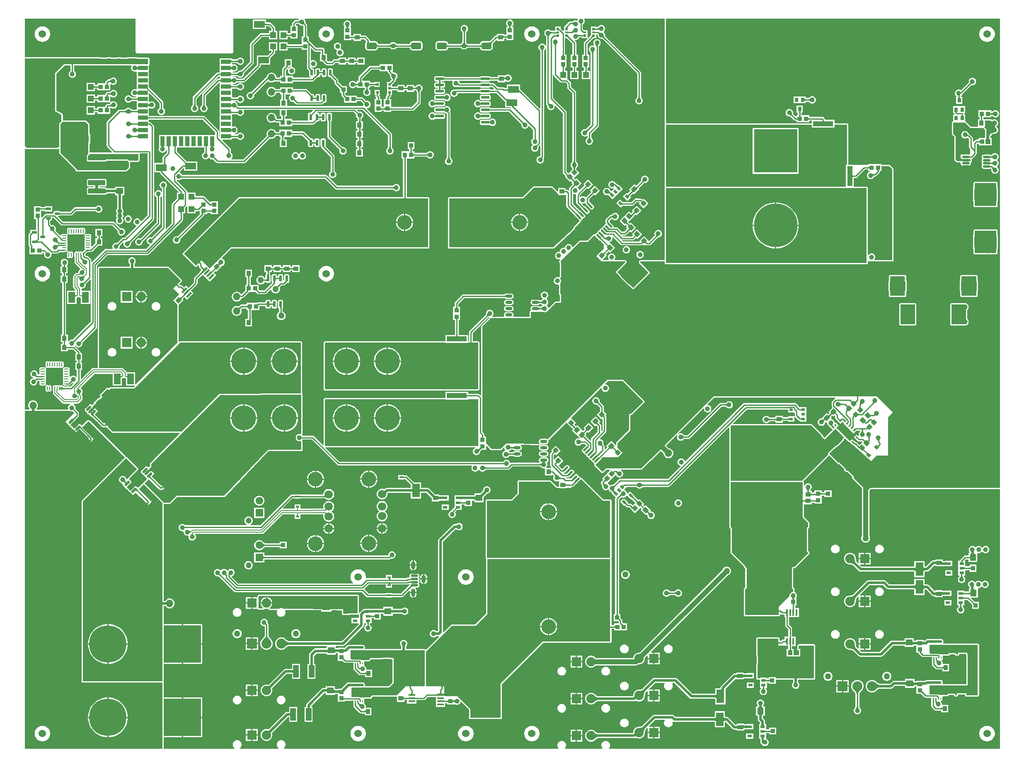
<source format=gtl>
G04*
G04 #@! TF.GenerationSoftware,Altium Limited,Altium Designer,22.11.1 (43)*
G04*
G04 Layer_Physical_Order=1*
G04 Layer_Color=255*
%FSLAX25Y25*%
%MOIN*%
G70*
G04*
G04 #@! TF.SameCoordinates,E00A9952-D2AD-4094-941F-04495088175D*
G04*
G04*
G04 #@! TF.FilePolarity,Positive*
G04*
G01*
G75*
%ADD12C,0.01000*%
%ADD14C,0.00787*%
%ADD19C,0.01968*%
%ADD27R,0.02756X0.01575*%
%ADD28R,0.05512X0.08661*%
%ADD29R,0.03543X0.03937*%
%ADD30R,0.12323X0.12323*%
%ADD31O,0.03347X0.00787*%
%ADD32O,0.00787X0.03347*%
%ADD33R,0.03740X0.03347*%
%ADD34R,0.04724X0.04724*%
%ADD35R,0.05512X0.05118*%
%ADD36R,0.04154X0.02057*%
G04:AMPARAMS|DCode=37|XSize=41.54mil|YSize=20.57mil|CornerRadius=10.29mil|HoleSize=0mil|Usage=FLASHONLY|Rotation=0.000|XOffset=0mil|YOffset=0mil|HoleType=Round|Shape=RoundedRectangle|*
%AMROUNDEDRECTD37*
21,1,0.04154,0.00000,0,0,0.0*
21,1,0.02098,0.02057,0,0,0.0*
1,1,0.02057,0.01049,0.00000*
1,1,0.02057,-0.01049,0.00000*
1,1,0.02057,-0.01049,0.00000*
1,1,0.02057,0.01049,0.00000*
%
%ADD37ROUNDEDRECTD37*%
%ADD38R,0.03347X0.03740*%
%ADD39R,0.39370X0.59055*%
%ADD40R,0.03937X0.03543*%
G04:AMPARAMS|DCode=41|XSize=21.65mil|YSize=49.21mil|CornerRadius=1.95mil|HoleSize=0mil|Usage=FLASHONLY|Rotation=180.000|XOffset=0mil|YOffset=0mil|HoleType=Round|Shape=RoundedRectangle|*
%AMROUNDEDRECTD41*
21,1,0.02165,0.04532,0,0,180.0*
21,1,0.01776,0.04921,0,0,180.0*
1,1,0.00390,-0.00888,0.02266*
1,1,0.00390,0.00888,0.02266*
1,1,0.00390,0.00888,-0.02266*
1,1,0.00390,-0.00888,-0.02266*
%
%ADD41ROUNDEDRECTD41*%
%ADD42O,0.05906X0.01772*%
%ADD43R,0.02362X0.01968*%
%ADD44R,0.02362X0.01575*%
%ADD45R,0.07874X0.03543*%
%ADD46R,0.09646X0.08465*%
%ADD47R,0.08661X0.05512*%
%ADD48R,0.04528X0.09843*%
%ADD49R,0.02362X0.01968*%
%ADD50R,0.06102X0.09646*%
%ADD51R,0.08661X0.16535*%
G04:AMPARAMS|DCode=52|XSize=21.65mil|YSize=66.93mil|CornerRadius=1.95mil|HoleSize=0mil|Usage=FLASHONLY|Rotation=90.000|XOffset=0mil|YOffset=0mil|HoleType=Round|Shape=RoundedRectangle|*
%AMROUNDEDRECTD52*
21,1,0.02165,0.06303,0,0,90.0*
21,1,0.01776,0.06693,0,0,90.0*
1,1,0.00390,0.03152,0.00888*
1,1,0.00390,0.03152,-0.00888*
1,1,0.00390,-0.03152,-0.00888*
1,1,0.00390,-0.03152,0.00888*
%
%ADD52ROUNDEDRECTD52*%
%ADD53R,0.09843X0.06693*%
%ADD54R,0.00984X0.01575*%
G04:AMPARAMS|DCode=55|XSize=39.37mil|YSize=35.43mil|CornerRadius=0mil|HoleSize=0mil|Usage=FLASHONLY|Rotation=45.000|XOffset=0mil|YOffset=0mil|HoleType=Round|Shape=Rectangle|*
%AMROTATEDRECTD55*
4,1,4,-0.00139,-0.02645,-0.02645,-0.00139,0.00139,0.02645,0.02645,0.00139,-0.00139,-0.02645,0.0*
%
%ADD55ROTATEDRECTD55*%

G04:AMPARAMS|DCode=56|XSize=37.4mil|YSize=33.47mil|CornerRadius=0mil|HoleSize=0mil|Usage=FLASHONLY|Rotation=225.000|XOffset=0mil|YOffset=0mil|HoleType=Round|Shape=Rectangle|*
%AMROTATEDRECTD56*
4,1,4,0.00139,0.02506,0.02506,0.00139,-0.00139,-0.02506,-0.02506,-0.00139,0.00139,0.02506,0.0*
%
%ADD56ROTATEDRECTD56*%

G04:AMPARAMS|DCode=57|XSize=39.37mil|YSize=35.43mil|CornerRadius=0mil|HoleSize=0mil|Usage=FLASHONLY|Rotation=135.000|XOffset=0mil|YOffset=0mil|HoleType=Round|Shape=Rectangle|*
%AMROTATEDRECTD57*
4,1,4,0.02645,-0.00139,0.00139,-0.02645,-0.02645,0.00139,-0.00139,0.02645,0.02645,-0.00139,0.0*
%
%ADD57ROTATEDRECTD57*%

G04:AMPARAMS|DCode=58|XSize=37.4mil|YSize=33.47mil|CornerRadius=0mil|HoleSize=0mil|Usage=FLASHONLY|Rotation=135.000|XOffset=0mil|YOffset=0mil|HoleType=Round|Shape=Rectangle|*
%AMROTATEDRECTD58*
4,1,4,0.02506,-0.00139,0.00139,-0.02506,-0.02506,0.00139,-0.00139,0.02506,0.02506,-0.00139,0.0*
%
%ADD58ROTATEDRECTD58*%

%ADD59R,0.08465X0.09646*%
G04:AMPARAMS|DCode=60|XSize=118.11mil|YSize=165.35mil|CornerRadius=1.77mil|HoleSize=0mil|Usage=FLASHONLY|Rotation=135.000|XOffset=0mil|YOffset=0mil|HoleType=Round|Shape=RoundedRectangle|*
%AMROUNDEDRECTD60*
21,1,0.11811,0.16181,0,0,135.0*
21,1,0.11457,0.16535,0,0,135.0*
1,1,0.00354,0.01670,0.09771*
1,1,0.00354,0.09771,0.01670*
1,1,0.00354,-0.01670,-0.09771*
1,1,0.00354,-0.09771,-0.01670*
%
%ADD60ROUNDEDRECTD60*%
G04:AMPARAMS|DCode=61|XSize=15.75mil|YSize=47.24mil|CornerRadius=1.97mil|HoleSize=0mil|Usage=FLASHONLY|Rotation=225.000|XOffset=0mil|YOffset=0mil|HoleType=Round|Shape=RoundedRectangle|*
%AMROUNDEDRECTD61*
21,1,0.01575,0.04331,0,0,225.0*
21,1,0.01181,0.04724,0,0,225.0*
1,1,0.00394,-0.01949,0.01114*
1,1,0.00394,-0.01114,0.01949*
1,1,0.00394,0.01949,-0.01114*
1,1,0.00394,0.01114,-0.01949*
%
%ADD61ROUNDEDRECTD61*%
G04:AMPARAMS|DCode=62|XSize=90.55mil|YSize=179.13mil|CornerRadius=0mil|HoleSize=0mil|Usage=FLASHONLY|Rotation=135.000|XOffset=0mil|YOffset=0mil|HoleType=Round|Shape=Rectangle|*
%AMROTATEDRECTD62*
4,1,4,0.09535,0.03132,-0.03132,-0.09535,-0.09535,-0.03132,0.03132,0.09535,0.09535,0.03132,0.0*
%
%ADD62ROTATEDRECTD62*%

G04:AMPARAMS|DCode=63|XSize=90.55mil|YSize=179.13mil|CornerRadius=0mil|HoleSize=0mil|Usage=FLASHONLY|Rotation=225.000|XOffset=0mil|YOffset=0mil|HoleType=Round|Shape=Rectangle|*
%AMROTATEDRECTD63*
4,1,4,-0.03132,0.09535,0.09535,-0.03132,0.03132,-0.09535,-0.09535,0.03132,-0.03132,0.09535,0.0*
%
%ADD63ROTATEDRECTD63*%

G04:AMPARAMS|DCode=64|XSize=106.3mil|YSize=51.18mil|CornerRadius=0mil|HoleSize=0mil|Usage=FLASHONLY|Rotation=225.000|XOffset=0mil|YOffset=0mil|HoleType=Round|Shape=Rectangle|*
%AMROTATEDRECTD64*
4,1,4,0.01949,0.05568,0.05568,0.01949,-0.01949,-0.05568,-0.05568,-0.01949,0.01949,0.05568,0.0*
%
%ADD64ROTATEDRECTD64*%

G04:AMPARAMS|DCode=65|XSize=32.68mil|YSize=24.61mil|CornerRadius=0mil|HoleSize=0mil|Usage=FLASHONLY|Rotation=315.000|XOffset=0mil|YOffset=0mil|HoleType=Round|Shape=Rectangle|*
%AMROTATEDRECTD65*
4,1,4,-0.02025,0.00285,-0.00285,0.02025,0.02025,-0.00285,0.00285,-0.02025,-0.02025,0.00285,0.0*
%
%ADD65ROTATEDRECTD65*%

%ADD66R,0.04724X0.04724*%
G04:AMPARAMS|DCode=67|XSize=55.12mil|YSize=51.18mil|CornerRadius=0mil|HoleSize=0mil|Usage=FLASHONLY|Rotation=135.000|XOffset=0mil|YOffset=0mil|HoleType=Round|Shape=Rectangle|*
%AMROTATEDRECTD67*
4,1,4,0.03758,-0.00139,0.00139,-0.03758,-0.03758,0.00139,-0.00139,0.03758,0.03758,-0.00139,0.0*
%
%ADD67ROTATEDRECTD67*%

G04:AMPARAMS|DCode=68|XSize=55.12mil|YSize=82.68mil|CornerRadius=13.78mil|HoleSize=0mil|Usage=FLASHONLY|Rotation=90.000|XOffset=0mil|YOffset=0mil|HoleType=Round|Shape=RoundedRectangle|*
%AMROUNDEDRECTD68*
21,1,0.05512,0.05512,0,0,90.0*
21,1,0.02756,0.08268,0,0,90.0*
1,1,0.02756,0.02756,0.01378*
1,1,0.02756,0.02756,-0.01378*
1,1,0.02756,-0.02756,-0.01378*
1,1,0.02756,-0.02756,0.01378*
%
%ADD68ROUNDEDRECTD68*%
%ADD69R,0.05236X0.05236*%
%ADD70R,0.03543X0.07874*%
%ADD71R,0.01968X0.03150*%
%ADD72R,0.05118X0.05512*%
G04:AMPARAMS|DCode=73|XSize=228.35mil|YSize=303.15mil|CornerRadius=2.28mil|HoleSize=0mil|Usage=FLASHONLY|Rotation=270.000|XOffset=0mil|YOffset=0mil|HoleType=Round|Shape=RoundedRectangle|*
%AMROUNDEDRECTD73*
21,1,0.22835,0.29858,0,0,270.0*
21,1,0.22378,0.30315,0,0,270.0*
1,1,0.00457,-0.14929,-0.11189*
1,1,0.00457,-0.14929,0.11189*
1,1,0.00457,0.14929,0.11189*
1,1,0.00457,0.14929,-0.11189*
%
%ADD73ROUNDEDRECTD73*%
G04:AMPARAMS|DCode=74|XSize=39.37mil|YSize=137.8mil|CornerRadius=1.97mil|HoleSize=0mil|Usage=FLASHONLY|Rotation=270.000|XOffset=0mil|YOffset=0mil|HoleType=Round|Shape=RoundedRectangle|*
%AMROUNDEDRECTD74*
21,1,0.03937,0.13386,0,0,270.0*
21,1,0.03543,0.13780,0,0,270.0*
1,1,0.00394,-0.06693,-0.01772*
1,1,0.00394,-0.06693,0.01772*
1,1,0.00394,0.06693,0.01772*
1,1,0.00394,0.06693,-0.01772*
%
%ADD74ROUNDEDRECTD74*%
%ADD75O,0.06299X0.01772*%
%ADD76R,0.32284X0.42323*%
%ADD77R,0.16339X0.04331*%
G04:AMPARAMS|DCode=78|XSize=15.75mil|YSize=11.81mil|CornerRadius=0mil|HoleSize=0mil|Usage=FLASHONLY|Rotation=225.000|XOffset=0mil|YOffset=0mil|HoleType=Round|Shape=Rectangle|*
%AMROTATEDRECTD78*
4,1,4,0.00139,0.00974,0.00974,0.00139,-0.00139,-0.00974,-0.00974,-0.00139,0.00139,0.00974,0.0*
%
%ADD78ROTATEDRECTD78*%

G04:AMPARAMS|DCode=79|XSize=15.75mil|YSize=11.81mil|CornerRadius=0mil|HoleSize=0mil|Usage=FLASHONLY|Rotation=135.000|XOffset=0mil|YOffset=0mil|HoleType=Round|Shape=Rectangle|*
%AMROTATEDRECTD79*
4,1,4,0.00974,-0.00139,0.00139,-0.00974,-0.00974,0.00139,-0.00139,0.00974,0.00974,-0.00139,0.0*
%
%ADD79ROTATEDRECTD79*%

G04:AMPARAMS|DCode=80|XSize=118.11mil|YSize=165.35mil|CornerRadius=1.77mil|HoleSize=0mil|Usage=FLASHONLY|Rotation=225.000|XOffset=0mil|YOffset=0mil|HoleType=Round|Shape=RoundedRectangle|*
%AMROUNDEDRECTD80*
21,1,0.11811,0.16181,0,0,225.0*
21,1,0.11457,0.16535,0,0,225.0*
1,1,0.00354,-0.09771,0.01670*
1,1,0.00354,-0.01670,0.09771*
1,1,0.00354,0.09771,-0.01670*
1,1,0.00354,0.01670,-0.09771*
%
%ADD80ROUNDEDRECTD80*%
G04:AMPARAMS|DCode=81|XSize=15.75mil|YSize=47.24mil|CornerRadius=1.97mil|HoleSize=0mil|Usage=FLASHONLY|Rotation=315.000|XOffset=0mil|YOffset=0mil|HoleType=Round|Shape=RoundedRectangle|*
%AMROUNDEDRECTD81*
21,1,0.01575,0.04331,0,0,315.0*
21,1,0.01181,0.04724,0,0,315.0*
1,1,0.00394,-0.01114,-0.01949*
1,1,0.00394,-0.01949,-0.01114*
1,1,0.00394,0.01114,0.01949*
1,1,0.00394,0.01949,0.01114*
%
%ADD81ROUNDEDRECTD81*%
%ADD82R,0.16535X0.08661*%
%ADD83R,0.05512X0.01772*%
%ADD84R,0.06299X0.12205*%
%ADD85R,0.05118X0.10630*%
G04:AMPARAMS|DCode=86|XSize=17.72mil|YSize=55.12mil|CornerRadius=0mil|HoleSize=0mil|Usage=FLASHONLY|Rotation=135.000|XOffset=0mil|YOffset=0mil|HoleType=Round|Shape=Rectangle|*
%AMROTATEDRECTD86*
4,1,4,0.02575,0.01322,-0.01322,-0.02575,-0.02575,-0.01322,0.01322,0.02575,0.02575,0.01322,0.0*
%
%ADD86ROTATEDRECTD86*%

G04:AMPARAMS|DCode=87|XSize=122.05mil|YSize=62.99mil|CornerRadius=0mil|HoleSize=0mil|Usage=FLASHONLY|Rotation=315.000|XOffset=0mil|YOffset=0mil|HoleType=Round|Shape=Rectangle|*
%AMROTATEDRECTD87*
4,1,4,-0.06542,0.02088,-0.02088,0.06542,0.06542,-0.02088,0.02088,-0.06542,-0.06542,0.02088,0.0*
%
%ADD87ROTATEDRECTD87*%

%ADD88R,0.12205X0.06299*%
%ADD89R,0.01772X0.05512*%
%ADD90R,0.11024X0.06299*%
%ADD91R,0.19685X0.12205*%
%ADD92R,0.07087X0.05118*%
%ADD93O,0.05709X0.02362*%
G04:AMPARAMS|DCode=94|XSize=143.7mil|YSize=62.99mil|CornerRadius=0mil|HoleSize=0mil|Usage=FLASHONLY|Rotation=315.000|XOffset=0mil|YOffset=0mil|HoleType=Round|Shape=Rectangle|*
%AMROTATEDRECTD94*
4,1,4,-0.07308,0.02854,-0.02854,0.07308,0.07308,-0.02854,0.02854,-0.07308,-0.07308,0.02854,0.0*
%
%ADD94ROTATEDRECTD94*%

G04:AMPARAMS|DCode=95|XSize=70.87mil|YSize=51.18mil|CornerRadius=0mil|HoleSize=0mil|Usage=FLASHONLY|Rotation=45.000|XOffset=0mil|YOffset=0mil|HoleType=Round|Shape=Rectangle|*
%AMROTATEDRECTD95*
4,1,4,-0.00696,-0.04315,-0.04315,-0.00696,0.00696,0.04315,0.04315,0.00696,-0.00696,-0.04315,0.0*
%
%ADD95ROTATEDRECTD95*%

G04:AMPARAMS|DCode=96|XSize=19.68mil|YSize=53.15mil|CornerRadius=0mil|HoleSize=0mil|Usage=FLASHONLY|Rotation=315.000|XOffset=0mil|YOffset=0mil|HoleType=Round|Shape=Round|*
%AMOVALD96*
21,1,0.03347,0.01968,0.00000,0.00000,45.0*
1,1,0.01968,-0.01183,-0.01183*
1,1,0.01968,0.01183,0.01183*
%
%ADD96OVALD96*%

%ADD97R,0.06299X0.11024*%
%ADD98R,0.03740X0.02362*%
%ADD99R,0.05118X0.07087*%
%ADD100R,0.02756X0.03543*%
%ADD101R,0.04331X0.16339*%
%ADD102R,0.42323X0.32284*%
%ADD103R,0.12598X0.06299*%
%ADD104R,0.17913X0.09055*%
G04:AMPARAMS|DCode=122|XSize=31.5mil|YSize=21.65mil|CornerRadius=0mil|HoleSize=0mil|Usage=FLASHONLY|Rotation=135.000|XOffset=0mil|YOffset=0mil|HoleType=Round|Shape=Rectangle|*
%AMROTATEDRECTD122*
4,1,4,0.01879,-0.00348,0.00348,-0.01879,-0.01879,0.00348,-0.00348,0.01879,0.01879,-0.00348,0.0*
%
%ADD122ROTATEDRECTD122*%

%ADD123R,0.03150X0.02165*%
%ADD197C,0.04724*%
%ADD198C,0.06102*%
%ADD199R,0.06102X0.06102*%
G04:AMPARAMS|DCode=201|XSize=111.42mil|YSize=35.43mil|CornerRadius=0mil|HoleSize=0mil|Usage=FLASHONLY|Rotation=45.000|XOffset=0mil|YOffset=0mil|HoleType=Round|Shape=Rectangle|*
%AMROTATEDRECTD201*
4,1,4,-0.02686,-0.05192,-0.05192,-0.02686,0.02686,0.05192,0.05192,0.02686,-0.02686,-0.05192,0.0*
%
%ADD201ROTATEDRECTD201*%

G04:AMPARAMS|DCode=202|XSize=111.42mil|YSize=86.61mil|CornerRadius=0mil|HoleSize=0mil|Usage=FLASHONLY|Rotation=45.000|XOffset=0mil|YOffset=0mil|HoleType=Round|Shape=Rectangle|*
%AMROTATEDRECTD202*
4,1,4,-0.00877,-0.07001,-0.07001,-0.00877,0.00877,0.07001,0.07001,0.00877,-0.00877,-0.07001,0.0*
%
%ADD202ROTATEDRECTD202*%

G04:AMPARAMS|DCode=203|XSize=145.67mil|YSize=62.99mil|CornerRadius=0mil|HoleSize=0mil|Usage=FLASHONLY|Rotation=315.000|XOffset=0mil|YOffset=0mil|HoleType=Round|Shape=Rectangle|*
%AMROTATEDRECTD203*
4,1,4,-0.07377,0.02923,-0.02923,0.07377,0.07377,-0.02923,0.02923,-0.07377,-0.07377,0.02923,0.0*
%
%ADD203ROTATEDRECTD203*%

%ADD204C,0.03937*%
%ADD205C,0.01500*%
%ADD206C,0.06693*%
%ADD207C,0.11811*%
%ADD208C,0.01673*%
%ADD209O,0.05906X0.05906*%
%ADD210O,0.03543X0.06299*%
%ADD211R,0.07500X0.07500*%
%ADD212C,0.07500*%
%ADD213C,0.03937*%
%ADD214R,0.30000X0.30000*%
%ADD215C,0.30000*%
%ADD216C,0.35000*%
%ADD217R,0.35000X0.35000*%
%ADD218C,0.20000*%
%ADD219C,0.06000*%
%ADD220C,0.05000*%
%ADD221C,0.08000*%
%ADD222R,0.08000X0.08000*%
%ADD223C,0.01968*%
G36*
X516303Y504957D02*
X516381Y504566D01*
X516461Y504447D01*
X516381Y504327D01*
X516303Y503937D01*
Y453776D01*
X516381Y453385D01*
X516461Y453266D01*
X516381Y453146D01*
X516303Y452756D01*
Y394720D01*
X496673D01*
X496283Y394643D01*
X495952Y394422D01*
X495731Y394091D01*
X495731Y394091D01*
X495540Y393629D01*
X495540Y393629D01*
X495462Y393239D01*
X495540Y392849D01*
X495761Y392518D01*
X500419Y387860D01*
X500488Y387510D01*
X500709Y387180D01*
X503133Y384756D01*
D01*
X503204Y384685D01*
X490954Y372436D01*
X490883Y372507D01*
D01*
X488460Y374931D01*
X488129Y375151D01*
X487780Y375221D01*
X480934Y382067D01*
X480864Y382417D01*
X480643Y382748D01*
X478220Y385171D01*
D01*
X478149Y385242D01*
X478220Y385313D01*
X482370Y389463D01*
D01*
X482423Y389543D01*
X482941Y390061D01*
X483022Y390115D01*
X485425Y392518D01*
X485645Y392849D01*
X485723Y393239D01*
X485645Y393629D01*
X485454Y394091D01*
X485454Y394091D01*
X485233Y394422D01*
X484902Y394643D01*
X484512Y394720D01*
X476004D01*
X475796Y395220D01*
X475997Y395421D01*
X476388Y396098D01*
X476590Y396853D01*
Y397635D01*
X476388Y398390D01*
X475997Y399067D01*
X475445Y399620D01*
X474768Y400010D01*
X474013Y400213D01*
X473231D01*
X472476Y400010D01*
X471799Y399620D01*
X471247Y399067D01*
X470856Y398390D01*
X470653Y397635D01*
Y396853D01*
X470856Y396098D01*
X471247Y395421D01*
X471448Y395220D01*
X471241Y394720D01*
X466531D01*
X466324Y395220D01*
X469668Y398564D01*
X468859Y399373D01*
X471258Y401772D01*
X472276Y400755D01*
X476195Y404675D01*
X472046Y408824D01*
X472061Y409346D01*
X472406Y409439D01*
X473082Y409829D01*
X473635Y410382D01*
X474026Y411059D01*
X474228Y411814D01*
Y412596D01*
X474059Y413229D01*
X474490Y413504D01*
X480808Y407186D01*
X481305Y406855D01*
X481890Y406738D01*
X497669D01*
X498254Y406855D01*
X498751Y407186D01*
X498960Y407396D01*
X499908Y406448D01*
X500717Y407256D01*
X500787Y407186D01*
X501283Y406855D01*
X501868Y406738D01*
X503937D01*
X504522Y406855D01*
X505019Y407186D01*
X510562Y412730D01*
X510585Y412747D01*
X510655Y412794D01*
X510911Y412933D01*
X511030Y412987D01*
X511628Y413204D01*
X511853Y413271D01*
X511928Y413311D01*
X512169Y413376D01*
X512846Y413766D01*
X513399Y414319D01*
X513790Y414996D01*
X513992Y415751D01*
Y416533D01*
X513790Y417287D01*
X513399Y417964D01*
X512846Y418517D01*
X512169Y418908D01*
X511414Y419110D01*
X510633D01*
X509878Y418908D01*
X509201Y418517D01*
X508648Y417964D01*
X508257Y417287D01*
X508055Y416533D01*
Y415751D01*
X508150Y415397D01*
X508156Y415304D01*
X508201Y415135D01*
X508222Y415021D01*
X508230Y414927D01*
X508229Y414852D01*
X508222Y414794D01*
X508212Y414749D01*
X508198Y414712D01*
X508179Y414677D01*
X508169Y414663D01*
X504055Y410549D01*
X503688Y410228D01*
X499629Y414287D01*
X495849Y410506D01*
X496096Y410259D01*
X495905Y409797D01*
X482523D01*
X482145Y410175D01*
X482352Y410675D01*
X490583D01*
X491168Y410792D01*
X491664Y411123D01*
X493239Y412699D01*
X494257Y411681D01*
X498177Y415601D01*
X493979Y419799D01*
X490059Y415879D01*
X491076Y414861D01*
X489949Y413734D01*
X482523D01*
X482107Y414150D01*
X482298Y414612D01*
X484232D01*
X484817Y414729D01*
X485314Y415060D01*
X488292Y418039D01*
X489310Y417022D01*
X493230Y420941D01*
X489032Y425139D01*
X488153Y424261D01*
X487062Y425352D01*
X490900Y429190D01*
X490904Y429192D01*
X490914Y429204D01*
X490960Y429250D01*
X490993Y429272D01*
X491013Y429304D01*
X491699Y429989D01*
X491377Y430310D01*
X492677Y431610D01*
X493486Y430802D01*
X497545Y434861D01*
X493764Y438641D01*
X489705Y434582D01*
X490514Y433773D01*
X489214Y432473D01*
X487500Y434187D01*
X483581Y430267D01*
X479822Y426509D01*
X484021Y422311D01*
X484899Y423189D01*
X485990Y422098D01*
X485112Y421220D01*
X486130Y420202D01*
X483599Y417671D01*
X481736D01*
X478641Y420766D01*
X478144Y421098D01*
X477559Y421214D01*
X475708D01*
X475391Y421601D01*
X475405Y421669D01*
X475312Y422136D01*
X475047Y422532D01*
X473334Y424245D01*
X473317Y424271D01*
X471850Y425738D01*
Y426380D01*
X473603Y428133D01*
X473669Y428111D01*
X473779Y428065D01*
X473901Y428005D01*
X474024Y427935D01*
X474343Y427719D01*
X474513Y427587D01*
X474516Y427585D01*
X474555Y427546D01*
X475232Y427155D01*
X475987Y426953D01*
X476769D01*
X477524Y427155D01*
X478201Y427546D01*
X478753Y428099D01*
X479144Y428776D01*
X479347Y429530D01*
Y430312D01*
X479144Y431067D01*
X478753Y431744D01*
X478201Y432297D01*
X477524Y432688D01*
X476769Y432890D01*
X475987D01*
X475232Y432688D01*
X474555Y432297D01*
X474003Y431744D01*
X473987Y431718D01*
X473912Y431626D01*
X473809Y431517D01*
X473714Y431429D01*
X473627Y431360D01*
X473548Y431308D01*
X473477Y431271D01*
X473415Y431245D01*
X473358Y431229D01*
X473334Y431225D01*
X473003D01*
X472418Y431109D01*
X471921Y430777D01*
X468997Y427853D01*
X468666Y427357D01*
X468549Y426772D01*
Y425346D01*
X468666Y424761D01*
X468806Y424551D01*
X468830Y424242D01*
X468725Y423995D01*
X468643Y423914D01*
X468450Y423785D01*
X467615Y422950D01*
X467350Y422554D01*
X467298Y422292D01*
X467036Y422240D01*
X466640Y421975D01*
X465805Y421140D01*
X465540Y420744D01*
X465488Y420482D01*
X465227Y420430D01*
X464831Y420166D01*
X463995Y419331D01*
X463731Y418935D01*
X463679Y418673D01*
X463417Y418621D01*
X463021Y418356D01*
X462186Y417521D01*
X461921Y417125D01*
X461869Y416863D01*
X461607Y416811D01*
X461211Y416547D01*
X460376Y415712D01*
X460246Y415517D01*
X459842Y415640D01*
X459693Y415654D01*
X459546Y415684D01*
X459496Y415674D01*
X459446Y415679D01*
X459303Y415635D01*
X459156Y415606D01*
X459114Y415578D01*
X459065Y415563D01*
X458950Y415468D01*
X458825Y415385D01*
X453908Y410468D01*
X448032D01*
X447641Y410391D01*
X447310Y410170D01*
X442419Y405278D01*
X441861Y405428D01*
X441743Y405870D01*
X441352Y406547D01*
X440799Y407100D01*
X440122Y407491D01*
X439367Y407693D01*
X438586D01*
X437831Y407491D01*
X437154Y407100D01*
X436601Y406547D01*
X436210Y405870D01*
X436024Y405176D01*
X435917Y405003D01*
X435611Y404769D01*
X435336Y404843D01*
X434554D01*
X433799Y404640D01*
X433122Y404250D01*
X432570Y403697D01*
X432179Y403020D01*
X431977Y402265D01*
Y401781D01*
X431517Y401386D01*
X431492Y401393D01*
X430711D01*
X429956Y401191D01*
X429279Y400800D01*
X428726Y400247D01*
X428335Y399570D01*
X428133Y398815D01*
Y398034D01*
X428335Y397279D01*
X428726Y396602D01*
X429279Y396049D01*
X429956Y395658D01*
X430711Y395456D01*
X431492D01*
X432035Y395601D01*
X432294Y395153D01*
X431685Y394544D01*
X431591Y394404D01*
X431489Y394269D01*
X431481Y394239D01*
X431463Y394213D01*
X431431Y394047D01*
X431388Y393884D01*
X431392Y393853D01*
X431386Y393823D01*
X431419Y393657D01*
X431442Y393490D01*
X431614Y392990D01*
X431630Y392963D01*
X431636Y392933D01*
X431730Y392792D01*
X431815Y392647D01*
X431840Y392628D01*
X431857Y392602D01*
X431997Y392508D01*
X432067Y392455D01*
Y381669D01*
X431893Y381635D01*
X431563Y381414D01*
X431342Y381083D01*
X430796Y380906D01*
X430403Y381012D01*
X429621D01*
X428866Y380809D01*
X428189Y380419D01*
X427636Y379866D01*
X427245Y379189D01*
X427043Y378434D01*
Y377652D01*
X427245Y376897D01*
X427636Y376220D01*
X428189Y375668D01*
X428866Y375277D01*
X429621Y375075D01*
X430403D01*
X430764Y375171D01*
X431264Y374788D01*
Y367535D01*
X431342Y367145D01*
X431563Y366814D01*
X431870Y366609D01*
Y361437D01*
X428528D01*
X428137Y361359D01*
X427807Y361138D01*
X423128Y356459D01*
X422570Y356609D01*
X422451Y357051D01*
X422060Y357728D01*
X421641Y358148D01*
X421557Y358465D01*
X421641Y358781D01*
X422060Y359201D01*
X422451Y359878D01*
X422653Y360633D01*
Y361414D01*
X422451Y362169D01*
X422060Y362846D01*
X421508Y363399D01*
X421282Y363529D01*
Y364030D01*
X421508Y364160D01*
X422060Y364713D01*
X422451Y365390D01*
X422653Y366145D01*
Y366926D01*
X422451Y367681D01*
X422060Y368358D01*
X421508Y368911D01*
X420831Y369302D01*
X420076Y369504D01*
X419294D01*
X418539Y369302D01*
X417862Y368911D01*
X417310Y368358D01*
X416919Y367681D01*
X416716Y366926D01*
Y366145D01*
X416919Y365390D01*
X417310Y364713D01*
X417862Y364160D01*
X418088Y364030D01*
Y363529D01*
X417862Y363399D01*
X417508Y363045D01*
X417438Y362993D01*
X417301Y362842D01*
X417188Y362731D01*
X417082Y362641D01*
X416984Y362569D01*
X416896Y362514D01*
X416817Y362474D01*
X416747Y362447D01*
X416684Y362429D01*
X416659Y362425D01*
X415779D01*
X415714Y362428D01*
X415622Y362439D01*
X415530Y362456D01*
X415449Y362476D01*
X415379Y362498D01*
X415319Y362522D01*
X415268Y362547D01*
X415225Y362572D01*
X415152Y362623D01*
X415073Y362658D01*
X414827Y362822D01*
X413976Y362992D01*
X410630D01*
X409779Y362822D01*
X409057Y362340D01*
X408575Y361619D01*
X408406Y360768D01*
X408575Y359917D01*
X409057Y359195D01*
X409779Y358713D01*
X410630Y358544D01*
X413976D01*
X414827Y358713D01*
X415549Y359195D01*
X415653Y359352D01*
X415816Y359366D01*
X416730D01*
X416760Y359362D01*
X416837Y359342D01*
X416926Y359312D01*
X417027Y359267D01*
X417140Y359208D01*
X417252Y359139D01*
X417551Y358918D01*
X417708Y358783D01*
X417720Y358776D01*
X417812Y358458D01*
X417729Y358148D01*
X417578Y357997D01*
X417497Y357941D01*
X417353Y357791D01*
X417233Y357679D01*
X417121Y357588D01*
X417017Y357514D01*
X416923Y357458D01*
X416839Y357417D01*
X416764Y357388D01*
X416699Y357370D01*
X416672Y357366D01*
X415818D01*
X415792Y357368D01*
X415696Y357382D01*
X415608Y357400D01*
X415527Y357423D01*
X415451Y357450D01*
X415380Y357480D01*
X415313Y357515D01*
X415249Y357554D01*
X415158Y357619D01*
X415077Y357656D01*
X414827Y357822D01*
X413976Y357992D01*
X410630D01*
X409779Y357822D01*
X409057Y357340D01*
X408575Y356619D01*
X408406Y355768D01*
X408575Y354917D01*
X408741Y354669D01*
X408716Y354517D01*
X408496Y354136D01*
X408271Y354092D01*
X407940Y353871D01*
X407719Y353540D01*
X407642Y353150D01*
Y349051D01*
X394597D01*
X394330Y349551D01*
X394574Y349917D01*
X394743Y350768D01*
X394574Y351619D01*
X394092Y352340D01*
X393371Y352822D01*
X392520Y352992D01*
X389173D01*
X388322Y352822D01*
X387601Y352340D01*
X387119Y351619D01*
X386949Y350768D01*
X387119Y349917D01*
X387363Y349551D01*
X387096Y349051D01*
X377474D01*
X377341Y349551D01*
X377413Y349593D01*
X377966Y350146D01*
X378357Y350823D01*
X378559Y351578D01*
Y352359D01*
X378357Y353114D01*
X377966Y353791D01*
X377413Y354344D01*
X376736Y354735D01*
X375981Y354937D01*
X375200D01*
X374445Y354735D01*
X373768Y354344D01*
X373215Y353791D01*
X372824Y353114D01*
X372622Y352359D01*
Y352054D01*
X372603Y351963D01*
X372600Y351751D01*
X372588Y351582D01*
X372569Y351431D01*
X372544Y351300D01*
X372513Y351188D01*
X372480Y351094D01*
X372444Y351017D01*
X372408Y350955D01*
X372391Y350932D01*
X359352Y337892D01*
X359020Y337396D01*
X358904Y336811D01*
Y329366D01*
X358185D01*
Y334583D01*
X350545D01*
Y346539D01*
X351689D01*
Y351658D01*
Y357004D01*
X350348D01*
Y359603D01*
X354984Y364238D01*
X387442D01*
X387549Y364232D01*
X387579Y364229D01*
X387601Y364195D01*
X388322Y363713D01*
X389173Y363544D01*
X392520D01*
X393371Y363713D01*
X394092Y364195D01*
X394574Y364917D01*
X394743Y365768D01*
X394574Y366619D01*
X394092Y367340D01*
X393371Y367822D01*
X392520Y367992D01*
X389173D01*
X388322Y367822D01*
X387601Y367340D01*
X387582Y367312D01*
X387405Y367297D01*
X354350D01*
X353765Y367181D01*
X353269Y366849D01*
X347737Y361318D01*
X347406Y360822D01*
X347289Y360236D01*
Y357004D01*
X345949D01*
Y351658D01*
Y346539D01*
X347486D01*
Y334583D01*
X339846D01*
Y329366D01*
X242913D01*
X242523Y329288D01*
X242192Y329067D01*
X241971Y328737D01*
X241894Y328346D01*
Y290945D01*
X241971Y290555D01*
X242192Y290224D01*
X242523Y290003D01*
X242913Y289925D01*
X366142D01*
X366532Y290003D01*
X366863Y290224D01*
X367084Y290555D01*
X367161Y290945D01*
Y328346D01*
X367084Y328737D01*
X366863Y329067D01*
X366532Y329288D01*
X366142Y329366D01*
X361962D01*
Y336177D01*
X374554Y348769D01*
X374577Y348786D01*
X374639Y348822D01*
X374716Y348857D01*
X374740Y348866D01*
X374982Y348793D01*
X375286Y348619D01*
X375335Y348430D01*
X368964Y342059D01*
X368743Y341729D01*
X368666Y341339D01*
Y286119D01*
X368203Y285928D01*
X367302Y286829D01*
X366806Y287161D01*
X366220Y287277D01*
X358185D01*
Y288913D01*
X339846D01*
Y283697D01*
X242913D01*
X242523Y283619D01*
X242192Y283398D01*
X241971Y283067D01*
X241894Y282677D01*
Y245962D01*
X241432Y245770D01*
X234152Y253050D01*
X233656Y253381D01*
X233071Y253498D01*
X224986D01*
X224816Y253791D01*
X224780Y254007D01*
X224768Y254300D01*
X224860Y254451D01*
X224958Y254598D01*
X224962Y254621D01*
X224974Y254641D01*
X225001Y254815D01*
X225035Y254988D01*
Y286090D01*
X225035Y286092D01*
X225035Y286094D01*
X224996Y286287D01*
X224958Y286480D01*
X224957Y286482D01*
X224956Y286484D01*
X224923Y286563D01*
X224922Y286564D01*
X224922Y286566D01*
X224811Y286729D01*
X224701Y286893D01*
X224565Y287155D01*
X224603Y287347D01*
X224642Y287541D01*
X224642Y328346D01*
X224564Y328737D01*
X224343Y329067D01*
X224012Y329288D01*
X223622Y329366D01*
X126558D01*
X126168Y329288D01*
X125929Y329129D01*
X125429Y329288D01*
X125429Y358732D01*
X129381Y362684D01*
X128572Y363492D01*
X130081Y365001D01*
X130333Y364749D01*
X132142Y362940D01*
X137454Y368251D01*
X135392Y370313D01*
X140105Y375026D01*
X140437Y375522D01*
X140553Y376108D01*
Y379093D01*
X144696Y383236D01*
X147710Y380222D01*
X150377Y377555D01*
X155688Y382867D01*
X153627Y384928D01*
X154927Y386228D01*
X155666Y385489D01*
X159725Y389548D01*
X159714Y389560D01*
X159768Y389827D01*
X159898Y390082D01*
X160570Y390262D01*
X161247Y390653D01*
X161800Y391205D01*
X162190Y391882D01*
X162393Y392637D01*
Y393419D01*
X162190Y394174D01*
X161800Y394851D01*
X161247Y395404D01*
X160570Y395794D01*
X160237Y395883D01*
X160088Y396441D01*
X167745Y404099D01*
X325984D01*
X326374Y404176D01*
X326705Y404397D01*
X326926Y404728D01*
X327004Y405118D01*
Y444488D01*
X326926Y444878D01*
X326705Y445209D01*
X326374Y445430D01*
X325984Y445508D01*
X308813D01*
Y476657D01*
X315075D01*
Y477998D01*
X324564D01*
X324592Y477994D01*
X324661Y477975D01*
X324741Y477946D01*
X324831Y477903D01*
X324932Y477845D01*
X325043Y477771D01*
X325163Y477678D01*
X325290Y477566D01*
X325443Y477418D01*
X325521Y477368D01*
X325736Y477152D01*
X326413Y476761D01*
X327168Y476559D01*
X327950D01*
X328705Y476761D01*
X329382Y477152D01*
X329935Y477705D01*
X330325Y478382D01*
X330528Y479137D01*
Y479918D01*
X330325Y480673D01*
X329935Y481350D01*
X329382Y481903D01*
X328705Y482294D01*
X327950Y482496D01*
X327168D01*
X326413Y482294D01*
X325736Y481903D01*
X325521Y481687D01*
X325443Y481637D01*
X325290Y481489D01*
X325163Y481377D01*
X325043Y481284D01*
X324932Y481210D01*
X324831Y481152D01*
X324741Y481109D01*
X324661Y481080D01*
X324592Y481061D01*
X324564Y481057D01*
X315075D01*
Y482398D01*
X313734D01*
Y484138D01*
X314878D01*
Y489878D01*
X309531D01*
Y484138D01*
X310675D01*
Y482398D01*
X304610D01*
Y476657D01*
X305754D01*
Y445508D01*
X174016D01*
X173626Y445430D01*
X173295Y445209D01*
X128807Y400721D01*
X128586Y400390D01*
X128508Y400000D01*
X128586Y399610D01*
X128807Y399279D01*
X138452Y389633D01*
X138783Y389412D01*
X139173Y389335D01*
X139563Y389412D01*
X139605Y389440D01*
X139659Y389387D01*
X141008Y390736D01*
X141470Y390545D01*
Y389966D01*
X141586Y389381D01*
X141918Y388884D01*
X143716Y387086D01*
X142281Y385651D01*
X142533Y385399D01*
X137943Y380808D01*
X137611Y380312D01*
X137495Y379727D01*
Y376741D01*
X133229Y372476D01*
X131168Y374537D01*
X129594Y372963D01*
X128247Y374310D01*
X127751Y374641D01*
X127165Y374758D01*
X126128D01*
X125579Y375307D01*
X127432Y377160D01*
X127432Y377160D01*
X127641Y377380D01*
X127747Y377542D01*
X127855Y377704D01*
X127856Y377709D01*
X127859Y377713D01*
X127895Y377903D01*
X127933Y378094D01*
X127932Y378099D01*
X127933Y378104D01*
X127928Y378604D01*
X127927Y378608D01*
X127928Y378613D01*
X127886Y378803D01*
X127847Y378993D01*
X127844Y378997D01*
X127843Y379002D01*
X127732Y379161D01*
X127622Y379322D01*
X127618Y379324D01*
X127615Y379328D01*
X117243Y389317D01*
X117083Y389419D01*
X116926Y389525D01*
X116916Y389527D01*
X116908Y389532D01*
X116721Y389565D01*
X116535Y389602D01*
X89917D01*
Y391648D01*
X89925Y391749D01*
X89940Y391853D01*
X89960Y391946D01*
X89979Y392016D01*
X89996Y392062D01*
X90006Y392083D01*
X90036Y392120D01*
X90055Y392156D01*
X90171Y392272D01*
X90561Y392949D01*
X90764Y393704D01*
Y394485D01*
X90561Y395240D01*
X90171Y395917D01*
X89618Y396470D01*
X88941Y396861D01*
X88186Y397063D01*
X87405D01*
X86650Y396861D01*
X85973Y396470D01*
X85420Y395917D01*
X85029Y395240D01*
X84827Y394485D01*
Y393704D01*
X85029Y392949D01*
X85420Y392272D01*
X85718Y391974D01*
X85760Y391909D01*
X85788Y391880D01*
X85791Y391875D01*
X85805Y391843D01*
X85824Y391786D01*
X85844Y391705D01*
X85860Y391614D01*
X85871Y391492D01*
Y389602D01*
X61417D01*
X61027Y389525D01*
X60696Y389304D01*
X60475Y388973D01*
X60398Y388583D01*
X60398Y307933D01*
X56289D01*
X55745Y307825D01*
X55284Y307517D01*
X46972Y299204D01*
X46510Y299395D01*
Y306480D01*
X47752D01*
Y312417D01*
X46510D01*
Y313961D01*
X47752D01*
Y319898D01*
X46510D01*
Y320374D01*
X46393Y320959D01*
X46062Y321456D01*
X42026Y325491D01*
X42059Y325797D01*
X42501Y325782D01*
X42523Y325765D01*
X43059Y325229D01*
X43736Y324838D01*
X44491Y324636D01*
X45273D01*
X46028Y324838D01*
X46705Y325229D01*
X47257Y325782D01*
X47648Y326459D01*
X47850Y327214D01*
Y327995D01*
X47763Y328322D01*
X59168Y339728D01*
X59500Y340224D01*
X59616Y340809D01*
Y390358D01*
X68227Y398970D01*
X100452D01*
X101037Y399086D01*
X101533Y399417D01*
X128444Y426328D01*
X128775Y426824D01*
X128892Y427410D01*
Y432465D01*
X130724D01*
Y437026D01*
X131768Y438069D01*
X131929Y438052D01*
X132268Y437899D01*
Y432465D01*
X138992D01*
Y434297D01*
X141339D01*
X141905Y434410D01*
X141995Y434420D01*
X142405Y434153D01*
Y431970D01*
X124340Y413904D01*
X124013Y413992D01*
X123231D01*
X122476Y413790D01*
X121799Y413399D01*
X121247Y412846D01*
X120856Y412169D01*
X120653Y411414D01*
Y410633D01*
X120856Y409878D01*
X121247Y409201D01*
X121799Y408648D01*
X122476Y408257D01*
X123231Y408055D01*
X124013D01*
X124768Y408257D01*
X125445Y408648D01*
X125997Y409201D01*
X126388Y409878D01*
X126591Y410633D01*
Y411414D01*
X126503Y411742D01*
X145541Y430780D01*
X145873Y431276D01*
X145972Y431776D01*
X148146D01*
Y432919D01*
X151067D01*
Y431776D01*
X156807D01*
Y436894D01*
Y442240D01*
X151067D01*
Y441603D01*
X150567Y441396D01*
X146074Y445889D01*
X145578Y446220D01*
X144993Y446337D01*
X138992D01*
Y449031D01*
X132268Y449031D01*
X132254Y449526D01*
Y449701D01*
X132137Y450286D01*
X131806Y450782D01*
X123629Y458960D01*
X123659Y459230D01*
X124167Y459509D01*
X124194Y459506D01*
X124926Y459309D01*
X125708D01*
X126463Y459512D01*
X127140Y459902D01*
X127519Y460282D01*
X243067D01*
X251281Y452068D01*
X251777Y451737D01*
X252362Y451620D01*
X297398D01*
X297426Y451616D01*
X297496Y451597D01*
X297576Y451568D01*
X297666Y451525D01*
X297767Y451468D01*
X297878Y451393D01*
X297997Y451300D01*
X298125Y451188D01*
X298277Y451040D01*
X298355Y450990D01*
X298571Y450774D01*
X299248Y450383D01*
X300003Y450181D01*
X300784D01*
X301539Y450383D01*
X302216Y450774D01*
X302769Y451327D01*
X303160Y452004D01*
X303362Y452759D01*
Y453540D01*
X303160Y454295D01*
X302769Y454972D01*
X302216Y455525D01*
X301539Y455916D01*
X300784Y456118D01*
X300003D01*
X299248Y455916D01*
X298571Y455525D01*
X298355Y455309D01*
X298277Y455259D01*
X298125Y455111D01*
X297997Y454999D01*
X297877Y454906D01*
X297767Y454832D01*
X297666Y454774D01*
X297576Y454731D01*
X297496Y454702D01*
X297426Y454683D01*
X297398Y454679D01*
X252996D01*
X244782Y462892D01*
X244286Y463224D01*
X243701Y463340D01*
X128106D01*
X128084Y463424D01*
X127693Y464101D01*
X127140Y464653D01*
X126463Y465044D01*
X126136Y465132D01*
X125987Y465689D01*
X129209Y468912D01*
X129709Y468867D01*
Y466716D01*
X140370D01*
Y474228D01*
X131872D01*
X123951Y482149D01*
Y485575D01*
X145892D01*
Y481614D01*
X145827Y481596D01*
X145150Y481206D01*
X144598Y480653D01*
X144207Y479976D01*
X144005Y479221D01*
Y478439D01*
X144207Y477684D01*
X144598Y477007D01*
X145150Y476455D01*
X145827Y476064D01*
X146582Y475862D01*
X147364D01*
X148119Y476064D01*
X148796Y476455D01*
X149349Y477007D01*
X149392Y477082D01*
X149892D01*
X149987Y476918D01*
X150540Y476365D01*
X151216Y475974D01*
X151971Y475772D01*
X152753D01*
X153080Y475859D01*
X155612Y473328D01*
X156108Y472997D01*
X156693Y472880D01*
X177953D01*
X178538Y472997D01*
X179034Y473328D01*
X198491Y492785D01*
X198505Y492797D01*
X198968Y492606D01*
X200000Y492470D01*
X201032Y492606D01*
X201993Y493004D01*
X202819Y493638D01*
X203453Y494463D01*
X203644Y494926D01*
X203663Y494927D01*
X206185D01*
Y493980D01*
X207329D01*
Y491689D01*
X206779D01*
Y485752D01*
X212322D01*
Y491689D01*
X210388D01*
Y493980D01*
X216650D01*
Y495321D01*
X224642D01*
X229370Y490593D01*
Y487006D01*
X229463Y486540D01*
X229727Y486144D01*
X230122Y485880D01*
X230589Y485788D01*
X232364D01*
X232830Y485880D01*
X233226Y486144D01*
X233490Y486540D01*
X233582Y487006D01*
Y487742D01*
X234370D01*
Y487006D01*
X234463Y486540D01*
X234727Y486144D01*
X235122Y485880D01*
X235589Y485788D01*
X237364D01*
X237830Y485880D01*
X238226Y486144D01*
X238490Y486540D01*
X238582Y487006D01*
Y491537D01*
X238490Y492004D01*
X238226Y492399D01*
X237830Y492663D01*
X237364Y492756D01*
X235589D01*
X235122Y492663D01*
X234727Y492399D01*
X234463Y492004D01*
X234370Y491537D01*
Y490801D01*
X233582D01*
Y491537D01*
X233490Y492004D01*
X233226Y492399D01*
X232830Y492663D01*
X232364Y492756D01*
X231533D01*
X226357Y497932D01*
X225861Y498263D01*
X225276Y498380D01*
X216650D01*
Y499720D01*
X206185D01*
Y497986D01*
X203663D01*
X203644Y497988D01*
X203453Y498450D01*
X202819Y499276D01*
X201993Y499909D01*
X201032Y500308D01*
X200000Y500444D01*
X198968Y500308D01*
X198007Y499909D01*
X197181Y499276D01*
X196547Y498450D01*
X196149Y497489D01*
X196013Y496457D01*
X196149Y495425D01*
X196341Y494962D01*
X196328Y494948D01*
X177319Y475939D01*
X167826D01*
X167708Y476135D01*
X167645Y476439D01*
X168123Y476918D01*
X168514Y477594D01*
X168717Y478349D01*
Y479131D01*
X168514Y479886D01*
X168123Y480563D01*
X167908Y480779D01*
X167857Y480856D01*
X167709Y481009D01*
X167598Y481137D01*
X167505Y481256D01*
X167430Y481367D01*
X167372Y481468D01*
X167330Y481558D01*
X167300Y481638D01*
X167282Y481707D01*
X167277Y481736D01*
Y483858D01*
X167161Y484444D01*
X166830Y484940D01*
X160554Y491215D01*
X160745Y491677D01*
X168323D01*
Y492959D01*
X172396D01*
X172565Y492665D01*
X173118Y492113D01*
X173795Y491722D01*
X174550Y491520D01*
X175332D01*
X176087Y491722D01*
X176764Y492113D01*
X177316Y492665D01*
X177707Y493342D01*
X177909Y494097D01*
Y494879D01*
X177707Y495634D01*
X177316Y496311D01*
X176764Y496864D01*
X176087Y497254D01*
X175332Y497457D01*
X174550D01*
X173795Y497254D01*
X173118Y496864D01*
X172565Y496311D01*
X172396Y496018D01*
X170387D01*
X170321Y496518D01*
X170937Y496683D01*
X171614Y497073D01*
X172167Y497626D01*
X172557Y498303D01*
X172760Y499058D01*
Y499840D01*
X172557Y500595D01*
X172167Y501271D01*
X171614Y501824D01*
X170937Y502215D01*
X170182Y502417D01*
X169401D01*
X168823Y502262D01*
X168323Y502550D01*
Y506677D01*
Y512325D01*
X172397D01*
X172566Y512032D01*
X173119Y511479D01*
X173796Y511088D01*
X174551Y510886D01*
X175333D01*
X176088Y511088D01*
X176765Y511479D01*
X177317Y512032D01*
X177708Y512709D01*
X177910Y513463D01*
Y514245D01*
X177708Y515000D01*
X177539Y515293D01*
X177828Y515793D01*
X206776D01*
Y510417D01*
X208018D01*
Y508616D01*
X204323D01*
X203929Y509010D01*
X203987Y509449D01*
X203851Y510481D01*
X203453Y511442D01*
X202819Y512268D01*
X201993Y512901D01*
X201032Y513300D01*
X200000Y513436D01*
X198968Y513300D01*
X198007Y512901D01*
X197181Y512268D01*
X196547Y511442D01*
X196149Y510481D01*
X196013Y509449D01*
X196149Y508417D01*
X196547Y507455D01*
X197181Y506630D01*
X198007Y505996D01*
X198968Y505598D01*
X200000Y505462D01*
X201032Y505598D01*
X201993Y505996D01*
X202346Y506267D01*
X202608Y506005D01*
X203104Y505674D01*
X203690Y505557D01*
X206185D01*
Y502642D01*
X216650D01*
Y503982D01*
X233425D01*
X234011Y504099D01*
X234507Y504430D01*
X236533Y506457D01*
X237364D01*
X237830Y506550D01*
X238226Y506814D01*
X238490Y507209D01*
X238582Y507675D01*
Y508412D01*
X239370D01*
Y507675D01*
X239463Y507209D01*
X239727Y506814D01*
X240122Y506550D01*
X240589Y506457D01*
X242364D01*
X242830Y506550D01*
X243226Y506814D01*
X243490Y507209D01*
X243583Y507675D01*
Y512207D01*
X243490Y512673D01*
X243226Y513068D01*
X242830Y513332D01*
X242364Y513425D01*
X240589D01*
X240122Y513332D01*
X239727Y513068D01*
X239463Y512673D01*
X239370Y512207D01*
Y511470D01*
X238582D01*
Y512207D01*
X238490Y512673D01*
X238226Y513068D01*
X237830Y513332D01*
X237364Y513425D01*
X236912D01*
X236645Y513925D01*
X236699Y514006D01*
X266114D01*
X267985Y512135D01*
X267898Y511808D01*
Y511026D01*
X268100Y510272D01*
X268491Y509595D01*
X269043Y509042D01*
X269337Y508873D01*
Y506512D01*
X267996D01*
Y500575D01*
X269337D01*
Y499031D01*
X267996D01*
Y493094D01*
X269337D01*
Y491551D01*
X267996D01*
Y485614D01*
X269337D01*
Y484071D01*
X267996D01*
Y478134D01*
X273539D01*
Y484071D01*
X272395D01*
Y485614D01*
X273539D01*
Y491551D01*
X272395D01*
Y493094D01*
X273539D01*
Y499031D01*
X272395D01*
Y500575D01*
X273539D01*
Y506512D01*
X272395D01*
Y508873D01*
X272689Y509042D01*
X273241Y509595D01*
X273632Y510272D01*
X273835Y511026D01*
Y511808D01*
X273632Y512563D01*
X273241Y513240D01*
X272689Y513793D01*
X272012Y514184D01*
X271257Y514386D01*
X270475D01*
X270148Y514298D01*
X269115Y515332D01*
X269306Y515793D01*
X273382D01*
X293746Y495430D01*
Y485673D01*
X293742Y485644D01*
X293723Y485575D01*
X293694Y485495D01*
X293651Y485405D01*
X293594Y485304D01*
X293519Y485193D01*
X293426Y485074D01*
X293314Y484946D01*
X293166Y484793D01*
X293116Y484716D01*
X292900Y484500D01*
X292509Y483823D01*
X292307Y483068D01*
Y482286D01*
X292509Y481531D01*
X292900Y480855D01*
X293453Y480302D01*
X294130Y479911D01*
X294885Y479709D01*
X295666D01*
X296421Y479911D01*
X297098Y480302D01*
X297651Y480855D01*
X298042Y481531D01*
X298244Y482286D01*
Y483068D01*
X298042Y483823D01*
X297651Y484500D01*
X297435Y484716D01*
X297385Y484793D01*
X297237Y484946D01*
X297125Y485074D01*
X297032Y485193D01*
X296958Y485304D01*
X296900Y485405D01*
X296857Y485495D01*
X296828Y485575D01*
X296810Y485644D01*
X296805Y485673D01*
Y496063D01*
X296689Y496648D01*
X296357Y497144D01*
X276853Y516648D01*
X277045Y517110D01*
X277163D01*
X277918Y517312D01*
X278594Y517703D01*
X279147Y518256D01*
X279538Y518933D01*
X279740Y519688D01*
Y520470D01*
X279538Y521224D01*
X279147Y521901D01*
X278594Y522454D01*
X277918Y522845D01*
X277163Y523047D01*
X276381D01*
X276054Y522960D01*
X273522Y525491D01*
X273026Y525822D01*
X272441Y525939D01*
X268618D01*
Y527280D01*
X260316D01*
X259403Y528193D01*
Y529413D01*
X260744D01*
Y534760D01*
X257167D01*
X253705Y538222D01*
Y539478D01*
X253588Y540064D01*
X253257Y540560D01*
X249370Y544447D01*
Y548034D01*
X249277Y548500D01*
X249013Y548895D01*
X248618Y549159D01*
X248152Y549252D01*
X246376D01*
X245910Y549159D01*
X245514Y548895D01*
X245250Y548500D01*
X245158Y548034D01*
Y543502D01*
X245250Y543036D01*
X245514Y542640D01*
X245910Y542376D01*
X246376Y542284D01*
X247207D01*
X250646Y538845D01*
Y537589D01*
X250762Y537003D01*
X251094Y536507D01*
X255004Y532597D01*
Y529413D01*
X256345D01*
Y527559D01*
X256461Y526974D01*
X256793Y526478D01*
X258154Y525117D01*
Y521539D01*
X268618D01*
Y522880D01*
X271808D01*
X273891Y520797D01*
X273803Y520470D01*
Y519688D01*
X273893Y519352D01*
X273509Y518852D01*
X212516D01*
Y524228D01*
X211175D01*
Y528232D01*
X215250D01*
X215384Y527732D01*
X215106Y527572D01*
X214554Y527020D01*
X214163Y526343D01*
X213961Y525588D01*
Y524806D01*
X214163Y524051D01*
X214554Y523374D01*
X215106Y522822D01*
X215783Y522431D01*
X216538Y522228D01*
X217320D01*
X217647Y522316D01*
X219407Y520556D01*
X219903Y520225D01*
X220488Y520108D01*
X240181D01*
X240766Y520225D01*
X241263Y520556D01*
X242321Y521614D01*
X243152D01*
X243618Y521707D01*
X244013Y521971D01*
X244277Y522366D01*
X244370Y522833D01*
Y527364D01*
X244277Y527830D01*
X244013Y528226D01*
X243618Y528490D01*
X243152Y528582D01*
X241376D01*
X240910Y528490D01*
X240514Y528226D01*
X240250Y527830D01*
X240158Y527364D01*
Y523855D01*
X239826Y523590D01*
X239370Y523789D01*
Y527364D01*
X239277Y527830D01*
X239013Y528226D01*
X238618Y528490D01*
X238152Y528582D01*
X236376D01*
X235910Y528490D01*
X235514Y528226D01*
X235250Y527830D01*
X235158Y527364D01*
Y526628D01*
X234370D01*
Y527364D01*
X234277Y527830D01*
X234013Y528226D01*
X233618Y528490D01*
X233152Y528582D01*
X232321D01*
X228719Y532184D01*
X228223Y532515D01*
X227638Y532632D01*
X217437D01*
Y533972D01*
X206972D01*
Y532632D01*
X203205D01*
X202819Y533134D01*
X201993Y533768D01*
X201032Y534166D01*
X200000Y534302D01*
X198968Y534166D01*
X198007Y533768D01*
X197181Y533134D01*
X196547Y532308D01*
X196149Y531347D01*
X196013Y530315D01*
X196149Y529283D01*
X196547Y528322D01*
X197181Y527496D01*
X198007Y526862D01*
X198968Y526464D01*
X200000Y526328D01*
X201032Y526464D01*
X201993Y526862D01*
X202819Y527496D01*
X203453Y528322D01*
X203851Y529283D01*
X203889Y529573D01*
X206972D01*
Y528232D01*
X208116D01*
Y524228D01*
X206972D01*
Y518852D01*
X174177D01*
X174158Y518856D01*
X173263D01*
X172760Y519359D01*
Y519840D01*
X172557Y520595D01*
X172167Y521272D01*
X171614Y521824D01*
X170937Y522215D01*
X170835Y522242D01*
X170901Y522742D01*
X172397D01*
X172566Y522449D01*
X173119Y521896D01*
X173796Y521505D01*
X174551Y521303D01*
X175333D01*
X176088Y521505D01*
X176765Y521896D01*
X177317Y522449D01*
X177708Y523126D01*
X177910Y523881D01*
Y524662D01*
X177708Y525418D01*
X177317Y526094D01*
X176765Y526647D01*
X176088Y527038D01*
X175333Y527240D01*
X174551D01*
X173796Y527038D01*
X173119Y526647D01*
X172566Y526094D01*
X172397Y525801D01*
X168323D01*
Y532919D01*
X171947D01*
X171975Y532915D01*
X172044Y532897D01*
X172124Y532867D01*
X172214Y532825D01*
X172315Y532767D01*
X172426Y532692D01*
X172545Y532599D01*
X172673Y532488D01*
X172826Y532340D01*
X172903Y532289D01*
X173119Y532073D01*
X173796Y531683D01*
X174551Y531480D01*
X175333D01*
X176088Y531683D01*
X176765Y532073D01*
X177317Y532626D01*
X177708Y533303D01*
X177910Y534058D01*
Y534840D01*
X177708Y535595D01*
X177317Y536271D01*
X176765Y536824D01*
X176088Y537215D01*
X175333Y537417D01*
X174551D01*
X173796Y537215D01*
X173119Y536824D01*
X172903Y536608D01*
X172826Y536558D01*
X172673Y536410D01*
X172546Y536298D01*
X172426Y536206D01*
X172315Y536131D01*
X172214Y536073D01*
X172124Y536030D01*
X172044Y536001D01*
X171975Y535983D01*
X171947Y535978D01*
X168712D01*
X168676Y536029D01*
X168640Y536223D01*
X169041Y536577D01*
X169401Y536480D01*
X170182D01*
X170937Y536683D01*
X171614Y537073D01*
X172167Y537626D01*
X172336Y537919D01*
X177795D01*
X178381Y538036D01*
X178877Y538367D01*
X190952Y550442D01*
X191283Y550938D01*
X191400Y551524D01*
Y552150D01*
X199031D01*
Y557499D01*
X202459Y560926D01*
X202791Y561423D01*
X202907Y562008D01*
Y563567D01*
X204740D01*
Y570291D01*
X198016D01*
Y563567D01*
X199849D01*
Y562641D01*
X196869Y559661D01*
X188370D01*
Y553797D01*
X188341Y553650D01*
Y552157D01*
X177162Y540978D01*
X172336D01*
X172167Y541271D01*
X171614Y541824D01*
X170937Y542215D01*
X170182Y542417D01*
X169401D01*
X169041Y542321D01*
X168640Y542675D01*
X168676Y542869D01*
X168712Y542919D01*
X171947D01*
X171975Y542915D01*
X172044Y542897D01*
X172124Y542867D01*
X172214Y542825D01*
X172315Y542767D01*
X172426Y542692D01*
X172545Y542599D01*
X172673Y542488D01*
X172826Y542340D01*
X172903Y542289D01*
X173119Y542073D01*
X173796Y541683D01*
X174551Y541480D01*
X175333D01*
X176088Y541683D01*
X176765Y542073D01*
X177317Y542626D01*
X177708Y543303D01*
X177910Y544058D01*
Y544363D01*
X177930Y544454D01*
X177933Y544666D01*
X177944Y544836D01*
X177963Y544986D01*
X177989Y545117D01*
X178019Y545229D01*
X178053Y545323D01*
X178088Y545400D01*
X178125Y545462D01*
X178141Y545485D01*
X185333Y552677D01*
X185665Y553174D01*
X185781Y553759D01*
Y567870D01*
X192366Y574455D01*
X198016D01*
Y572622D01*
X204740D01*
Y579347D01*
X202907D01*
Y581693D01*
X202791Y582278D01*
X202459Y582774D01*
X199507Y585727D01*
X199011Y586059D01*
X198425Y586175D01*
X195488D01*
Y588402D01*
X184827D01*
Y580890D01*
X195488D01*
Y583116D01*
X197792D01*
X199849Y581059D01*
Y579347D01*
X198016D01*
Y577514D01*
X191732D01*
X191147Y577397D01*
X190651Y577066D01*
X183170Y569585D01*
X182839Y569089D01*
X182723Y568504D01*
Y554392D01*
X175979Y547648D01*
X175955Y547632D01*
X175893Y547595D01*
X175816Y547560D01*
X175722Y547526D01*
X175610Y547496D01*
X175479Y547470D01*
X175329Y547451D01*
X175159Y547440D01*
X174947Y547437D01*
X174856Y547417D01*
X174551D01*
X173796Y547215D01*
X173119Y546824D01*
X172903Y546608D01*
X172826Y546558D01*
X172673Y546410D01*
X172546Y546298D01*
X172426Y546206D01*
X172315Y546131D01*
X172214Y546073D01*
X172124Y546031D01*
X172044Y546001D01*
X171975Y545983D01*
X171947Y545978D01*
X168712D01*
X168676Y546029D01*
X168640Y546223D01*
X169041Y546577D01*
X169401Y546480D01*
X170182D01*
X170937Y546683D01*
X171614Y547073D01*
X172167Y547626D01*
X172557Y548303D01*
X172760Y549058D01*
Y549840D01*
X172557Y550595D01*
X172167Y551271D01*
X171614Y551824D01*
X170937Y552215D01*
X170182Y552417D01*
X169401D01*
X168823Y552262D01*
X168323Y552550D01*
Y553364D01*
X171947D01*
X171975Y553360D01*
X172044Y553341D01*
X172124Y553312D01*
X172214Y553269D01*
X172315Y553211D01*
X172426Y553137D01*
X172545Y553044D01*
X172673Y552932D01*
X172826Y552784D01*
X172903Y552734D01*
X173119Y552518D01*
X173796Y552127D01*
X174551Y551925D01*
X175333D01*
X176088Y552127D01*
X176765Y552518D01*
X177317Y553071D01*
X177708Y553748D01*
X177910Y554503D01*
Y555284D01*
X177708Y556039D01*
X177317Y556716D01*
X176765Y557269D01*
X176088Y557660D01*
X175333Y557862D01*
X174551D01*
X173796Y557660D01*
X173119Y557269D01*
X172903Y557053D01*
X172826Y557003D01*
X172673Y556855D01*
X172546Y556743D01*
X172426Y556650D01*
X172315Y556576D01*
X172214Y556518D01*
X172124Y556475D01*
X172044Y556446D01*
X171975Y556427D01*
X171947Y556423D01*
X168323D01*
Y557221D01*
X158449D01*
Y551677D01*
Y545978D01*
X157047D01*
X156462Y545862D01*
X155966Y545530D01*
X137108Y526672D01*
X136776Y526176D01*
X136660Y525591D01*
Y519924D01*
X136655Y519896D01*
X136637Y519827D01*
X136607Y519747D01*
X136565Y519657D01*
X136507Y519556D01*
X136432Y519445D01*
X136339Y519326D01*
X136228Y519198D01*
X136080Y519045D01*
X136029Y518968D01*
X135814Y518752D01*
X135423Y518075D01*
X135221Y517320D01*
Y516538D01*
X135423Y515783D01*
X135814Y515106D01*
X136366Y514554D01*
X137043Y514163D01*
X137798Y513961D01*
X138580D01*
X139335Y514163D01*
X140012Y514554D01*
X140564Y515106D01*
X140955Y515783D01*
X141157Y516538D01*
Y517320D01*
X140955Y518075D01*
X140564Y518752D01*
X140349Y518968D01*
X140298Y519045D01*
X140150Y519198D01*
X140039Y519326D01*
X139946Y519445D01*
X139871Y519556D01*
X139813Y519657D01*
X139771Y519747D01*
X139741Y519827D01*
X139723Y519896D01*
X139718Y519924D01*
Y524957D01*
X157681Y542919D01*
X158449D01*
Y540978D01*
X157165D01*
X156580Y540862D01*
X156084Y540530D01*
X144588Y529034D01*
X144256Y528538D01*
X144140Y527953D01*
Y519924D01*
X144135Y519896D01*
X144117Y519827D01*
X144088Y519747D01*
X144045Y519657D01*
X143987Y519556D01*
X143912Y519445D01*
X143820Y519326D01*
X143708Y519198D01*
X143560Y519045D01*
X143510Y518968D01*
X143294Y518752D01*
X142903Y518075D01*
X142701Y517320D01*
Y516538D01*
X142903Y515783D01*
X143294Y515106D01*
X143847Y514554D01*
X144524Y514163D01*
X145279Y513961D01*
X146060D01*
X146815Y514163D01*
X147492Y514554D01*
X148045Y515106D01*
X148435Y515783D01*
X148638Y516538D01*
Y517320D01*
X148435Y518075D01*
X148045Y518752D01*
X147829Y518968D01*
X147778Y519045D01*
X147631Y519198D01*
X147519Y519326D01*
X147426Y519445D01*
X147351Y519556D01*
X147293Y519657D01*
X147251Y519747D01*
X147222Y519827D01*
X147203Y519896D01*
X147199Y519924D01*
Y527319D01*
X157799Y537919D01*
X158449D01*
Y531677D01*
Y526677D01*
Y521677D01*
Y516677D01*
Y511677D01*
Y506677D01*
Y501677D01*
Y496677D01*
Y494439D01*
X157949Y494175D01*
X157829Y494258D01*
Y498425D01*
X157712Y499011D01*
X157381Y499507D01*
X146357Y510530D01*
X145861Y510862D01*
X145276Y510978D01*
X101394D01*
Y516945D01*
X101443Y517000D01*
X101894Y517210D01*
X102398Y516919D01*
X103153Y516716D01*
X103934D01*
X104689Y516919D01*
X105366Y517310D01*
X105919Y517862D01*
X106309Y518539D01*
X106512Y519294D01*
Y520076D01*
X106309Y520831D01*
X105919Y521508D01*
X105366Y522060D01*
X104689Y522451D01*
X103934Y522653D01*
X103153D01*
X102398Y522451D01*
X101894Y522160D01*
X101443Y522370D01*
X101394Y522425D01*
Y526677D01*
Y528861D01*
X101856Y529052D01*
X109888Y521020D01*
Y517112D01*
X109595Y516942D01*
X109042Y516390D01*
X108651Y515713D01*
X108449Y514958D01*
Y514176D01*
X108651Y513421D01*
X109042Y512744D01*
X109595Y512191D01*
X110272Y511801D01*
X111027Y511598D01*
X111808D01*
X112563Y511801D01*
X113240Y512191D01*
X113793Y512744D01*
X114183Y513421D01*
X114386Y514176D01*
Y514958D01*
X114183Y515713D01*
X113793Y516390D01*
X113240Y516942D01*
X112947Y517112D01*
Y521654D01*
X112830Y522239D01*
X112499Y522735D01*
X101394Y533840D01*
Y536677D01*
Y541677D01*
Y546677D01*
Y551565D01*
X101508Y551641D01*
X101729Y551972D01*
X101807Y552362D01*
Y556677D01*
X101729Y557067D01*
X101508Y557398D01*
X101178Y557619D01*
X100787Y557697D01*
X92315D01*
X92241Y557808D01*
X91910Y558029D01*
X91520Y558106D01*
X84465D01*
X84074Y558029D01*
X83872Y557894D01*
X79120D01*
X78918Y558029D01*
X78528Y558106D01*
X76591D01*
X76200Y558029D01*
X75998Y557894D01*
X71246D01*
X71044Y558029D01*
X70653Y558106D01*
X67929D01*
X67539Y558029D01*
X67337Y557894D01*
X62584D01*
X62382Y558029D01*
X61992Y558106D01*
X1529D01*
Y589022D01*
X90597D01*
Y562992D01*
X90713Y562407D01*
X91044Y561911D01*
X91438Y561517D01*
X91934Y561186D01*
X92520Y561069D01*
X167717D01*
X168302Y561186D01*
X168798Y561517D01*
X169130Y562013D01*
X169246Y562598D01*
Y589022D01*
X221883D01*
X222055Y588724D01*
X222079Y588522D01*
X222013Y588464D01*
X221893Y588371D01*
X221782Y588296D01*
X221682Y588238D01*
X221591Y588196D01*
X221512Y588167D01*
X221442Y588148D01*
X221414Y588144D01*
X219685D01*
X219100Y588027D01*
X218604Y587696D01*
X217029Y586121D01*
X216697Y585625D01*
X216581Y585039D01*
Y583579D01*
X215240D01*
Y577514D01*
X213008D01*
Y579347D01*
X206283D01*
Y572622D01*
X213008D01*
Y574455D01*
X215240D01*
Y573114D01*
X220980D01*
Y578232D01*
Y583579D01*
X219640D01*
Y584406D01*
X220319Y585085D01*
X221414D01*
X221442Y585080D01*
X221512Y585062D01*
X221591Y585033D01*
X221682Y584990D01*
X221782Y584932D01*
X221893Y584857D01*
X222013Y584765D01*
X222141Y584653D01*
X222293Y584505D01*
X222371Y584455D01*
X222587Y584239D01*
X223264Y583848D01*
X224019Y583646D01*
X224324D01*
X224414Y583626D01*
X224627Y583623D01*
X224796Y583612D01*
X224946Y583593D01*
X225078Y583567D01*
X225190Y583537D01*
X225284Y583503D01*
X225361Y583468D01*
X225423Y583431D01*
X225446Y583415D01*
X225636Y583225D01*
Y574720D01*
X224295D01*
Y568459D01*
X213008D01*
Y570291D01*
X206283D01*
Y563567D01*
X213008D01*
Y565400D01*
X224295D01*
Y564256D01*
X228506D01*
Y549374D01*
X228623Y548789D01*
X228954Y548293D01*
X230158Y547089D01*
Y543502D01*
X230250Y543036D01*
X230515Y542640D01*
X230910Y542376D01*
X231376Y542284D01*
X231845D01*
X232112Y541784D01*
X232048Y541687D01*
X217437D01*
Y543028D01*
X211569D01*
Y547576D01*
X213579Y549587D01*
X213911Y550083D01*
X214009Y550575D01*
X215171D01*
X215237Y550075D01*
X214996Y550010D01*
X214319Y549619D01*
X213766Y549067D01*
X213375Y548390D01*
X213173Y547635D01*
Y546853D01*
X213375Y546098D01*
X213766Y545421D01*
X214319Y544869D01*
X214996Y544478D01*
X215751Y544276D01*
X216532D01*
X217287Y544478D01*
X217964Y544869D01*
X218517Y545421D01*
X218908Y546098D01*
X219110Y546853D01*
Y547635D01*
X218908Y548390D01*
X218517Y549067D01*
X217964Y549619D01*
X217287Y550010D01*
X216566Y550204D01*
X216404Y550398D01*
X216256Y550611D01*
X216256Y550713D01*
Y556512D01*
X210713D01*
Y551619D01*
X210705Y551580D01*
X210713Y551543D01*
Y551046D01*
X208958Y549291D01*
X208626Y548795D01*
X208510Y548210D01*
Y543028D01*
X206972D01*
Y541687D01*
X204027D01*
X203987Y541732D01*
X203851Y542764D01*
X203453Y543726D01*
X202819Y544551D01*
X201993Y545185D01*
X201032Y545583D01*
X200000Y545719D01*
X198968Y545583D01*
X198007Y545185D01*
X197181Y544551D01*
X196547Y543726D01*
X196149Y542764D01*
X196095Y542352D01*
X183789Y530046D01*
X183462Y530134D01*
X182680D01*
X181925Y529932D01*
X181248Y529541D01*
X180695Y528988D01*
X180305Y528311D01*
X180102Y527556D01*
Y526775D01*
X180305Y526019D01*
X180695Y525343D01*
X181248Y524790D01*
X181925Y524399D01*
X182680Y524197D01*
X183462D01*
X184217Y524399D01*
X184894Y524790D01*
X185446Y525343D01*
X185837Y526019D01*
X186039Y526775D01*
Y527556D01*
X185952Y527883D01*
X196994Y538925D01*
X197181Y538913D01*
X198007Y538280D01*
X198968Y537881D01*
X200000Y537745D01*
X201032Y537881D01*
X201993Y538280D01*
X202651Y538784D01*
X202711Y538744D01*
X203296Y538628D01*
X206972D01*
Y537287D01*
X217437D01*
Y538628D01*
X233032D01*
X233617Y538744D01*
X234113Y539076D01*
X237321Y542284D01*
X238152D01*
X238618Y542376D01*
X239013Y542640D01*
X239277Y543036D01*
X239370Y543502D01*
Y544238D01*
X240158D01*
Y543502D01*
X240250Y543036D01*
X240514Y542640D01*
X240910Y542376D01*
X241376Y542284D01*
X243152D01*
X243618Y542376D01*
X244013Y542640D01*
X244277Y543036D01*
X244370Y543502D01*
Y548034D01*
X244277Y548500D01*
X244013Y548895D01*
X243618Y549159D01*
X243152Y549252D01*
X241376D01*
X240910Y549159D01*
X240514Y548895D01*
X240250Y548500D01*
X240158Y548034D01*
Y547297D01*
X239370D01*
Y548034D01*
X239277Y548500D01*
X239013Y548895D01*
X238618Y549159D01*
X238152Y549252D01*
X236376D01*
X235910Y549159D01*
X235514Y548895D01*
X235250Y548500D01*
X235158Y548034D01*
Y544448D01*
X234806Y544158D01*
X234370Y544344D01*
Y548034D01*
X234277Y548500D01*
X234013Y548895D01*
X233618Y549159D01*
X233152Y549252D01*
X232321D01*
X231889Y549683D01*
X232196Y550083D01*
X232358Y549990D01*
X233113Y549787D01*
X233895D01*
X234650Y549990D01*
X235327Y550381D01*
X235879Y550933D01*
X236270Y551610D01*
X236472Y552365D01*
Y553147D01*
X236270Y553902D01*
X235879Y554579D01*
X235327Y555131D01*
X234650Y555522D01*
X233895Y555724D01*
X233113D01*
X232358Y555522D01*
X232065Y555353D01*
X231565Y555641D01*
Y565028D01*
X232027Y565220D01*
X234155Y563092D01*
X234651Y562760D01*
X235236Y562644D01*
X239514D01*
Y560843D01*
X239059D01*
Y559874D01*
X239052Y559837D01*
X239059Y559797D01*
Y559733D01*
X239058Y559718D01*
X239059Y559713D01*
Y554906D01*
X240865D01*
X243702Y552068D01*
X244198Y551737D01*
X244783Y551620D01*
X248888D01*
X249473Y551737D01*
X249969Y552068D01*
X251391Y553490D01*
X254118D01*
Y552248D01*
X260055D01*
Y553490D01*
X261598D01*
Y552248D01*
X267535D01*
Y553490D01*
X269079D01*
Y552248D01*
X275016D01*
Y557791D01*
X269079D01*
Y556549D01*
X267535D01*
Y557791D01*
X261598D01*
Y556549D01*
X260055D01*
Y557791D01*
X254118D01*
Y556549D01*
X250758D01*
X250173Y556433D01*
X249676Y556101D01*
X248254Y554679D01*
X245417D01*
X244602Y555494D01*
Y560843D01*
X242573D01*
Y564173D01*
X242456Y564758D01*
X242125Y565255D01*
X241629Y565586D01*
X241043Y565703D01*
X235870D01*
X231117Y570456D01*
X230035Y571537D01*
Y574720D01*
X228695D01*
Y583858D01*
X228578Y584444D01*
X228247Y584940D01*
X227609Y585578D01*
X227592Y585601D01*
X227556Y585663D01*
X227520Y585740D01*
X227487Y585834D01*
X227456Y585946D01*
X227431Y586077D01*
X227412Y586227D01*
X227400Y586397D01*
X227397Y586609D01*
X227378Y586700D01*
Y587005D01*
X227176Y587760D01*
X226785Y588437D01*
X226700Y588522D01*
X226907Y589022D01*
X446010D01*
X446299Y588522D01*
X446130Y588229D01*
X446057Y587958D01*
X445634Y587625D01*
X445504Y587659D01*
X444879Y587827D01*
X444097D01*
X443342Y587625D01*
X443138Y587506D01*
X443064Y587485D01*
X442627Y587258D01*
X442460Y587180D01*
X442121Y587045D01*
X441995Y587004D01*
X441878Y586973D01*
X441781Y586953D01*
X441753Y586950D01*
X440292D01*
X439707Y586833D01*
X439210Y586502D01*
X436397Y583689D01*
X436066Y583192D01*
X435966Y582693D01*
X435220D01*
Y579443D01*
X434759Y579252D01*
X432704Y581306D01*
X432496Y581445D01*
Y582693D01*
X428134D01*
Y579392D01*
X425323D01*
X425292Y579396D01*
X425206Y579416D01*
X425105Y579448D01*
X424990Y579493D01*
X424861Y579554D01*
X424729Y579624D01*
X424392Y579836D01*
X424285Y579913D01*
X424264Y579935D01*
X424221Y579959D01*
X424212Y579965D01*
X424202Y579970D01*
X423587Y580325D01*
X422832Y580528D01*
X422050D01*
X421295Y580325D01*
X420618Y579935D01*
X420065Y579382D01*
X419675Y578705D01*
X419472Y577950D01*
Y577168D01*
X419675Y576413D01*
X420065Y575736D01*
X420281Y575521D01*
X420332Y575443D01*
X420480Y575290D01*
X420591Y575163D01*
X420684Y575043D01*
X420759Y574932D01*
X420817Y574831D01*
X420859Y574741D01*
X420889Y574661D01*
X420907Y574592D01*
X420912Y574564D01*
Y567545D01*
X420411Y567411D01*
X420092Y567964D01*
X419539Y568517D01*
X418862Y568908D01*
X418107Y569110D01*
X417326D01*
X416571Y568908D01*
X415894Y568517D01*
X415341Y567964D01*
X414950Y567287D01*
X414748Y566533D01*
Y565751D01*
X414950Y564996D01*
X415341Y564319D01*
X415557Y564103D01*
X415607Y564025D01*
X415755Y563873D01*
X415867Y563745D01*
X415960Y563625D01*
X416035Y563515D01*
X416092Y563414D01*
X416135Y563324D01*
X416164Y563244D01*
X416183Y563174D01*
X416187Y563146D01*
Y516944D01*
X415725Y516753D01*
X399819Y532659D01*
Y536039D01*
X389158D01*
Y533419D01*
X387301D01*
X387123Y533597D01*
X386627Y533929D01*
X386041Y534045D01*
X381897D01*
X379133Y536810D01*
X378636Y537141D01*
X378051Y537258D01*
X376010D01*
X375863Y537478D01*
X375468Y537742D01*
X375002Y537834D01*
X368699D01*
X368233Y537742D01*
X367837Y537478D01*
X367690Y537258D01*
X351394D01*
Y537399D01*
X351191Y538154D01*
X350877Y538699D01*
X351079Y539199D01*
X367690D01*
X367837Y538979D01*
X368233Y538715D01*
X368699Y538622D01*
X375002D01*
X375468Y538715D01*
X375863Y538979D01*
X376010Y539199D01*
X382071D01*
Y537976D01*
X388008D01*
Y538583D01*
X388257Y538740D01*
X388508Y538818D01*
X389118Y538466D01*
X389873Y538264D01*
X390655D01*
X391410Y538466D01*
X392087Y538857D01*
X392639Y539409D01*
X393030Y540086D01*
X393232Y540841D01*
Y541623D01*
X393030Y542378D01*
X392639Y543055D01*
X392087Y543608D01*
X391410Y543998D01*
X390655Y544201D01*
X389873D01*
X389118Y543998D01*
X388466Y543622D01*
X388008Y543520D01*
X388008Y543520D01*
X382071D01*
Y542258D01*
X376010D01*
X375863Y542478D01*
X375468Y542742D01*
X375002Y542834D01*
X368699D01*
X368233Y542742D01*
X367837Y542478D01*
X367690Y542258D01*
X339396D01*
X339249Y542478D01*
X338854Y542742D01*
X338388Y542834D01*
X332085D01*
X331618Y542742D01*
X331223Y542478D01*
X330959Y542082D01*
X330866Y541616D01*
Y539841D01*
X330959Y539374D01*
X331223Y538979D01*
X331618Y538715D01*
X332085Y538622D01*
X333707D01*
Y537834D01*
X332085D01*
X331618Y537742D01*
X331223Y537478D01*
X330959Y537082D01*
X330866Y536616D01*
Y534841D01*
X330959Y534374D01*
X331223Y533979D01*
X331618Y533715D01*
X332085Y533622D01*
X333707D01*
Y532834D01*
X332085D01*
X331618Y532742D01*
X331223Y532478D01*
X330959Y532082D01*
X330866Y531616D01*
Y529841D01*
X330959Y529374D01*
X331223Y528979D01*
X331618Y528715D01*
X332085Y528622D01*
X338388D01*
X338854Y528715D01*
X339249Y528979D01*
X339513Y529374D01*
X339606Y529841D01*
Y531616D01*
X339513Y532082D01*
X339249Y532478D01*
X338854Y532742D01*
X338388Y532834D01*
X336766D01*
Y533622D01*
X338388D01*
X338854Y533715D01*
X339249Y533979D01*
X339513Y534374D01*
X339606Y534841D01*
Y536616D01*
X339513Y537082D01*
X339249Y537478D01*
X338854Y537742D01*
X338388Y537834D01*
X336766D01*
Y538622D01*
X338388D01*
X338854Y538715D01*
X339249Y538979D01*
X339396Y539199D01*
X345771D01*
X345974Y538699D01*
X345659Y538154D01*
X345457Y537399D01*
Y536617D01*
X345659Y535862D01*
X346050Y535185D01*
X346603Y534632D01*
X347279Y534242D01*
X348034Y534039D01*
X348816D01*
X349571Y534242D01*
X349814Y534382D01*
X349914Y534315D01*
X350500Y534199D01*
X367690D01*
X367837Y533979D01*
X368233Y533715D01*
X368699Y533622D01*
X375002D01*
X375468Y533715D01*
X375863Y533979D01*
X376010Y534199D01*
X377418D01*
X378897Y532720D01*
X378706Y532258D01*
X376010D01*
X375863Y532478D01*
X375468Y532742D01*
X375002Y532834D01*
X368699D01*
X368233Y532742D01*
X367837Y532478D01*
X367690Y532258D01*
X348445D01*
X347860Y532141D01*
X347641Y531995D01*
X347241Y532102D01*
X346460D01*
X345705Y531900D01*
X345028Y531509D01*
X344475Y530957D01*
X344084Y530280D01*
X343882Y529525D01*
Y528743D01*
X344084Y527988D01*
X344475Y527311D01*
X345028Y526758D01*
X345705Y526368D01*
X346460Y526165D01*
X347241D01*
X347996Y526368D01*
X348673Y526758D01*
X349226Y527311D01*
X349617Y527988D01*
X349819Y528743D01*
Y529199D01*
X367690D01*
X367837Y528979D01*
X368233Y528715D01*
X368699Y528622D01*
X375002D01*
X375468Y528715D01*
X375863Y528979D01*
X376010Y529199D01*
X380843D01*
X387047Y522995D01*
X387543Y522663D01*
X387976Y522577D01*
Y517898D01*
X392325D01*
X392767Y517455D01*
X392449Y517067D01*
X392337Y517141D01*
X391752Y517258D01*
X376010D01*
X375863Y517478D01*
X375468Y517742D01*
X375002Y517834D01*
X368699D01*
X368233Y517742D01*
X367837Y517478D01*
X367573Y517082D01*
X367480Y516616D01*
Y514841D01*
X367573Y514374D01*
X367837Y513979D01*
X368233Y513715D01*
X368699Y513622D01*
X375002D01*
X375468Y513715D01*
X375863Y513979D01*
X376010Y514199D01*
X391119D01*
X400737Y504580D01*
X400754Y504557D01*
X400790Y504495D01*
X400826Y504418D01*
X400860Y504324D01*
X400890Y504212D01*
X400915Y504080D01*
X400935Y503930D01*
X400946Y503761D01*
X400949Y503548D01*
X400969Y503458D01*
Y503153D01*
X401171Y502397D01*
X401562Y501721D01*
X402114Y501168D01*
X402791Y500777D01*
X403546Y500575D01*
X404328D01*
X405083Y500777D01*
X405760Y501168D01*
X406312Y501721D01*
X406703Y502397D01*
X406791Y502725D01*
X407349Y502874D01*
X410282Y499941D01*
Y492702D01*
X409988Y492533D01*
X409436Y491980D01*
X409045Y491303D01*
X408843Y490548D01*
Y489767D01*
X409045Y489012D01*
X409436Y488335D01*
X409855Y487915D01*
X409939Y487598D01*
X409855Y487282D01*
X409436Y486862D01*
X409045Y486185D01*
X408843Y485430D01*
Y484649D01*
X409045Y483894D01*
X409436Y483217D01*
X409988Y482664D01*
X410665Y482273D01*
X411420Y482071D01*
X412202D01*
X412957Y482273D01*
X413634Y482664D01*
X414186Y483217D01*
X414577Y483894D01*
X414780Y484649D01*
Y485194D01*
X414790Y485270D01*
X414778Y485472D01*
X414778Y485628D01*
X414787Y485765D01*
X414804Y485882D01*
X414827Y485982D01*
X414854Y486064D01*
X414883Y486131D01*
X414914Y486187D01*
X414929Y486208D01*
X415725Y487004D01*
X416187Y486812D01*
Y478559D01*
X415751D01*
X414996Y478357D01*
X414319Y477966D01*
X413766Y477413D01*
X413376Y476736D01*
X413173Y475981D01*
Y475200D01*
X413376Y474445D01*
X413766Y473768D01*
X414319Y473215D01*
X414996Y472824D01*
X415751Y472622D01*
X416533D01*
X417287Y472824D01*
X417964Y473215D01*
X418517Y473768D01*
X418908Y474445D01*
X419110Y475200D01*
Y475981D01*
X418910Y476730D01*
X419130Y477060D01*
X419246Y477645D01*
Y563146D01*
X419250Y563174D01*
X419269Y563244D01*
X419298Y563324D01*
X419341Y563414D01*
X419399Y563515D01*
X419473Y563625D01*
X419566Y563745D01*
X419678Y563873D01*
X419826Y564025D01*
X419876Y564103D01*
X420092Y564319D01*
X420411Y564873D01*
X420912Y564739D01*
Y525044D01*
X420918Y525009D01*
Y520859D01*
X421035Y520274D01*
X421366Y519778D01*
X421604Y519541D01*
X421620Y519518D01*
X421657Y519455D01*
X421692Y519378D01*
X421726Y519284D01*
X421756Y519172D01*
X421782Y519041D01*
X421801Y518891D01*
X421812Y518721D01*
X421815Y518509D01*
X421835Y518418D01*
Y518113D01*
X422037Y517358D01*
X422428Y516681D01*
X422980Y516128D01*
X423657Y515738D01*
X424412Y515535D01*
X425194D01*
X425949Y515738D01*
X426626Y516128D01*
X427178Y516681D01*
X427569Y517358D01*
X427772Y518113D01*
Y518895D01*
X427746Y518990D01*
X428194Y519249D01*
X434297Y513146D01*
Y465354D01*
X434414Y464769D01*
X434745Y464273D01*
X436653Y462365D01*
X436162Y461874D01*
X440221Y457816D01*
X441030Y458624D01*
X442019Y457635D01*
X441230Y456846D01*
X442248Y455828D01*
X439863Y453444D01*
X439532Y452948D01*
X439416Y452362D01*
Y450802D01*
X438953Y450611D01*
X438483Y451081D01*
X437987Y451413D01*
X437402Y451529D01*
X436433D01*
Y452772D01*
X430496D01*
Y450339D01*
X430034Y450148D01*
X426311Y453871D01*
X425981Y454092D01*
X425591Y454169D01*
X411024D01*
X410633Y454092D01*
X410303Y453871D01*
X401940Y445508D01*
X342913D01*
X342523Y445430D01*
X342192Y445209D01*
X341971Y444878D01*
X341894Y444488D01*
Y405118D01*
X341971Y404728D01*
X342192Y404397D01*
X342523Y404176D01*
X342913Y404099D01*
X426772D01*
X426948Y404134D01*
X427126Y404162D01*
X427143Y404172D01*
X427162Y404176D01*
X427311Y404276D01*
X427465Y404370D01*
X443607Y419331D01*
X443618Y419347D01*
X443634Y419358D01*
X443734Y419507D01*
X443840Y419653D01*
X443844Y419672D01*
X443855Y419689D01*
X443890Y419865D01*
X443932Y420040D01*
X443929Y420059D01*
X443933Y420079D01*
Y420837D01*
X448473Y425378D01*
X448510Y425433D01*
X448560Y425477D01*
X448620Y425597D01*
X448694Y425709D01*
X448707Y425774D01*
X448737Y425833D01*
X448746Y425967D01*
X448772Y426099D01*
X448900Y426527D01*
X449296Y426792D01*
X450131Y427627D01*
X450396Y428023D01*
X450448Y428285D01*
X450710Y428337D01*
X451106Y428601D01*
X451941Y429436D01*
X452206Y429832D01*
X452298Y430299D01*
X452206Y430766D01*
X451941Y431162D01*
X448879Y434224D01*
X448483Y434489D01*
X448292Y434527D01*
X448189Y434566D01*
X448163Y434566D01*
X448001Y434704D01*
X442474Y440231D01*
Y447902D01*
X442974Y448190D01*
X443268Y448021D01*
X444023Y447819D01*
X444453D01*
X444842Y447670D01*
X444927Y447337D01*
Y441324D01*
X445044Y440738D01*
X445375Y440242D01*
X449486Y436131D01*
X449570Y436037D01*
X449596Y436004D01*
X449595Y435972D01*
X449634Y435870D01*
X449672Y435678D01*
X449937Y435283D01*
X452999Y432220D01*
X453395Y431956D01*
X453862Y431863D01*
X454329Y431956D01*
X454725Y432220D01*
X455560Y433055D01*
X455825Y433451D01*
X455917Y433918D01*
X455825Y434385D01*
X455560Y434781D01*
X452498Y437844D01*
X452102Y438108D01*
X451911Y438146D01*
X451809Y438185D01*
X451782Y438185D01*
X451620Y438323D01*
X450105Y439839D01*
X450312Y440339D01*
X450784D01*
X451540Y440541D01*
X451957Y440782D01*
X452509Y440559D01*
X452513Y440554D01*
X452524Y440496D01*
X452856Y440000D01*
X453105Y439750D01*
X453189Y439656D01*
X453215Y439623D01*
X453214Y439591D01*
X453253Y439489D01*
X453291Y439297D01*
X453556Y438902D01*
X456618Y435839D01*
X457014Y435575D01*
X457481Y435482D01*
X457948Y435575D01*
X458344Y435839D01*
X459179Y436674D01*
X459444Y437070D01*
X459537Y437537D01*
X459444Y438004D01*
X459179Y438400D01*
X456117Y441463D01*
X455721Y441727D01*
X455530Y441765D01*
X455466Y441789D01*
Y443855D01*
X459427Y447816D01*
X460375Y446868D01*
X464156Y450648D01*
X460097Y454707D01*
X456317Y450927D01*
X457265Y449979D01*
X452856Y445570D01*
X452377Y445522D01*
X452216Y445682D01*
X451540Y446073D01*
X450784Y446276D01*
X450003D01*
X449248Y446073D01*
X448571Y445682D01*
X448486Y445598D01*
X447986Y445805D01*
Y447004D01*
X453916Y452934D01*
X454864Y451986D01*
X458644Y455766D01*
X454585Y459825D01*
X450805Y456045D01*
X451753Y455097D01*
X447850Y451194D01*
X447328Y451379D01*
X447180Y451933D01*
X446789Y452610D01*
X446236Y453163D01*
X446202Y453421D01*
X449348Y456567D01*
X445150Y460765D01*
X444182Y459798D01*
X443193Y460787D01*
X447620Y465215D01*
X445117Y467719D01*
X445091Y468038D01*
Y468404D01*
X445095Y468432D01*
X445114Y468502D01*
X445143Y468581D01*
X445186Y468671D01*
X445244Y468772D01*
X445318Y468883D01*
X445411Y469002D01*
X445523Y469130D01*
X445671Y469283D01*
X445721Y469360D01*
X445937Y469576D01*
X446328Y470253D01*
X446530Y471008D01*
Y471790D01*
X446328Y472545D01*
X445937Y473222D01*
X445721Y473438D01*
X445671Y473515D01*
X445523Y473668D01*
X445411Y473796D01*
X445318Y473915D01*
X445244Y474026D01*
X445186Y474127D01*
X445143Y474217D01*
X445114Y474297D01*
X445095Y474366D01*
X445091Y474394D01*
Y529631D01*
X444975Y530216D01*
X444643Y530712D01*
X440969Y534386D01*
Y536975D01*
X440852Y537560D01*
X440521Y538057D01*
X438448Y540130D01*
X438363Y540186D01*
X438008Y540535D01*
Y547260D01*
X436175D01*
Y549689D01*
X437416D01*
Y554807D01*
Y560153D01*
X436075D01*
Y573606D01*
X437118D01*
X437156Y573599D01*
X437195Y573606D01*
X437382D01*
X437631Y573395D01*
X442071Y568955D01*
Y560153D01*
X440730D01*
Y554807D01*
Y549689D01*
X442171D01*
Y547260D01*
X440339D01*
Y540535D01*
X447063D01*
Y547260D01*
X445230D01*
Y549689D01*
X446471D01*
Y554807D01*
Y560153D01*
X445130D01*
Y569588D01*
X445014Y570174D01*
X444682Y570670D01*
X443996Y571355D01*
X444028Y571504D01*
X444224Y571835D01*
X444879D01*
X445634Y572037D01*
X446311Y572428D01*
X446864Y572980D01*
X447254Y573657D01*
X447268Y573708D01*
X447327Y573844D01*
X447370Y573924D01*
X447407Y573979D01*
X447437Y574013D01*
X447459Y574032D01*
X447476Y574043D01*
X447493Y574051D01*
X447518Y574059D01*
X447530Y574061D01*
X449787D01*
Y573606D01*
X453674D01*
X454004Y573606D01*
X454255Y573150D01*
X451675Y570570D01*
X451343Y570074D01*
X451227Y569488D01*
Y560153D01*
X449886D01*
Y554807D01*
Y549689D01*
X451327D01*
Y547260D01*
X449494D01*
Y540535D01*
X456218D01*
Y547260D01*
X454386D01*
Y549689D01*
X455626D01*
Y554807D01*
Y560153D01*
X454285D01*
Y568855D01*
X458792Y573362D01*
X458952Y573510D01*
X459072Y573606D01*
X461236D01*
Y576620D01*
X461981D01*
X461985Y576617D01*
X462003Y576592D01*
X462053Y576514D01*
X462100Y576428D01*
X462223Y576142D01*
X462270Y576005D01*
X462379Y575606D01*
X462428Y575381D01*
X462467Y575292D01*
X462588Y574838D01*
X462979Y574161D01*
X463532Y573609D01*
X464209Y573218D01*
X464963Y573016D01*
X465269D01*
X465359Y572996D01*
X465572Y572993D01*
X465741Y572982D01*
X465891Y572963D01*
X466023Y572937D01*
X466135Y572907D01*
X466228Y572873D01*
X466306Y572838D01*
X466368Y572801D01*
X466391Y572785D01*
X494140Y545036D01*
Y526141D01*
X494135Y526113D01*
X494117Y526043D01*
X494088Y525964D01*
X494045Y525874D01*
X493987Y525773D01*
X493913Y525662D01*
X493820Y525542D01*
X493708Y525414D01*
X493560Y525262D01*
X493510Y525184D01*
X493294Y524968D01*
X492903Y524292D01*
X492701Y523536D01*
Y522755D01*
X492903Y522000D01*
X493294Y521323D01*
X493847Y520770D01*
X494523Y520379D01*
X495279Y520177D01*
X496060D01*
X496815Y520379D01*
X497492Y520770D01*
X498045Y521323D01*
X498435Y522000D01*
X498638Y522755D01*
Y523536D01*
X498435Y524292D01*
X498045Y524968D01*
X497829Y525184D01*
X497779Y525262D01*
X497631Y525414D01*
X497519Y525542D01*
X497426Y525662D01*
X497351Y525773D01*
X497294Y525874D01*
X497251Y525964D01*
X497222Y526043D01*
X497203Y526113D01*
X497199Y526141D01*
Y545669D01*
X497082Y546255D01*
X496751Y546751D01*
X468554Y574948D01*
X468537Y574971D01*
X468501Y575033D01*
X468465Y575110D01*
X468432Y575204D01*
X468401Y575316D01*
X468376Y575447D01*
X468357Y575597D01*
X468345Y575767D01*
X468342Y575979D01*
X468323Y576070D01*
Y576375D01*
X468120Y577130D01*
X467730Y577807D01*
X467310Y578227D01*
X467226Y578543D01*
X467310Y578860D01*
X467730Y579280D01*
X468120Y579957D01*
X468323Y580712D01*
Y581493D01*
X468120Y582248D01*
X467730Y582925D01*
X467177Y583478D01*
X466500Y583869D01*
X465745Y584071D01*
X464963D01*
X464209Y583869D01*
X463532Y583478D01*
X463070Y583016D01*
X463040Y582993D01*
X463007Y582953D01*
X462979Y582925D01*
X462970Y582910D01*
X462911Y582841D01*
X462806Y582731D01*
X462708Y582642D01*
X462617Y582572D01*
X462536Y582519D01*
X462463Y582481D01*
X462398Y582455D01*
X462339Y582439D01*
X462315Y582435D01*
X461236D01*
Y582693D01*
X456874D01*
Y578724D01*
Y575806D01*
X456667Y575562D01*
X454606Y573501D01*
X454150Y573752D01*
X454150Y574046D01*
Y576362D01*
Y579937D01*
X451829D01*
X451681Y579966D01*
X451294D01*
X450348Y580912D01*
Y584494D01*
X450718Y584707D01*
X451271Y585260D01*
X451662Y585937D01*
X451864Y586692D01*
Y587473D01*
X451662Y588229D01*
X451493Y588522D01*
X451781Y589022D01*
X516303D01*
Y504957D01*
D02*
G37*
G36*
X223004Y585236D02*
X222832Y585403D01*
X222661Y585552D01*
X222491Y585684D01*
X222322Y585798D01*
X222154Y585895D01*
X221986Y585974D01*
X221819Y586035D01*
X221654Y586079D01*
X221489Y586105D01*
X221324Y586114D01*
Y587114D01*
X221489Y587123D01*
X221654Y587149D01*
X221819Y587193D01*
X221986Y587255D01*
X222154Y587334D01*
X222322Y587430D01*
X222491Y587544D01*
X222661Y587676D01*
X222832Y587825D01*
X223004Y587992D01*
Y585236D01*
D02*
G37*
G36*
X226381Y586355D02*
X226397Y586129D01*
X226424Y585915D01*
X226463Y585715D01*
X226513Y585528D01*
X226576Y585353D01*
X226650Y585192D01*
X226736Y585044D01*
X226835Y584909D01*
X226944Y584786D01*
X226237Y584079D01*
X226115Y584189D01*
X225980Y584287D01*
X225832Y584373D01*
X225670Y584448D01*
X225496Y584510D01*
X225308Y584561D01*
X225108Y584600D01*
X224895Y584627D01*
X224669Y584642D01*
X224429Y584646D01*
X226378Y586594D01*
X226381Y586355D01*
D02*
G37*
G36*
X442747Y583939D02*
X442640Y584125D01*
X442525Y584292D01*
X442403Y584439D01*
X442274Y584567D01*
X442136Y584675D01*
X441992Y584763D01*
X441840Y584832D01*
X441681Y584881D01*
X441514Y584910D01*
X441340Y584920D01*
X441650Y585920D01*
X441793Y585927D01*
X441947Y585947D01*
X442110Y585980D01*
X442284Y586026D01*
X442467Y586085D01*
X442864Y586244D01*
X443078Y586343D01*
X443534Y586580D01*
X442747Y583939D01*
D02*
G37*
G36*
X194474Y585551D02*
X194505Y585466D01*
X194555Y585391D01*
X194626Y585326D01*
X194717Y585271D01*
X194828Y585226D01*
X194960Y585191D01*
X195112Y585166D01*
X195284Y585151D01*
X195476Y585146D01*
Y584146D01*
X195284Y584141D01*
X195112Y584126D01*
X194960Y584101D01*
X194828Y584066D01*
X194717Y584021D01*
X194626Y583966D01*
X194555Y583901D01*
X194505Y583826D01*
X194474Y583741D01*
X194464Y583646D01*
Y585646D01*
X194474Y585551D01*
D02*
G37*
G36*
X218615Y583377D02*
X218630Y583207D01*
X218655Y583057D01*
X218690Y582927D01*
X218735Y582817D01*
X218790Y582727D01*
X218855Y582657D01*
X218930Y582607D01*
X219015Y582577D01*
X219110Y582567D01*
X217110D01*
X217205Y582577D01*
X217290Y582607D01*
X217365Y582657D01*
X217430Y582727D01*
X217485Y582817D01*
X217530Y582927D01*
X217565Y583057D01*
X217590Y583207D01*
X217605Y583377D01*
X217610Y583567D01*
X218610D01*
X218615Y583377D01*
D02*
G37*
G36*
X437983Y582429D02*
X437996Y582269D01*
X438017Y582129D01*
X438047Y582007D01*
X438085Y581904D01*
X438132Y581819D01*
X438188Y581753D01*
X438251Y581706D01*
X438324Y581678D01*
X438405Y581669D01*
X436553D01*
X436633Y581678D01*
X436706Y581706D01*
X436770Y581753D01*
X436825Y581819D01*
X436872Y581904D01*
X436911Y582007D01*
X436940Y582129D01*
X436962Y582269D01*
X436974Y582429D01*
X436979Y582607D01*
X437979D01*
X437983Y582429D01*
D02*
G37*
G36*
X464093Y579591D02*
X463900Y579745D01*
X463525Y580006D01*
X463343Y580112D01*
X463165Y580202D01*
X462991Y580275D01*
X462820Y580332D01*
X462654Y580373D01*
X462491Y580397D01*
X462332Y580406D01*
X462228Y581405D01*
X462397Y581415D01*
X462563Y581443D01*
X462727Y581489D01*
X462889Y581554D01*
X463049Y581637D01*
X463207Y581739D01*
X463363Y581860D01*
X463517Y581999D01*
X463668Y582157D01*
X463818Y582333D01*
X464093Y579591D01*
D02*
G37*
G36*
X201883Y579142D02*
X201898Y578970D01*
X201923Y578818D01*
X201958Y578687D01*
X202003Y578576D01*
X202058Y578484D01*
X202123Y578413D01*
X202198Y578363D01*
X202283Y578333D01*
X202378Y578323D01*
X200378D01*
X200473Y578333D01*
X200558Y578363D01*
X200633Y578413D01*
X200698Y578484D01*
X200753Y578576D01*
X200798Y578687D01*
X200833Y578818D01*
X200858Y578970D01*
X200873Y579142D01*
X200878Y579334D01*
X201878D01*
X201883Y579142D01*
D02*
G37*
G36*
X443907Y578041D02*
X443700Y578097D01*
X443503Y578135D01*
X443315Y578156D01*
X443137Y578159D01*
X442969Y578143D01*
X442811Y578110D01*
X442662Y578058D01*
X442524Y577989D01*
X442395Y577902D01*
X442275Y577796D01*
X441730Y578665D01*
X441827Y578771D01*
X441922Y578894D01*
X442014Y579033D01*
X442104Y579188D01*
X442192Y579360D01*
X442360Y579753D01*
X442441Y579973D01*
X442596Y580464D01*
X443907Y578041D01*
D02*
G37*
G36*
X423823Y578990D02*
X424216Y578742D01*
X424405Y578641D01*
X424588Y578556D01*
X424765Y578486D01*
X424937Y578432D01*
X425103Y578393D01*
X425264Y578370D01*
X425419Y578362D01*
X425581Y577362D01*
X425410Y577353D01*
X425244Y577324D01*
X425081Y577277D01*
X424922Y577211D01*
X424766Y577125D01*
X424614Y577021D01*
X424465Y576898D01*
X424321Y576755D01*
X424180Y576594D01*
X424042Y576414D01*
X423618Y579137D01*
X423823Y578990D01*
D02*
G37*
G36*
X463323Y578161D02*
X463462Y578064D01*
X463610Y577984D01*
X463769Y577921D01*
X463937Y577875D01*
X464115Y577847D01*
X464304Y577836D01*
X464502Y577842D01*
X464711Y577865D01*
X464929Y577906D01*
X463424Y575597D01*
X463370Y575849D01*
X463245Y576305D01*
X463175Y576510D01*
X463018Y576873D01*
X462932Y577032D01*
X462841Y577175D01*
X462744Y577302D01*
X462643Y577414D01*
X463195Y578276D01*
X463323Y578161D01*
D02*
G37*
G36*
X216264Y574984D02*
X216254Y575079D01*
X216224Y575164D01*
X216173Y575239D01*
X216102Y575304D01*
X216011Y575359D01*
X215900Y575404D01*
X215768Y575439D01*
X215616Y575464D01*
X215444Y575479D01*
X215252Y575484D01*
Y576484D01*
X215444Y576489D01*
X215616Y576504D01*
X215768Y576529D01*
X215900Y576564D01*
X216011Y576609D01*
X216102Y576664D01*
X216173Y576729D01*
X216224Y576804D01*
X216254Y576889D01*
X216264Y576984D01*
Y574984D01*
D02*
G37*
G36*
X211994Y576889D02*
X212024Y576804D01*
X212075Y576729D01*
X212146Y576664D01*
X212237Y576609D01*
X212348Y576564D01*
X212480Y576529D01*
X212632Y576504D01*
X212804Y576489D01*
X212996Y576484D01*
Y575484D01*
X212804Y575479D01*
X212632Y575464D01*
X212480Y575439D01*
X212348Y575404D01*
X212237Y575359D01*
X212146Y575304D01*
X212075Y575239D01*
X212024Y575164D01*
X211994Y575079D01*
X211984Y574984D01*
Y576984D01*
X211994Y576889D01*
D02*
G37*
G36*
X199028Y574984D02*
X199018Y575079D01*
X198988Y575164D01*
X198938Y575239D01*
X198868Y575304D01*
X198778Y575359D01*
X198668Y575404D01*
X198538Y575439D01*
X198388Y575464D01*
X198218Y575479D01*
X198028Y575484D01*
Y576484D01*
X198218Y576489D01*
X198388Y576504D01*
X198538Y576529D01*
X198668Y576564D01*
X198778Y576609D01*
X198868Y576664D01*
X198938Y576729D01*
X198988Y576804D01*
X199018Y576889D01*
X199028Y576984D01*
Y574984D01*
D02*
G37*
G36*
X459300Y574630D02*
X459224Y574686D01*
X459132Y574713D01*
X459027Y574712D01*
X458907Y574682D01*
X458773Y574624D01*
X458624Y574538D01*
X458461Y574424D01*
X458284Y574281D01*
X457886Y573911D01*
X457179Y574618D01*
X457378Y574824D01*
X457692Y575194D01*
X457806Y575357D01*
X457892Y575505D01*
X457950Y575639D01*
X457979Y575759D01*
X457980Y575865D01*
X457953Y575956D01*
X457898Y576032D01*
X459300Y574630D01*
D02*
G37*
G36*
X423652Y575982D02*
X423503Y575811D01*
X423371Y575641D01*
X423257Y575471D01*
X423160Y575303D01*
X423081Y575136D01*
X423020Y574969D01*
X422976Y574803D01*
X422950Y574638D01*
X422941Y574474D01*
X421941D01*
X421932Y574638D01*
X421906Y574803D01*
X421862Y574969D01*
X421801Y575136D01*
X421722Y575303D01*
X421625Y575471D01*
X421511Y575641D01*
X421379Y575811D01*
X421230Y575982D01*
X421063Y576153D01*
X423819D01*
X423652Y575982D01*
D02*
G37*
G36*
X445490Y576524D02*
X446221Y576283D01*
X446449Y576224D01*
X446882Y576139D01*
X447087Y576112D01*
X447473Y576091D01*
X447617Y575091D01*
X447439Y575081D01*
X447273Y575051D01*
X447117Y575002D01*
X446972Y574932D01*
X446838Y574844D01*
X446715Y574735D01*
X446602Y574606D01*
X446500Y574458D01*
X446408Y574290D01*
X446328Y574103D01*
X445231Y576626D01*
X445490Y576524D01*
D02*
G37*
G36*
X438514Y575955D02*
X438486Y575863D01*
Y575757D01*
X438514Y575636D01*
X438571Y575502D01*
X438656Y575354D01*
X438769Y575191D01*
X438910Y575014D01*
X439278Y574618D01*
X438571Y573911D01*
X438366Y574109D01*
X437998Y574420D01*
X437835Y574534D01*
X437687Y574618D01*
X437552Y574675D01*
X437432Y574703D01*
X437326D01*
X437234Y574675D01*
X437156Y574618D01*
X438571Y576032D01*
X438514Y575955D01*
D02*
G37*
G36*
X227670Y574518D02*
X227685Y574348D01*
X227710Y574198D01*
X227745Y574068D01*
X227790Y573958D01*
X227845Y573869D01*
X227910Y573799D01*
X227985Y573748D01*
X228070Y573719D01*
X228165Y573708D01*
X226165D01*
X226260Y573719D01*
X226345Y573748D01*
X226420Y573799D01*
X226485Y573869D01*
X226540Y573958D01*
X226585Y574068D01*
X226620Y574198D01*
X226645Y574348D01*
X226660Y574518D01*
X226665Y574709D01*
X227665D01*
X227670Y574518D01*
D02*
G37*
G36*
X467326Y575725D02*
X467342Y575499D01*
X467369Y575285D01*
X467408Y575085D01*
X467458Y574898D01*
X467521Y574723D01*
X467595Y574562D01*
X467681Y574414D01*
X467779Y574279D01*
X467889Y574156D01*
X467182Y573449D01*
X467060Y573559D01*
X466925Y573657D01*
X466776Y573743D01*
X466615Y573818D01*
X466441Y573880D01*
X466253Y573931D01*
X466053Y573970D01*
X465840Y573997D01*
X465613Y574012D01*
X465374Y574016D01*
X467323Y575965D01*
X467326Y575725D01*
D02*
G37*
G36*
X429558Y568895D02*
X429408Y568724D01*
X429277Y568554D01*
X429163Y568385D01*
X429066Y568217D01*
X428987Y568049D01*
X428926Y567882D01*
X428882Y567717D01*
X428855Y567552D01*
X428847Y567387D01*
X427846D01*
X427838Y567552D01*
X427811Y567717D01*
X427767Y567882D01*
X427706Y568049D01*
X427627Y568217D01*
X427530Y568385D01*
X427416Y568554D01*
X427285Y568724D01*
X427135Y568895D01*
X426968Y569067D01*
X429724D01*
X429558Y568895D01*
D02*
G37*
G36*
X225319Y565929D02*
X225309Y566024D01*
X225279Y566109D01*
X225228Y566184D01*
X225157Y566249D01*
X225066Y566304D01*
X224955Y566349D01*
X224823Y566384D01*
X224672Y566409D01*
X224500Y566424D01*
X224307Y566429D01*
Y567429D01*
X224500Y567434D01*
X224672Y567449D01*
X224823Y567474D01*
X224955Y567509D01*
X225066Y567554D01*
X225157Y567609D01*
X225228Y567674D01*
X225279Y567749D01*
X225309Y567834D01*
X225319Y567929D01*
Y565929D01*
D02*
G37*
G36*
X211994Y567834D02*
X212024Y567749D01*
X212075Y567674D01*
X212146Y567609D01*
X212237Y567554D01*
X212348Y567509D01*
X212480Y567474D01*
X212632Y567449D01*
X212804Y567434D01*
X212996Y567429D01*
Y566429D01*
X212804Y566424D01*
X212632Y566409D01*
X212480Y566384D01*
X212348Y566349D01*
X212237Y566304D01*
X212146Y566249D01*
X212075Y566184D01*
X212024Y566109D01*
X211994Y566024D01*
X211984Y565929D01*
Y567929D01*
X211994Y567834D01*
D02*
G37*
G36*
X202283Y564581D02*
X202198Y564550D01*
X202123Y564500D01*
X202058Y564429D01*
X202003Y564338D01*
X201958Y564227D01*
X201923Y564095D01*
X201898Y563943D01*
X201883Y563771D01*
X201878Y563579D01*
X200878D01*
X200873Y563771D01*
X200858Y563943D01*
X200833Y564095D01*
X200798Y564227D01*
X200753Y564338D01*
X200698Y564429D01*
X200633Y564500D01*
X200558Y564550D01*
X200473Y564581D01*
X200378Y564591D01*
X202378D01*
X202283Y564581D01*
D02*
G37*
G36*
X418928Y564564D02*
X418778Y564393D01*
X418647Y564223D01*
X418533Y564054D01*
X418436Y563886D01*
X418357Y563718D01*
X418296Y563552D01*
X418252Y563386D01*
X418225Y563221D01*
X418217Y563057D01*
X417216D01*
X417208Y563221D01*
X417181Y563386D01*
X417137Y563552D01*
X417076Y563718D01*
X416997Y563886D01*
X416900Y564054D01*
X416786Y564223D01*
X416655Y564393D01*
X416505Y564564D01*
X416339Y564736D01*
X419095D01*
X418928Y564564D01*
D02*
G37*
G36*
X241548Y560639D02*
X241563Y560467D01*
X241588Y560316D01*
X241623Y560184D01*
X241668Y560073D01*
X241723Y559982D01*
X241788Y559911D01*
X241863Y559860D01*
X241948Y559829D01*
X242043Y559819D01*
X240071Y559831D01*
X240161Y559840D01*
X240241Y559870D01*
X240312Y559921D01*
X240373Y559991D01*
X240425Y560080D01*
X240468Y560190D01*
X240501Y560321D01*
X240524Y560470D01*
X240539Y560640D01*
X240543Y560830D01*
X241543D01*
X241548Y560639D01*
D02*
G37*
G36*
X453261Y559951D02*
X453276Y559782D01*
X453301Y559631D01*
X453336Y559502D01*
X453381Y559391D01*
X453436Y559302D01*
X453501Y559232D01*
X453576Y559181D01*
X453661Y559152D01*
X453756Y559141D01*
X451756D01*
X451851Y559152D01*
X451936Y559181D01*
X452011Y559232D01*
X452076Y559302D01*
X452131Y559391D01*
X452176Y559502D01*
X452211Y559631D01*
X452236Y559782D01*
X452251Y559951D01*
X452256Y560142D01*
X453256D01*
X453261Y559951D01*
D02*
G37*
G36*
X444106Y559951D02*
X444121Y559782D01*
X444146Y559631D01*
X444181Y559502D01*
X444226Y559391D01*
X444281Y559302D01*
X444346Y559232D01*
X444421Y559181D01*
X444506Y559152D01*
X444601Y559141D01*
X442601D01*
X442696Y559152D01*
X442781Y559181D01*
X442856Y559232D01*
X442921Y559302D01*
X442976Y559391D01*
X443021Y559502D01*
X443056Y559631D01*
X443081Y559782D01*
X443096Y559951D01*
X443101Y560142D01*
X444101D01*
X444106Y559951D01*
D02*
G37*
G36*
X435051D02*
X435066Y559782D01*
X435091Y559631D01*
X435126Y559502D01*
X435171Y559391D01*
X435226Y559302D01*
X435291Y559232D01*
X435366Y559181D01*
X435451Y559152D01*
X435546Y559141D01*
X433546D01*
X433641Y559152D01*
X433726Y559181D01*
X433801Y559232D01*
X433866Y559302D01*
X433921Y559391D01*
X433966Y559502D01*
X434001Y559631D01*
X434026Y559782D01*
X434041Y559951D01*
X434046Y560142D01*
X435046D01*
X435051Y559951D01*
D02*
G37*
G36*
X91520Y556677D02*
X100787D01*
Y552362D01*
X90648D01*
X90442Y552417D01*
X89660D01*
X89455Y552362D01*
X33071D01*
X25984Y545276D01*
Y514567D01*
X31102Y511837D01*
Y506560D01*
X29594Y505052D01*
X29373Y504721D01*
X29295Y504331D01*
Y486130D01*
X27746Y485039D01*
X3150D01*
X1529Y486660D01*
Y557087D01*
X61992D01*
Y556874D01*
X67929D01*
Y557087D01*
X70653D01*
Y556874D01*
X76591D01*
Y557087D01*
X78528D01*
Y556874D01*
X84465D01*
Y557087D01*
X91520D01*
Y556677D01*
D02*
G37*
G36*
X270103Y554020D02*
X270093Y554115D01*
X270062Y554200D01*
X270012Y554275D01*
X269941Y554340D01*
X269850Y554395D01*
X269738Y554440D01*
X269607Y554475D01*
X269455Y554500D01*
X269283Y554515D01*
X269091Y554520D01*
Y555520D01*
X269283Y555525D01*
X269455Y555540D01*
X269607Y555565D01*
X269738Y555600D01*
X269850Y555645D01*
X269941Y555700D01*
X270012Y555765D01*
X270062Y555840D01*
X270093Y555925D01*
X270103Y556020D01*
Y554020D01*
D02*
G37*
G36*
X266522Y555925D02*
X266552Y555840D01*
X266602Y555765D01*
X266673Y555700D01*
X266764Y555645D01*
X266876Y555600D01*
X267007Y555565D01*
X267159Y555540D01*
X267331Y555525D01*
X267523Y555520D01*
Y554520D01*
X267331Y554515D01*
X267159Y554500D01*
X267007Y554475D01*
X266876Y554440D01*
X266764Y554395D01*
X266673Y554340D01*
X266602Y554275D01*
X266552Y554200D01*
X266522Y554115D01*
X266511Y554020D01*
Y556020D01*
X266522Y555925D01*
D02*
G37*
G36*
X262622Y554020D02*
X262612Y554115D01*
X262582Y554200D01*
X262531Y554275D01*
X262460Y554340D01*
X262369Y554395D01*
X262258Y554440D01*
X262126Y554475D01*
X261975Y554500D01*
X261803Y554515D01*
X261610Y554520D01*
Y555520D01*
X261803Y555525D01*
X261975Y555540D01*
X262126Y555565D01*
X262258Y555600D01*
X262369Y555645D01*
X262460Y555700D01*
X262531Y555765D01*
X262582Y555840D01*
X262612Y555925D01*
X262622Y556020D01*
Y554020D01*
D02*
G37*
G36*
X259041Y555925D02*
X259072Y555840D01*
X259122Y555765D01*
X259193Y555700D01*
X259284Y555645D01*
X259395Y555600D01*
X259527Y555565D01*
X259679Y555540D01*
X259851Y555525D01*
X260043Y555520D01*
Y554520D01*
X259851Y554515D01*
X259679Y554500D01*
X259527Y554475D01*
X259395Y554440D01*
X259284Y554395D01*
X259193Y554340D01*
X259122Y554275D01*
X259072Y554200D01*
X259041Y554115D01*
X259031Y554020D01*
Y556020D01*
X259041Y555925D01*
D02*
G37*
G36*
X255142Y554020D02*
X255132Y554115D01*
X255102Y554200D01*
X255051Y554275D01*
X254980Y554340D01*
X254889Y554395D01*
X254778Y554440D01*
X254646Y554475D01*
X254494Y554500D01*
X254322Y554515D01*
X254130Y554520D01*
Y555520D01*
X254322Y555525D01*
X254494Y555540D01*
X254646Y555565D01*
X254778Y555600D01*
X254889Y555645D01*
X254980Y555700D01*
X255051Y555765D01*
X255102Y555840D01*
X255132Y555925D01*
X255142Y556020D01*
Y554020D01*
D02*
G37*
G36*
X167309Y555798D02*
X167339Y555714D01*
X167390Y555639D01*
X167461Y555574D01*
X167552Y555518D01*
X167663Y555474D01*
X167795Y555439D01*
X167947Y555413D01*
X168119Y555399D01*
X168311Y555394D01*
Y554393D01*
X168119Y554389D01*
X167947Y554374D01*
X167795Y554349D01*
X167663Y554314D01*
X167552Y554269D01*
X167461Y554213D01*
X167390Y554148D01*
X167339Y554073D01*
X167309Y553989D01*
X167299Y553894D01*
Y555894D01*
X167309Y555798D01*
D02*
G37*
G36*
X173536Y553516D02*
X173364Y553682D01*
X173194Y553832D01*
X173024Y553963D01*
X172854Y554077D01*
X172686Y554174D01*
X172519Y554253D01*
X172352Y554315D01*
X172186Y554358D01*
X172021Y554385D01*
X171857Y554393D01*
Y555394D01*
X172021Y555402D01*
X172186Y555429D01*
X172352Y555473D01*
X172519Y555534D01*
X172686Y555613D01*
X172854Y555710D01*
X173024Y555824D01*
X173194Y555955D01*
X173364Y556105D01*
X173536Y556272D01*
Y553516D01*
D02*
G37*
G36*
X190775Y553163D02*
X190690Y553132D01*
X190615Y553081D01*
X190550Y553010D01*
X190495Y552919D01*
X190450Y552807D01*
X190415Y552676D01*
X190390Y552525D01*
X190375Y552353D01*
X190370Y552162D01*
X189370D01*
X189382Y553162D01*
X190870Y553174D01*
X190775Y553163D01*
D02*
G37*
G36*
X213337Y551589D02*
X213266Y551561D01*
X213203Y551514D01*
X213148Y551448D01*
X213102Y551365D01*
X213065Y551262D01*
X213035Y551142D01*
X213015Y551002D01*
X213002Y550844D01*
X212998Y550668D01*
X211998D01*
X211995Y550843D01*
X211973Y551137D01*
X211954Y551256D01*
X211929Y551357D01*
X211899Y551440D01*
X211864Y551504D01*
X211823Y551550D01*
X211776Y551578D01*
X211725Y551587D01*
X213416Y551599D01*
X213337Y551589D01*
D02*
G37*
G36*
X168386Y548071D02*
X168214Y548238D01*
X168043Y548387D01*
X167873Y548519D01*
X167704Y548633D01*
X167535Y548729D01*
X167458Y548766D01*
X167390Y548704D01*
X167339Y548629D01*
X167309Y548544D01*
X167299Y548449D01*
Y548834D01*
X167201Y548870D01*
X167035Y548914D01*
X166870Y548940D01*
X166706Y548949D01*
Y549949D01*
X166870Y549958D01*
X167035Y549984D01*
X167201Y550028D01*
X167299Y550064D01*
Y550449D01*
X167309Y550354D01*
X167339Y550269D01*
X167390Y550194D01*
X167458Y550132D01*
X167535Y550168D01*
X167704Y550265D01*
X167873Y550379D01*
X168043Y550511D01*
X168214Y550660D01*
X168386Y550827D01*
Y548071D01*
D02*
G37*
G36*
X453761Y550703D02*
X453676Y550672D01*
X453601Y550622D01*
X453536Y550551D01*
X453481Y550460D01*
X453436Y550349D01*
X453401Y550217D01*
X453376Y550065D01*
X453361Y549893D01*
X453356Y549701D01*
X452356D01*
X452351Y549893D01*
X452336Y550065D01*
X452311Y550217D01*
X452276Y550349D01*
X452231Y550460D01*
X452176Y550551D01*
X452111Y550622D01*
X452036Y550672D01*
X451951Y550703D01*
X451856Y550713D01*
X453856D01*
X453761Y550703D01*
D02*
G37*
G36*
X444606Y550703D02*
X444521Y550672D01*
X444446Y550622D01*
X444381Y550551D01*
X444326Y550460D01*
X444281Y550349D01*
X444246Y550217D01*
X444221Y550065D01*
X444206Y549893D01*
X444201Y549701D01*
X443201D01*
X443196Y549893D01*
X443181Y550065D01*
X443156Y550217D01*
X443121Y550349D01*
X443076Y550460D01*
X443021Y550551D01*
X442956Y550622D01*
X442881Y550672D01*
X442796Y550703D01*
X442701Y550713D01*
X444701D01*
X444606Y550703D01*
D02*
G37*
G36*
X435551D02*
X435466Y550672D01*
X435391Y550622D01*
X435326Y550551D01*
X435271Y550460D01*
X435226Y550349D01*
X435191Y550217D01*
X435166Y550065D01*
X435151Y549893D01*
X435146Y549701D01*
X434146D01*
X434141Y549893D01*
X434126Y550065D01*
X434101Y550217D01*
X434066Y550349D01*
X434021Y550460D01*
X433966Y550551D01*
X433901Y550622D01*
X433826Y550672D01*
X433741Y550703D01*
X433646Y550713D01*
X435646D01*
X435551Y550703D01*
D02*
G37*
G36*
X91629Y550660D02*
X91799Y550511D01*
X91970Y550379D01*
X92139Y550265D01*
X92307Y550168D01*
X92385Y550132D01*
X92453Y550194D01*
X92503Y550269D01*
X92534Y550354D01*
X92544Y550449D01*
Y550064D01*
X92641Y550028D01*
X92807Y549984D01*
X92972Y549958D01*
X93136Y549949D01*
Y548949D01*
X92972Y548940D01*
X92807Y548914D01*
X92641Y548870D01*
X92544Y548834D01*
Y548449D01*
X92534Y548544D01*
X92503Y548629D01*
X92453Y548704D01*
X92385Y548766D01*
X92307Y548729D01*
X92139Y548633D01*
X91970Y548519D01*
X91799Y548387D01*
X91629Y548238D01*
X91457Y548071D01*
Y550827D01*
X91629Y550660D01*
D02*
G37*
G36*
X241190Y544768D02*
X241180Y544863D01*
X241150Y544948D01*
X241099Y545023D01*
X241028Y545088D01*
X240937Y545143D01*
X240826Y545188D01*
X240694Y545223D01*
X240542Y545248D01*
X240370Y545263D01*
X240178Y545268D01*
Y546268D01*
X240370Y546273D01*
X240542Y546288D01*
X240694Y546313D01*
X240826Y546348D01*
X240937Y546393D01*
X241028Y546448D01*
X241099Y546513D01*
X241150Y546588D01*
X241180Y546673D01*
X241190Y546768D01*
Y544768D01*
D02*
G37*
G36*
X238348Y546673D02*
X238378Y546588D01*
X238429Y546513D01*
X238499Y546448D01*
X238591Y546393D01*
X238702Y546348D01*
X238833Y546313D01*
X238985Y546288D01*
X239157Y546273D01*
X239350Y546268D01*
Y545268D01*
X239157Y545263D01*
X238985Y545248D01*
X238833Y545223D01*
X238702Y545188D01*
X238591Y545143D01*
X238499Y545088D01*
X238429Y545023D01*
X238378Y544948D01*
X238348Y544863D01*
X238337Y544768D01*
Y546768D01*
X238348Y546673D01*
D02*
G37*
G36*
X453361Y547056D02*
X453376Y546883D01*
X453401Y546732D01*
X453436Y546600D01*
X453481Y546489D01*
X453536Y546398D01*
X453601Y546327D01*
X453676Y546276D01*
X453761Y546246D01*
X453856Y546236D01*
X453365D01*
X453452Y544867D01*
X453482Y544741D01*
X453515Y544650D01*
X453552Y544593D01*
X452160D01*
X452197Y544650D01*
X452230Y544741D01*
X452260Y544867D01*
X452285Y545027D01*
X452325Y545451D01*
X452351Y546236D01*
X451856D01*
X451951Y546246D01*
X452036Y546276D01*
X452111Y546327D01*
X452176Y546398D01*
X452231Y546489D01*
X452276Y546600D01*
X452311Y546732D01*
X452336Y546883D01*
X452351Y547056D01*
X452356Y547248D01*
X453356D01*
X453361Y547056D01*
D02*
G37*
G36*
X444206Y547056D02*
X444221Y546883D01*
X444246Y546732D01*
X444281Y546600D01*
X444326Y546489D01*
X444381Y546398D01*
X444446Y546327D01*
X444521Y546276D01*
X444606Y546246D01*
X444701Y546236D01*
X444210D01*
X444297Y544867D01*
X444326Y544741D01*
X444360Y544650D01*
X444397Y544593D01*
X443004D01*
X443042Y544650D01*
X443075Y544741D01*
X443105Y544867D01*
X443130Y545027D01*
X443169Y545451D01*
X443195Y546236D01*
X442701D01*
X442796Y546246D01*
X442881Y546276D01*
X442956Y546327D01*
X443021Y546398D01*
X443076Y546489D01*
X443121Y546600D01*
X443156Y546732D01*
X443181Y546883D01*
X443196Y547056D01*
X443201Y547248D01*
X444201D01*
X444206Y547056D01*
D02*
G37*
G36*
X435151D02*
X435166Y546883D01*
X435191Y546732D01*
X435226Y546600D01*
X435271Y546489D01*
X435326Y546398D01*
X435391Y546327D01*
X435466Y546276D01*
X435551Y546246D01*
X435646Y546236D01*
X435155D01*
X435242Y544867D01*
X435271Y544741D01*
X435305Y544650D01*
X435342Y544593D01*
X433949D01*
X433987Y544650D01*
X434020Y544741D01*
X434049Y544867D01*
X434075Y545027D01*
X434114Y545451D01*
X434140Y546236D01*
X433646D01*
X433741Y546246D01*
X433826Y546276D01*
X433901Y546327D01*
X433966Y546398D01*
X434021Y546489D01*
X434066Y546600D01*
X434101Y546732D01*
X434126Y546883D01*
X434141Y547056D01*
X434146Y547248D01*
X435146D01*
X435151Y547056D01*
D02*
G37*
G36*
X177477Y546277D02*
X177367Y546154D01*
X177269Y546019D01*
X177183Y545871D01*
X177108Y545710D01*
X177046Y545535D01*
X176995Y545348D01*
X176956Y545148D01*
X176929Y544934D01*
X176914Y544708D01*
X176910Y544468D01*
X174962Y546417D01*
X175201Y546421D01*
X175427Y546436D01*
X175641Y546463D01*
X175841Y546502D01*
X176028Y546553D01*
X176203Y546615D01*
X176364Y546690D01*
X176512Y546776D01*
X176648Y546874D01*
X176770Y546984D01*
X177477Y546277D01*
D02*
G37*
G36*
X167309Y545354D02*
X167339Y545269D01*
X167390Y545194D01*
X167461Y545129D01*
X167552Y545074D01*
X167663Y545029D01*
X167795Y544994D01*
X167947Y544969D01*
X168119Y544954D01*
X168311Y544949D01*
Y543949D01*
X168119Y543944D01*
X167947Y543929D01*
X167795Y543904D01*
X167663Y543869D01*
X167552Y543824D01*
X167461Y543769D01*
X167390Y543704D01*
X167339Y543629D01*
X167309Y543544D01*
X167299Y543449D01*
Y545449D01*
X167309Y545354D01*
D02*
G37*
G36*
X159473Y543449D02*
X159463Y543544D01*
X159432Y543629D01*
X159382Y543704D01*
X159311Y543769D01*
X159220Y543824D01*
X159108Y543869D01*
X158977Y543904D01*
X158825Y543929D01*
X158653Y543944D01*
X158461Y543949D01*
Y544949D01*
X158653Y544954D01*
X158825Y544969D01*
X158977Y544994D01*
X159108Y545029D01*
X159220Y545074D01*
X159311Y545129D01*
X159382Y545194D01*
X159432Y545269D01*
X159463Y545354D01*
X159473Y545449D01*
Y543449D01*
D02*
G37*
G36*
X173536Y543071D02*
X173364Y543238D01*
X173194Y543387D01*
X173024Y543519D01*
X172854Y543633D01*
X172686Y543729D01*
X172519Y543808D01*
X172352Y543870D01*
X172186Y543914D01*
X172021Y543940D01*
X171857Y543949D01*
Y544949D01*
X172021Y544958D01*
X172186Y544984D01*
X172352Y545028D01*
X172519Y545089D01*
X172686Y545168D01*
X172854Y545265D01*
X173024Y545379D01*
X173194Y545511D01*
X173364Y545660D01*
X173536Y545827D01*
Y543071D01*
D02*
G37*
G36*
X210544Y542823D02*
X210559Y542651D01*
X210584Y542499D01*
X210619Y542368D01*
X210664Y542257D01*
X210719Y542166D01*
X210784Y542095D01*
X210859Y542044D01*
X210944Y542014D01*
X211039Y542004D01*
X209039D01*
X209134Y542014D01*
X209219Y542044D01*
X209294Y542095D01*
X209359Y542166D01*
X209414Y542257D01*
X209459Y542368D01*
X209494Y542499D01*
X209519Y542651D01*
X209534Y542823D01*
X209539Y543016D01*
X210539D01*
X210544Y542823D01*
D02*
G37*
G36*
X388858Y539854D02*
X388686Y540021D01*
X388516Y540170D01*
X388346Y540302D01*
X388176Y540416D01*
X388008Y540513D01*
X387841Y540592D01*
X387674Y540653D01*
X387520Y540694D01*
X387480Y540687D01*
X387348Y540652D01*
X387237Y540607D01*
X387146Y540552D01*
X387075Y540487D01*
X387024Y540412D01*
X386994Y540327D01*
X386984Y540232D01*
Y542232D01*
X386994Y542137D01*
X387024Y542052D01*
X387075Y541977D01*
X387146Y541912D01*
X387237Y541857D01*
X387348Y541812D01*
X387480Y541777D01*
X387520Y541771D01*
X387674Y541811D01*
X387841Y541873D01*
X388008Y541952D01*
X388176Y542048D01*
X388346Y542162D01*
X388516Y542294D01*
X388686Y542443D01*
X388858Y542610D01*
Y539854D01*
D02*
G37*
G36*
X87428Y550843D02*
X87285Y550595D01*
X87083Y549840D01*
Y549058D01*
X87285Y548303D01*
X87676Y547626D01*
X88228Y547073D01*
X88905Y546683D01*
X89660Y546480D01*
X90442D01*
X91020Y546635D01*
X91431Y546399D01*
X91520Y546292D01*
Y541677D01*
Y536677D01*
Y532550D01*
X91020Y532263D01*
X90442Y532417D01*
X89660D01*
X88905Y532215D01*
X88228Y531824D01*
X87676Y531272D01*
X87285Y530595D01*
X87083Y529840D01*
Y529058D01*
X87285Y528303D01*
X87676Y527626D01*
X88228Y527073D01*
X88905Y526683D01*
X89660Y526480D01*
X90442D01*
X90802Y526577D01*
X91203Y526223D01*
X91166Y526029D01*
X91130Y525978D01*
X87896D01*
X87868Y525983D01*
X87798Y526001D01*
X87719Y526030D01*
X87628Y526073D01*
X87528Y526131D01*
X87417Y526206D01*
X87297Y526298D01*
X87169Y526410D01*
X87017Y526558D01*
X86939Y526608D01*
X86723Y526824D01*
X86046Y527215D01*
X85291Y527417D01*
X84510D01*
X83755Y527215D01*
X83078Y526824D01*
X82525Y526271D01*
X82134Y525595D01*
X81932Y524840D01*
Y524058D01*
X82134Y523303D01*
X82525Y522626D01*
X83078Y522073D01*
X83755Y521683D01*
X84510Y521480D01*
X85291D01*
X86046Y521683D01*
X86723Y522073D01*
X86939Y522289D01*
X87017Y522340D01*
X87169Y522488D01*
X87297Y522599D01*
X87417Y522692D01*
X87528Y522767D01*
X87628Y522825D01*
X87719Y522867D01*
X87798Y522896D01*
X87868Y522915D01*
X87896Y522919D01*
X91520D01*
Y521677D01*
Y515978D01*
X87896D01*
X87868Y515983D01*
X87798Y516001D01*
X87719Y516031D01*
X87628Y516073D01*
X87528Y516131D01*
X87417Y516206D01*
X87297Y516298D01*
X87169Y516410D01*
X87017Y516558D01*
X86939Y516608D01*
X86723Y516824D01*
X86046Y517215D01*
X85291Y517417D01*
X84510D01*
X83755Y517215D01*
X83078Y516824D01*
X82862Y516608D01*
X82784Y516558D01*
X82632Y516410D01*
X82504Y516298D01*
X82384Y516206D01*
X82274Y516131D01*
X82173Y516073D01*
X82082Y516031D01*
X82003Y516001D01*
X81933Y515983D01*
X81905Y515978D01*
X77835D01*
X77249Y515862D01*
X76753Y515530D01*
X67816Y506593D01*
X67485Y506097D01*
X67368Y505512D01*
Y487008D01*
X67485Y486423D01*
X67816Y485926D01*
X71946Y481797D01*
X71755Y481335D01*
X53776D01*
Y488583D01*
X54185D01*
Y496095D01*
X53776D01*
Y503937D01*
X53698Y504327D01*
X53477Y504658D01*
X51115Y507020D01*
X50784Y507241D01*
X50394Y507319D01*
X32283D01*
X32122Y507451D01*
Y511837D01*
X32093Y511985D01*
X32078Y512134D01*
X32054Y512178D01*
X32044Y512227D01*
X31961Y512352D01*
X31890Y512485D01*
X31851Y512517D01*
X31823Y512558D01*
X31698Y512642D01*
X31582Y512737D01*
X27004Y515179D01*
Y544853D01*
X33493Y551343D01*
X38234D01*
Y547033D01*
X37941Y546864D01*
X37388Y546311D01*
X36998Y545634D01*
X36795Y544879D01*
Y544097D01*
X36998Y543342D01*
X37388Y542665D01*
X37941Y542113D01*
X38618Y541722D01*
X39373Y541520D01*
X40155D01*
X40910Y541722D01*
X41587Y542113D01*
X42139Y542665D01*
X42530Y543342D01*
X42732Y544097D01*
Y544879D01*
X42530Y545634D01*
X42139Y546311D01*
X41587Y546864D01*
X41293Y547033D01*
Y551343D01*
X87139D01*
X87428Y550843D01*
D02*
G37*
G36*
X168386Y538071D02*
X168214Y538238D01*
X168043Y538387D01*
X167873Y538519D01*
X167704Y538633D01*
X167535Y538729D01*
X167458Y538766D01*
X167390Y538704D01*
X167339Y538629D01*
X167309Y538544D01*
X167299Y538449D01*
Y538834D01*
X167201Y538870D01*
X167035Y538914D01*
X166870Y538940D01*
X166706Y538949D01*
Y539949D01*
X166870Y539958D01*
X167035Y539984D01*
X167201Y540028D01*
X167299Y540064D01*
Y540449D01*
X167309Y540354D01*
X167339Y540269D01*
X167390Y540194D01*
X167458Y540132D01*
X167535Y540168D01*
X167704Y540265D01*
X167873Y540379D01*
X168043Y540511D01*
X168214Y540660D01*
X168386Y540827D01*
Y538071D01*
D02*
G37*
G36*
X202919Y541531D02*
X202926Y541463D01*
X202952Y541384D01*
X202994Y541295D01*
X203054Y541196D01*
X203131Y541086D01*
X203226Y540967D01*
X203468Y540696D01*
X203615Y540546D01*
X202942Y539804D01*
X202851Y539891D01*
X202692Y540021D01*
X202623Y540064D01*
X202562Y540092D01*
X202509Y540104D01*
X202463Y540102D01*
X202425Y540085D01*
X202395Y540053D01*
X202372Y540005D01*
X202929Y541589D01*
X202919Y541531D01*
D02*
G37*
G36*
X375153Y541630D02*
X375185Y541545D01*
X375237Y541471D01*
X375311Y541407D01*
X375407Y541352D01*
X375523Y541308D01*
X375661Y541273D01*
X375819Y541248D01*
X375999Y541233D01*
X376200Y541228D01*
Y540228D01*
X375999Y540223D01*
X375819Y540208D01*
X375661Y540184D01*
X375523Y540149D01*
X375407Y540104D01*
X375311Y540050D01*
X375237Y539986D01*
X375185Y539911D01*
X375153Y539827D01*
X375142Y539733D01*
Y541724D01*
X375153Y541630D01*
D02*
G37*
G36*
X368558Y539733D02*
X368548Y539827D01*
X368516Y539911D01*
X368463Y539986D01*
X368389Y540050D01*
X368294Y540104D01*
X368178Y540149D01*
X368040Y540184D01*
X367882Y540208D01*
X367702Y540223D01*
X367501Y540228D01*
Y541228D01*
X367702Y541233D01*
X367882Y541248D01*
X368040Y541273D01*
X368178Y541308D01*
X368294Y541352D01*
X368389Y541407D01*
X368463Y541471D01*
X368516Y541545D01*
X368548Y541630D01*
X368558Y541724D01*
Y539733D01*
D02*
G37*
G36*
X338539Y541630D02*
X338570Y541545D01*
X338623Y541471D01*
X338697Y541407D01*
X338793Y541352D01*
X338909Y541308D01*
X339046Y541273D01*
X339205Y541248D01*
X339385Y541233D01*
X339586Y541228D01*
Y540228D01*
X339385Y540223D01*
X339205Y540208D01*
X339046Y540184D01*
X338909Y540149D01*
X338793Y540104D01*
X338697Y540050D01*
X338623Y539986D01*
X338570Y539911D01*
X338539Y539827D01*
X338528Y539733D01*
Y541724D01*
X338539Y541630D01*
D02*
G37*
G36*
X383095Y539728D02*
X383085Y539823D01*
X383054Y539908D01*
X383004Y539983D01*
X382933Y540048D01*
X382842Y540103D01*
X382731Y540148D01*
X382599Y540183D01*
X382447Y540208D01*
X382275Y540223D01*
X382083Y540228D01*
Y541228D01*
X382275Y541233D01*
X382447Y541248D01*
X382599Y541273D01*
X382731Y541308D01*
X382842Y541353D01*
X382933Y541408D01*
X383004Y541473D01*
X383054Y541548D01*
X383085Y541633D01*
X383095Y541728D01*
Y539728D01*
D02*
G37*
G36*
X216435Y541062D02*
X216465Y540977D01*
X216515Y540903D01*
X216585Y540837D01*
X216675Y540782D01*
X216785Y540737D01*
X216915Y540702D01*
X217065Y540677D01*
X217235Y540662D01*
X217425Y540658D01*
Y539657D01*
X217235Y539652D01*
X217065Y539638D01*
X216915Y539612D01*
X216785Y539577D01*
X216675Y539533D01*
X216585Y539477D01*
X216515Y539412D01*
X216465Y539337D01*
X216435Y539253D01*
X216425Y539157D01*
Y541157D01*
X216435Y541062D01*
D02*
G37*
G36*
X207996Y539157D02*
X207986Y539253D01*
X207956Y539337D01*
X207905Y539412D01*
X207835Y539477D01*
X207743Y539533D01*
X207632Y539577D01*
X207501Y539612D01*
X207349Y539638D01*
X207177Y539652D01*
X206984Y539657D01*
Y540658D01*
X207177Y540662D01*
X207349Y540677D01*
X207501Y540702D01*
X207632Y540737D01*
X207743Y540782D01*
X207835Y540837D01*
X207905Y540903D01*
X207956Y540977D01*
X207986Y541062D01*
X207996Y541157D01*
Y539157D01*
D02*
G37*
G36*
X336141Y539644D02*
X336056Y539614D01*
X335981Y539564D01*
X335916Y539493D01*
X335861Y539402D01*
X335816Y539290D01*
X335781Y539159D01*
X335756Y539007D01*
X335741Y538835D01*
X335736Y538643D01*
X334736D01*
X334731Y538835D01*
X334716Y539007D01*
X334691Y539159D01*
X334656Y539290D01*
X334611Y539402D01*
X334556Y539493D01*
X334491Y539564D01*
X334416Y539614D01*
X334331Y539644D01*
X334236Y539655D01*
X336236D01*
X336141Y539644D01*
D02*
G37*
G36*
X159473Y538449D02*
X159463Y538544D01*
X159432Y538629D01*
X159382Y538704D01*
X159311Y538769D01*
X159220Y538824D01*
X159108Y538869D01*
X158977Y538904D01*
X158825Y538929D01*
X158653Y538944D01*
X158461Y538949D01*
Y539949D01*
X158653Y539954D01*
X158825Y539969D01*
X158977Y539994D01*
X159108Y540029D01*
X159220Y540074D01*
X159311Y540129D01*
X159382Y540194D01*
X159432Y540269D01*
X159463Y540354D01*
X159473Y540449D01*
Y538449D01*
D02*
G37*
G36*
X335741Y537622D02*
X335756Y537450D01*
X335781Y537298D01*
X335816Y537166D01*
X335861Y537055D01*
X335916Y536964D01*
X335981Y536893D01*
X336056Y536843D01*
X336141Y536812D01*
X336236Y536802D01*
X334236D01*
X334331Y536812D01*
X334416Y536843D01*
X334491Y536893D01*
X334556Y536964D01*
X334611Y537055D01*
X334656Y537166D01*
X334691Y537298D01*
X334716Y537450D01*
X334731Y537622D01*
X334736Y537814D01*
X335736D01*
X335741Y537622D01*
D02*
G37*
G36*
X350357Y536599D02*
X350371Y536580D01*
X350396Y536552D01*
X350672Y536265D01*
X350853Y536082D01*
X350146Y535375D01*
X350091Y535428D01*
X349921Y535577D01*
X349890Y535597D01*
X349864Y535611D01*
X349843Y535618D01*
X349826Y535619D01*
X349814Y535613D01*
X350353Y536608D01*
X350357Y536599D01*
D02*
G37*
G36*
X375153Y536630D02*
X375185Y536545D01*
X375237Y536471D01*
X375311Y536407D01*
X375407Y536352D01*
X375523Y536308D01*
X375661Y536273D01*
X375819Y536248D01*
X375999Y536233D01*
X376200Y536228D01*
Y535228D01*
X375999Y535223D01*
X375819Y535209D01*
X375661Y535184D01*
X375523Y535149D01*
X375407Y535105D01*
X375311Y535050D01*
X375237Y534986D01*
X375185Y534911D01*
X375153Y534827D01*
X375142Y534733D01*
Y536724D01*
X375153Y536630D01*
D02*
G37*
G36*
X368558Y534733D02*
X368548Y534827D01*
X368516Y534911D01*
X368463Y534986D01*
X368389Y535050D01*
X368294Y535105D01*
X368178Y535149D01*
X368040Y535184D01*
X367882Y535209D01*
X367702Y535223D01*
X367501Y535228D01*
Y536228D01*
X367702Y536233D01*
X367882Y536248D01*
X368040Y536273D01*
X368178Y536308D01*
X368294Y536352D01*
X368389Y536407D01*
X368463Y536471D01*
X368516Y536545D01*
X368548Y536630D01*
X368558Y536724D01*
Y534733D01*
D02*
G37*
G36*
X336141Y534645D02*
X336056Y534614D01*
X335981Y534563D01*
X335916Y534493D01*
X335861Y534402D01*
X335816Y534290D01*
X335781Y534159D01*
X335756Y534007D01*
X335741Y533835D01*
X335736Y533643D01*
X334736D01*
X334731Y533835D01*
X334716Y534007D01*
X334691Y534159D01*
X334656Y534290D01*
X334611Y534402D01*
X334556Y534493D01*
X334491Y534563D01*
X334416Y534614D01*
X334331Y534645D01*
X334236Y534655D01*
X336236D01*
X336141Y534645D01*
D02*
G37*
G36*
X167309Y535354D02*
X167339Y535269D01*
X167390Y535194D01*
X167461Y535129D01*
X167552Y535074D01*
X167663Y535029D01*
X167795Y534994D01*
X167947Y534969D01*
X168119Y534954D01*
X168311Y534949D01*
Y533949D01*
X168119Y533944D01*
X167947Y533929D01*
X167795Y533904D01*
X167663Y533869D01*
X167552Y533824D01*
X167461Y533769D01*
X167390Y533704D01*
X167339Y533629D01*
X167309Y533544D01*
X167299Y533449D01*
Y535449D01*
X167309Y535354D01*
D02*
G37*
G36*
X173536Y533071D02*
X173364Y533238D01*
X173194Y533387D01*
X173024Y533519D01*
X172854Y533633D01*
X172686Y533729D01*
X172519Y533808D01*
X172352Y533870D01*
X172186Y533914D01*
X172021Y533940D01*
X171857Y533949D01*
Y534949D01*
X172021Y534958D01*
X172186Y534984D01*
X172352Y535028D01*
X172519Y535089D01*
X172686Y535168D01*
X172854Y535265D01*
X173024Y535379D01*
X173194Y535511D01*
X173364Y535660D01*
X173536Y535827D01*
Y533071D01*
D02*
G37*
G36*
X335741Y532622D02*
X335756Y532450D01*
X335781Y532298D01*
X335816Y532166D01*
X335861Y532055D01*
X335916Y531964D01*
X335981Y531893D01*
X336056Y531843D01*
X336141Y531812D01*
X336236Y531802D01*
X334236D01*
X334331Y531812D01*
X334416Y531843D01*
X334491Y531893D01*
X334556Y531964D01*
X334611Y532055D01*
X334656Y532166D01*
X334691Y532298D01*
X334716Y532450D01*
X334731Y532622D01*
X334736Y532814D01*
X335736D01*
X335741Y532622D01*
D02*
G37*
G36*
X390181Y530890D02*
X390171Y530985D01*
X390141Y531070D01*
X390090Y531145D01*
X390020Y531210D01*
X389929Y531265D01*
X389817Y531310D01*
X389686Y531345D01*
X389534Y531370D01*
X389362Y531385D01*
X389170Y531390D01*
Y532390D01*
X389362Y532395D01*
X389534Y532410D01*
X389686Y532435D01*
X389817Y532470D01*
X389929Y532515D01*
X390020Y532570D01*
X390090Y532635D01*
X390141Y532710D01*
X390171Y532795D01*
X390181Y532890D01*
Y530890D01*
D02*
G37*
G36*
X216435Y532007D02*
X216465Y531922D01*
X216515Y531847D01*
X216585Y531782D01*
X216675Y531727D01*
X216785Y531682D01*
X216915Y531647D01*
X217065Y531622D01*
X217235Y531607D01*
X217425Y531602D01*
Y530602D01*
X217235Y530597D01*
X217065Y530582D01*
X216915Y530557D01*
X216785Y530522D01*
X216675Y530477D01*
X216585Y530422D01*
X216515Y530357D01*
X216465Y530282D01*
X216435Y530197D01*
X216425Y530102D01*
Y532102D01*
X216435Y532007D01*
D02*
G37*
G36*
X375153Y531630D02*
X375185Y531545D01*
X375237Y531471D01*
X375311Y531407D01*
X375407Y531352D01*
X375523Y531308D01*
X375661Y531273D01*
X375819Y531248D01*
X375999Y531233D01*
X376200Y531228D01*
Y530228D01*
X375999Y530223D01*
X375819Y530208D01*
X375661Y530184D01*
X375523Y530149D01*
X375407Y530104D01*
X375311Y530050D01*
X375237Y529986D01*
X375185Y529911D01*
X375153Y529827D01*
X375142Y529733D01*
Y531724D01*
X375153Y531630D01*
D02*
G37*
G36*
X368558Y529733D02*
X368548Y529827D01*
X368516Y529911D01*
X368463Y529986D01*
X368389Y530050D01*
X368294Y530104D01*
X368178Y530149D01*
X368040Y530184D01*
X367882Y530208D01*
X367702Y530223D01*
X367501Y530228D01*
Y531228D01*
X367702Y531233D01*
X367882Y531248D01*
X368040Y531273D01*
X368178Y531308D01*
X368294Y531352D01*
X368389Y531407D01*
X368463Y531471D01*
X368516Y531545D01*
X368548Y531630D01*
X368558Y531724D01*
Y529733D01*
D02*
G37*
G36*
X258779Y530415D02*
X258694Y530385D01*
X258619Y530335D01*
X258554Y530265D01*
X258499Y530175D01*
X258454Y530065D01*
X258419Y529935D01*
X258394Y529785D01*
X258379Y529615D01*
X258374Y529425D01*
X257374D01*
X257369Y529615D01*
X257354Y529785D01*
X257329Y529935D01*
X257294Y530065D01*
X257249Y530175D01*
X257194Y530265D01*
X257129Y530335D01*
X257054Y530385D01*
X256969Y530415D01*
X256874Y530425D01*
X258874D01*
X258779Y530415D01*
D02*
G37*
G36*
X91629Y530660D02*
X91799Y530511D01*
X91970Y530379D01*
X92139Y530265D01*
X92307Y530168D01*
X92385Y530132D01*
X92453Y530194D01*
X92503Y530269D01*
X92534Y530354D01*
X92544Y530449D01*
Y530064D01*
X92641Y530028D01*
X92807Y529984D01*
X92972Y529958D01*
X93136Y529949D01*
Y528949D01*
X92972Y528940D01*
X92807Y528914D01*
X92641Y528870D01*
X92544Y528834D01*
Y528449D01*
X92534Y528544D01*
X92503Y528629D01*
X92453Y528704D01*
X92385Y528766D01*
X92307Y528729D01*
X92139Y528633D01*
X91970Y528519D01*
X91799Y528387D01*
X91629Y528238D01*
X91457Y528071D01*
Y530827D01*
X91629Y530660D01*
D02*
G37*
G36*
X496178Y526067D02*
X496204Y525902D01*
X496248Y525736D01*
X496310Y525569D01*
X496389Y525402D01*
X496485Y525233D01*
X496599Y525064D01*
X496731Y524894D01*
X496880Y524723D01*
X497047Y524551D01*
X494291D01*
X494458Y524723D01*
X494607Y524894D01*
X494739Y525064D01*
X494853Y525233D01*
X494950Y525402D01*
X495029Y525569D01*
X495090Y525736D01*
X495134Y525902D01*
X495160Y526067D01*
X495169Y526231D01*
X496169D01*
X496178Y526067D01*
D02*
G37*
G36*
X236190Y524098D02*
X236180Y524193D01*
X236150Y524278D01*
X236099Y524353D01*
X236028Y524418D01*
X235937Y524473D01*
X235826Y524518D01*
X235694Y524553D01*
X235542Y524578D01*
X235370Y524593D01*
X235178Y524598D01*
Y525598D01*
X235370Y525603D01*
X235542Y525618D01*
X235694Y525643D01*
X235826Y525678D01*
X235937Y525723D01*
X236028Y525778D01*
X236099Y525843D01*
X236150Y525918D01*
X236180Y526003D01*
X236190Y526098D01*
Y524098D01*
D02*
G37*
G36*
X233348Y526003D02*
X233378Y525918D01*
X233429Y525843D01*
X233499Y525778D01*
X233591Y525723D01*
X233702Y525678D01*
X233833Y525643D01*
X233985Y525618D01*
X234157Y525603D01*
X234349Y525598D01*
Y524598D01*
X234157Y524593D01*
X233985Y524578D01*
X233833Y524553D01*
X233702Y524518D01*
X233591Y524473D01*
X233499Y524418D01*
X233429Y524353D01*
X233378Y524278D01*
X233348Y524193D01*
X233337Y524098D01*
Y526098D01*
X233348Y526003D01*
D02*
G37*
G36*
X92544Y523449D02*
X92534Y523544D01*
X92503Y523629D01*
X92453Y523704D01*
X92382Y523769D01*
X92291Y523824D01*
X92179Y523869D01*
X92048Y523904D01*
X91896Y523929D01*
X91724Y523944D01*
X91532Y523949D01*
Y524949D01*
X91724Y524954D01*
X91896Y524969D01*
X92048Y524994D01*
X92179Y525029D01*
X92291Y525074D01*
X92382Y525129D01*
X92453Y525194D01*
X92503Y525269D01*
X92534Y525354D01*
X92544Y525449D01*
Y523449D01*
D02*
G37*
G36*
X267616Y525315D02*
X267646Y525229D01*
X267696Y525154D01*
X267766Y525090D01*
X267856Y525035D01*
X267966Y524990D01*
X268096Y524954D01*
X268246Y524929D01*
X268416Y524915D01*
X268606Y524909D01*
Y523910D01*
X268416Y523904D01*
X268246Y523889D01*
X268096Y523865D01*
X267966Y523829D01*
X267856Y523784D01*
X267766Y523729D01*
X267696Y523665D01*
X267646Y523590D01*
X267616Y523504D01*
X267606Y523410D01*
Y525410D01*
X267616Y525315D01*
D02*
G37*
G36*
X167309Y525177D02*
X167339Y525092D01*
X167390Y525017D01*
X167461Y524952D01*
X167552Y524897D01*
X167663Y524852D01*
X167795Y524817D01*
X167947Y524792D01*
X168119Y524777D01*
X168311Y524772D01*
Y523772D01*
X168119Y523767D01*
X167947Y523752D01*
X167795Y523727D01*
X167663Y523692D01*
X167552Y523647D01*
X167461Y523592D01*
X167390Y523527D01*
X167339Y523452D01*
X167309Y523367D01*
X167299Y523272D01*
Y525272D01*
X167309Y525177D01*
D02*
G37*
G36*
X388988Y524397D02*
X389000Y523216D01*
X388991Y523285D01*
X388964Y523346D01*
X388920Y523400D01*
X388859Y523447D01*
X388780Y523486D01*
X388685Y523519D01*
X388572Y523544D01*
X388441Y523562D01*
X388293Y523573D01*
X388128Y523576D01*
Y524576D01*
X388988Y524397D01*
D02*
G37*
G36*
X86478Y525660D02*
X86649Y525511D01*
X86819Y525379D01*
X86988Y525265D01*
X87156Y525168D01*
X87324Y525089D01*
X87491Y525028D01*
X87656Y524984D01*
X87822Y524958D01*
X87986Y524949D01*
Y523949D01*
X87822Y523940D01*
X87656Y523914D01*
X87491Y523870D01*
X87324Y523808D01*
X87156Y523729D01*
X86988Y523633D01*
X86819Y523519D01*
X86649Y523387D01*
X86478Y523238D01*
X86306Y523071D01*
Y525827D01*
X86478Y525660D01*
D02*
G37*
G36*
X102137Y518307D02*
X101966Y518474D01*
X101795Y518623D01*
X101625Y518755D01*
X101456Y518869D01*
X101287Y518965D01*
X101120Y519045D01*
X100953Y519106D01*
X100845Y519135D01*
X100734Y519105D01*
X100623Y519060D01*
X100532Y519005D01*
X100461Y518940D01*
X100410Y518865D01*
X100380Y518780D01*
X100370Y518685D01*
Y520685D01*
X100380Y520590D01*
X100410Y520505D01*
X100461Y520430D01*
X100532Y520365D01*
X100623Y520310D01*
X100734Y520265D01*
X100845Y520235D01*
X100953Y520264D01*
X101120Y520326D01*
X101287Y520404D01*
X101456Y520501D01*
X101625Y520615D01*
X101795Y520747D01*
X101966Y520896D01*
X102137Y521063D01*
Y518307D01*
D02*
G37*
G36*
X168386Y518071D02*
X168214Y518238D01*
X168043Y518387D01*
X167873Y518519D01*
X167704Y518633D01*
X167535Y518729D01*
X167458Y518766D01*
X167390Y518704D01*
X167339Y518629D01*
X167309Y518544D01*
X167299Y518449D01*
Y518834D01*
X167201Y518870D01*
X167035Y518914D01*
X166870Y518940D01*
X166706Y518949D01*
Y519949D01*
X166870Y519958D01*
X167035Y519984D01*
X167201Y520028D01*
X167299Y520064D01*
Y520449D01*
X167309Y520354D01*
X167339Y520269D01*
X167390Y520194D01*
X167458Y520132D01*
X167535Y520168D01*
X167704Y520265D01*
X167873Y520379D01*
X168043Y520511D01*
X168214Y520660D01*
X168386Y520827D01*
Y518071D01*
D02*
G37*
G36*
X423098Y520929D02*
X423233Y520831D01*
X423381Y520745D01*
X423542Y520670D01*
X423717Y520608D01*
X423904Y520557D01*
X424104Y520518D01*
X424318Y520491D01*
X424544Y520476D01*
X424784Y520472D01*
X422835Y518524D01*
X422831Y518763D01*
X422816Y518989D01*
X422789Y519203D01*
X422750Y519403D01*
X422699Y519590D01*
X422637Y519765D01*
X422562Y519926D01*
X422476Y520074D01*
X422378Y520210D01*
X422268Y520332D01*
X422975Y521039D01*
X423098Y520929D01*
D02*
G37*
G36*
X146178Y519850D02*
X146204Y519685D01*
X146248Y519519D01*
X146310Y519352D01*
X146389Y519185D01*
X146485Y519017D01*
X146599Y518848D01*
X146731Y518678D01*
X146880Y518507D01*
X147047Y518335D01*
X144291D01*
X144458Y518507D01*
X144607Y518678D01*
X144739Y518848D01*
X144853Y519017D01*
X144950Y519185D01*
X145029Y519352D01*
X145090Y519519D01*
X145134Y519685D01*
X145160Y519850D01*
X145169Y520014D01*
X146169D01*
X146178Y519850D01*
D02*
G37*
G36*
X138698D02*
X138724Y519685D01*
X138768Y519519D01*
X138829Y519352D01*
X138909Y519185D01*
X139005Y519017D01*
X139119Y518848D01*
X139251Y518678D01*
X139400Y518507D01*
X139567Y518335D01*
X136811D01*
X136978Y518507D01*
X137127Y518678D01*
X137259Y518848D01*
X137373Y519017D01*
X137469Y519185D01*
X137548Y519352D01*
X137610Y519519D01*
X137654Y519685D01*
X137680Y519850D01*
X137689Y520014D01*
X138689D01*
X138698Y519850D01*
D02*
G37*
G36*
X375153Y516630D02*
X375185Y516545D01*
X375237Y516471D01*
X375311Y516407D01*
X375407Y516352D01*
X375523Y516308D01*
X375661Y516273D01*
X375819Y516248D01*
X375999Y516233D01*
X376200Y516228D01*
Y515228D01*
X375999Y515223D01*
X375819Y515208D01*
X375661Y515184D01*
X375523Y515149D01*
X375407Y515104D01*
X375311Y515050D01*
X375237Y514986D01*
X375185Y514911D01*
X375153Y514827D01*
X375142Y514733D01*
Y516724D01*
X375153Y516630D01*
D02*
G37*
G36*
X625708Y514569D02*
X625623Y514539D01*
X625548Y514489D01*
X625483Y514419D01*
X625428Y514329D01*
X625383Y514219D01*
X625348Y514089D01*
X625323Y513939D01*
X625308Y513769D01*
X625303Y513579D01*
X624303D01*
X624298Y513769D01*
X624283Y513939D01*
X624258Y514089D01*
X624223Y514219D01*
X624178Y514329D01*
X624123Y514419D01*
X624058Y514489D01*
X623983Y514539D01*
X623898Y514569D01*
X623803Y514579D01*
X625803D01*
X625708Y514569D01*
D02*
G37*
G36*
X92544Y513449D02*
X92534Y513544D01*
X92503Y513629D01*
X92453Y513704D01*
X92382Y513769D01*
X92291Y513824D01*
X92179Y513869D01*
X92048Y513904D01*
X91896Y513929D01*
X91724Y513944D01*
X91532Y513949D01*
Y514949D01*
X91724Y514954D01*
X91896Y514969D01*
X92048Y514994D01*
X92179Y515029D01*
X92291Y515074D01*
X92382Y515129D01*
X92453Y515194D01*
X92503Y515269D01*
X92534Y515354D01*
X92544Y515449D01*
Y513449D01*
D02*
G37*
G36*
X86478Y515660D02*
X86649Y515511D01*
X86819Y515379D01*
X86988Y515265D01*
X87156Y515168D01*
X87324Y515089D01*
X87491Y515028D01*
X87656Y514984D01*
X87822Y514958D01*
X87986Y514949D01*
Y513949D01*
X87822Y513940D01*
X87656Y513914D01*
X87491Y513870D01*
X87324Y513808D01*
X87156Y513729D01*
X86988Y513633D01*
X86819Y513519D01*
X86649Y513387D01*
X86478Y513238D01*
X86306Y513071D01*
Y515827D01*
X86478Y515660D01*
D02*
G37*
G36*
X83495Y513071D02*
X83323Y513238D01*
X83152Y513387D01*
X82982Y513519D01*
X82813Y513633D01*
X82645Y513729D01*
X82477Y513808D01*
X82310Y513870D01*
X82145Y513914D01*
X81980Y513940D01*
X81815Y513949D01*
Y514949D01*
X81980Y514958D01*
X82145Y514984D01*
X82310Y515028D01*
X82477Y515089D01*
X82645Y515168D01*
X82813Y515265D01*
X82982Y515379D01*
X83152Y515511D01*
X83323Y515660D01*
X83495Y515827D01*
Y513071D01*
D02*
G37*
G36*
X167309Y514759D02*
X167339Y514674D01*
X167390Y514599D01*
X167461Y514534D01*
X167552Y514479D01*
X167663Y514434D01*
X167795Y514399D01*
X167947Y514374D01*
X168119Y514359D01*
X168311Y514354D01*
Y513354D01*
X168119Y513349D01*
X167947Y513334D01*
X167795Y513309D01*
X167663Y513274D01*
X167552Y513229D01*
X167461Y513174D01*
X167390Y513109D01*
X167339Y513034D01*
X167309Y512949D01*
X167299Y512854D01*
Y514854D01*
X167309Y514759D01*
D02*
G37*
G36*
X618507Y513127D02*
X618523Y512900D01*
X618550Y512687D01*
X618589Y512487D01*
X618639Y512299D01*
X618702Y512125D01*
X618776Y511964D01*
X618862Y511816D01*
X618961Y511680D01*
X619070Y511558D01*
X618363Y510851D01*
X618241Y510961D01*
X618106Y511059D01*
X617957Y511145D01*
X617796Y511219D01*
X617622Y511282D01*
X617435Y511333D01*
X617234Y511372D01*
X617021Y511399D01*
X616794Y511414D01*
X616555Y511417D01*
X618504Y513366D01*
X618507Y513127D01*
D02*
G37*
G36*
X625308Y511327D02*
X625323Y511155D01*
X625348Y511003D01*
X625383Y510872D01*
X625428Y510760D01*
X625483Y510669D01*
X625548Y510599D01*
X625623Y510548D01*
X625708Y510518D01*
X625803Y510507D01*
X623803D01*
X623898Y510518D01*
X623983Y510548D01*
X624058Y510599D01*
X624123Y510669D01*
X624178Y510760D01*
X624223Y510872D01*
X624258Y511003D01*
X624283Y511155D01*
X624298Y511327D01*
X624303Y511519D01*
X625303D01*
X625308Y511327D01*
D02*
G37*
G36*
X210452Y511431D02*
X210367Y511401D01*
X210292Y511350D01*
X210227Y511279D01*
X210172Y511188D01*
X210127Y511077D01*
X210092Y510945D01*
X210067Y510794D01*
X210052Y510622D01*
X210047Y510429D01*
X209047D01*
X209042Y510622D01*
X209027Y510794D01*
X209002Y510945D01*
X208967Y511077D01*
X208922Y511188D01*
X208867Y511279D01*
X208802Y511350D01*
X208727Y511401D01*
X208642Y511431D01*
X208547Y511441D01*
X210547D01*
X210452Y511431D01*
D02*
G37*
G36*
X240403Y508941D02*
X240392Y509036D01*
X240362Y509121D01*
X240312Y509196D01*
X240241Y509261D01*
X240150Y509316D01*
X240038Y509361D01*
X239907Y509396D01*
X239755Y509421D01*
X239583Y509436D01*
X239391Y509441D01*
Y510441D01*
X239583Y510446D01*
X239755Y510461D01*
X239907Y510486D01*
X240038Y510521D01*
X240150Y510566D01*
X240241Y510621D01*
X240312Y510686D01*
X240362Y510761D01*
X240392Y510846D01*
X240403Y510941D01*
Y508941D01*
D02*
G37*
G36*
X237560Y510846D02*
X237591Y510761D01*
X237641Y510686D01*
X237712Y510621D01*
X237803Y510566D01*
X237914Y510521D01*
X238046Y510486D01*
X238198Y510461D01*
X238370Y510446D01*
X238562Y510441D01*
Y509441D01*
X238370Y509436D01*
X238198Y509421D01*
X238046Y509396D01*
X237914Y509361D01*
X237803Y509316D01*
X237712Y509261D01*
X237641Y509196D01*
X237591Y509121D01*
X237560Y509036D01*
X237550Y508941D01*
Y510941D01*
X237560Y510846D01*
D02*
G37*
G36*
X100380Y510354D02*
X100410Y510269D01*
X100461Y510194D01*
X100532Y510129D01*
X100623Y510074D01*
X100734Y510029D01*
X100866Y509994D01*
X101017Y509969D01*
X101189Y509954D01*
X101382Y509949D01*
Y508949D01*
X101189Y508944D01*
X101017Y508929D01*
X100866Y508904D01*
X100734Y508869D01*
X100623Y508824D01*
X100532Y508769D01*
X100461Y508704D01*
X100410Y508629D01*
X100380Y508544D01*
X100370Y508449D01*
Y510449D01*
X100380Y510354D01*
D02*
G37*
G36*
X631581Y509566D02*
X631611Y509481D01*
X631662Y509406D01*
X631732Y509341D01*
X631823Y509286D01*
X631935Y509241D01*
X632066Y509206D01*
X632218Y509181D01*
X632390Y509166D01*
X632583Y509161D01*
Y508161D01*
X632390Y508156D01*
X632218Y508141D01*
X632066Y508116D01*
X631935Y508081D01*
X631823Y508036D01*
X631732Y507981D01*
X631662Y507916D01*
X631611Y507841D01*
X631581Y507756D01*
X631570Y507661D01*
Y509661D01*
X631581Y509566D01*
D02*
G37*
G36*
X623142Y507661D02*
X623132Y507756D01*
X623102Y507841D01*
X623052Y507916D01*
X622982Y507981D01*
X622892Y508036D01*
X622782Y508081D01*
X622652Y508116D01*
X622502Y508141D01*
X622332Y508156D01*
X622142Y508161D01*
Y509161D01*
X622332Y509166D01*
X622502Y509181D01*
X622652Y509206D01*
X622782Y509241D01*
X622892Y509286D01*
X622982Y509341D01*
X623052Y509406D01*
X623102Y509481D01*
X623132Y509566D01*
X623142Y509661D01*
Y507661D01*
D02*
G37*
G36*
X210052Y508180D02*
X210066Y508010D01*
X210090Y507860D01*
X210123Y507730D01*
X210165Y507620D01*
X210217Y507530D01*
X210279Y507460D01*
X210349Y507410D01*
X210430Y507380D01*
X210520Y507370D01*
X208547Y507358D01*
X208642Y507369D01*
X208727Y507399D01*
X208802Y507450D01*
X208867Y507521D01*
X208922Y507612D01*
X208967Y507724D01*
X209002Y507855D01*
X209027Y508006D01*
X209042Y508178D01*
X209047Y508370D01*
X210047D01*
X210052Y508180D01*
D02*
G37*
G36*
X233326Y515332D02*
X231420Y513425D01*
X230589D01*
X230122Y513332D01*
X229727Y513068D01*
X229463Y512673D01*
X229370Y512207D01*
Y507675D01*
X229397Y507541D01*
X229020Y507041D01*
X216650D01*
Y508382D01*
X211077D01*
Y510417D01*
X212319D01*
Y515793D01*
X233135D01*
X233326Y515332D01*
D02*
G37*
G36*
X644206Y507528D02*
X644221Y507356D01*
X644246Y507204D01*
X644281Y507073D01*
X644326Y506961D01*
X644381Y506870D01*
X644446Y506799D01*
X644521Y506749D01*
X644606Y506718D01*
X644701Y506708D01*
X642701D01*
X642796Y506718D01*
X642881Y506749D01*
X642956Y506799D01*
X643021Y506870D01*
X643076Y506961D01*
X643121Y507073D01*
X643156Y507204D01*
X643181Y507356D01*
X643196Y507528D01*
X643201Y507720D01*
X644201D01*
X644206Y507528D01*
D02*
G37*
G36*
X207197Y507370D02*
X207209Y506087D01*
X207198Y506182D01*
X207167Y506267D01*
X207116Y506342D01*
X207045Y506407D01*
X206954Y506462D01*
X206842Y506507D01*
X206711Y506542D01*
X206560Y506567D01*
X206388Y506582D01*
X206197Y506587D01*
Y507587D01*
X207197Y507370D01*
D02*
G37*
G36*
X271371Y506308D02*
X271386Y506136D01*
X271411Y505984D01*
X271446Y505852D01*
X271491Y505741D01*
X271546Y505650D01*
X271611Y505579D01*
X271686Y505528D01*
X271771Y505498D01*
X271866Y505488D01*
X269866D01*
X269961Y505498D01*
X270046Y505528D01*
X270121Y505579D01*
X270186Y505650D01*
X270241Y505741D01*
X270286Y505852D01*
X270321Y505984D01*
X270346Y506136D01*
X270361Y506308D01*
X270366Y506500D01*
X271366D01*
X271371Y506308D01*
D02*
G37*
G36*
X215648Y506417D02*
X215678Y506332D01*
X215728Y506257D01*
X215798Y506192D01*
X215888Y506137D01*
X215998Y506092D01*
X216128Y506057D01*
X216278Y506032D01*
X216448Y506017D01*
X216638Y506012D01*
Y505012D01*
X216448Y505007D01*
X216278Y504992D01*
X216128Y504967D01*
X215998Y504932D01*
X215888Y504887D01*
X215798Y504832D01*
X215728Y504767D01*
X215678Y504692D01*
X215648Y504607D01*
X215638Y504512D01*
Y506512D01*
X215648Y506417D01*
D02*
G37*
G36*
X402231Y505969D02*
X402367Y505870D01*
X402515Y505784D01*
X402676Y505710D01*
X402851Y505647D01*
X403038Y505596D01*
X403238Y505557D01*
X403452Y505531D01*
X403678Y505515D01*
X403917Y505512D01*
X401969Y503563D01*
X401965Y503802D01*
X401950Y504029D01*
X401923Y504242D01*
X401884Y504442D01*
X401833Y504630D01*
X401770Y504804D01*
X401696Y504965D01*
X401610Y505114D01*
X401512Y505249D01*
X401402Y505371D01*
X402109Y506078D01*
X402231Y505969D01*
D02*
G37*
G36*
X100380Y505354D02*
X100410Y505269D01*
X100461Y505194D01*
X100532Y505129D01*
X100623Y505074D01*
X100734Y505029D01*
X100866Y504994D01*
X101017Y504969D01*
X101189Y504954D01*
X101382Y504949D01*
Y503949D01*
X101189Y503944D01*
X101017Y503929D01*
X100866Y503904D01*
X100734Y503869D01*
X100623Y503824D01*
X100532Y503769D01*
X100461Y503704D01*
X100410Y503629D01*
X100380Y503544D01*
X100370Y503449D01*
Y505449D01*
X100380Y505354D01*
D02*
G37*
G36*
X92544Y503449D02*
X92534Y503544D01*
X92503Y503629D01*
X92453Y503704D01*
X92382Y503769D01*
X92291Y503824D01*
X92179Y503869D01*
X92048Y503904D01*
X91896Y503929D01*
X91724Y503944D01*
X91532Y503949D01*
Y504949D01*
X91724Y504954D01*
X91896Y504969D01*
X92048Y504994D01*
X92179Y505029D01*
X92291Y505074D01*
X92382Y505129D01*
X92453Y505194D01*
X92503Y505269D01*
X92534Y505354D01*
X92544Y505449D01*
Y503449D01*
D02*
G37*
G36*
X86478Y505660D02*
X86649Y505511D01*
X86819Y505379D01*
X86988Y505265D01*
X87156Y505168D01*
X87324Y505089D01*
X87491Y505028D01*
X87656Y504984D01*
X87822Y504958D01*
X87986Y504949D01*
Y503949D01*
X87822Y503940D01*
X87656Y503914D01*
X87491Y503870D01*
X87324Y503808D01*
X87156Y503729D01*
X86988Y503633D01*
X86819Y503519D01*
X86649Y503387D01*
X86478Y503238D01*
X86306Y503071D01*
Y505827D01*
X86478Y505660D01*
D02*
G37*
G36*
X662992Y471571D02*
X662110D01*
Y453776D01*
X517323D01*
Y503937D01*
X634531D01*
Y501402D01*
X652870D01*
Y503937D01*
X662992D01*
Y471571D01*
D02*
G37*
G36*
X271771Y501589D02*
X271686Y501558D01*
X271611Y501508D01*
X271546Y501437D01*
X271491Y501346D01*
X271446Y501234D01*
X271411Y501103D01*
X271386Y500951D01*
X271371Y500779D01*
X271366Y500587D01*
X270366D01*
X270361Y500779D01*
X270346Y500951D01*
X270321Y501103D01*
X270286Y501234D01*
X270241Y501346D01*
X270186Y501437D01*
X270121Y501508D01*
X270046Y501558D01*
X269961Y501589D01*
X269866Y501599D01*
X271866D01*
X271771Y501589D01*
D02*
G37*
G36*
X168386Y498071D02*
X168214Y498238D01*
X168043Y498387D01*
X167873Y498519D01*
X167704Y498633D01*
X167535Y498729D01*
X167458Y498766D01*
X167390Y498704D01*
X167339Y498629D01*
X167309Y498544D01*
X167299Y498449D01*
Y498834D01*
X167201Y498870D01*
X167035Y498914D01*
X166870Y498940D01*
X166706Y498949D01*
Y499949D01*
X166870Y499958D01*
X167035Y499984D01*
X167201Y500028D01*
X167299Y500064D01*
Y500449D01*
X167309Y500354D01*
X167339Y500269D01*
X167390Y500194D01*
X167458Y500132D01*
X167535Y500168D01*
X167704Y500265D01*
X167873Y500379D01*
X168043Y500511D01*
X168214Y500660D01*
X168386Y500827D01*
Y498071D01*
D02*
G37*
G36*
X91629Y500660D02*
X91799Y500511D01*
X91970Y500379D01*
X92139Y500265D01*
X92307Y500168D01*
X92385Y500132D01*
X92453Y500194D01*
X92503Y500269D01*
X92534Y500354D01*
X92544Y500449D01*
Y500064D01*
X92641Y500028D01*
X92807Y499984D01*
X92972Y499958D01*
X93136Y499949D01*
Y498949D01*
X92972Y498940D01*
X92807Y498914D01*
X92641Y498870D01*
X92544Y498834D01*
Y498449D01*
X92534Y498544D01*
X92503Y498629D01*
X92453Y498704D01*
X92385Y498766D01*
X92307Y498729D01*
X92139Y498633D01*
X91970Y498519D01*
X91799Y498387D01*
X91629Y498238D01*
X91457Y498071D01*
Y500827D01*
X91629Y500660D01*
D02*
G37*
G36*
X271371Y498827D02*
X271386Y498655D01*
X271411Y498503D01*
X271446Y498372D01*
X271491Y498260D01*
X271546Y498169D01*
X271611Y498099D01*
X271686Y498048D01*
X271771Y498018D01*
X271866Y498007D01*
X269866D01*
X269961Y498018D01*
X270046Y498048D01*
X270121Y498099D01*
X270186Y498169D01*
X270241Y498260D01*
X270286Y498372D01*
X270321Y498503D01*
X270346Y498655D01*
X270361Y498827D01*
X270366Y499019D01*
X271366D01*
X271371Y498827D01*
D02*
G37*
G36*
X215648Y497755D02*
X215678Y497670D01*
X215728Y497595D01*
X215798Y497530D01*
X215888Y497475D01*
X215998Y497430D01*
X216128Y497395D01*
X216278Y497370D01*
X216448Y497355D01*
X216638Y497350D01*
Y496350D01*
X216448Y496345D01*
X216278Y496330D01*
X216128Y496305D01*
X215998Y496270D01*
X215888Y496225D01*
X215798Y496170D01*
X215728Y496105D01*
X215678Y496030D01*
X215648Y495945D01*
X215638Y495850D01*
Y497850D01*
X215648Y497755D01*
D02*
G37*
G36*
X202770Y497359D02*
X202804Y497274D01*
X202861Y497200D01*
X202942Y497135D01*
X203045Y497081D01*
X203171Y497036D01*
X203321Y497001D01*
X203493Y496977D01*
X203688Y496962D01*
X203906Y496957D01*
Y495957D01*
X203688Y495952D01*
X203493Y495937D01*
X203321Y495912D01*
X203171Y495877D01*
X203045Y495833D01*
X202942Y495778D01*
X202861Y495713D01*
X202804Y495639D01*
X202770Y495554D01*
X202758Y495460D01*
Y497453D01*
X202770Y497359D01*
D02*
G37*
G36*
X207209Y495457D02*
X207199Y495552D01*
X207169Y495637D01*
X207118Y495712D01*
X207047Y495777D01*
X206956Y495832D01*
X206845Y495877D01*
X206713Y495912D01*
X206561Y495937D01*
X206389Y495952D01*
X206197Y495957D01*
Y496957D01*
X206389Y496962D01*
X206561Y496977D01*
X206713Y497002D01*
X206845Y497037D01*
X206956Y497082D01*
X207047Y497137D01*
X207118Y497202D01*
X207169Y497277D01*
X207199Y497362D01*
X207209Y497457D01*
Y495457D01*
D02*
G37*
G36*
X209763Y494994D02*
X209678Y494964D01*
X209603Y494913D01*
X209538Y494842D01*
X209483Y494751D01*
X209438Y494640D01*
X209403Y494508D01*
X209378Y494357D01*
X209363Y494185D01*
X209358Y493992D01*
X208358D01*
X208353Y494185D01*
X208338Y494357D01*
X208313Y494508D01*
X208278Y494640D01*
X208233Y494751D01*
X208178Y494842D01*
X208113Y494913D01*
X208038Y494964D01*
X207953Y494994D01*
X207858Y495004D01*
X209858D01*
X209763Y494994D01*
D02*
G37*
G36*
X198754Y493802D02*
X198679Y493860D01*
X198595Y493896D01*
X198502Y493908D01*
X198400Y493896D01*
X198288Y493862D01*
X198167Y493805D01*
X198037Y493724D01*
X197898Y493619D01*
X197749Y493492D01*
X197592Y493341D01*
X196885Y494049D01*
X197035Y494206D01*
X197163Y494355D01*
X197267Y494494D01*
X197348Y494624D01*
X197405Y494745D01*
X197440Y494856D01*
X197451Y494959D01*
X197439Y495052D01*
X197404Y495136D01*
X197345Y495211D01*
X198754Y493802D01*
D02*
G37*
G36*
X167309Y495393D02*
X167339Y495308D01*
X167390Y495233D01*
X167461Y495168D01*
X167552Y495113D01*
X167663Y495068D01*
X167795Y495033D01*
X167947Y495008D01*
X168119Y494993D01*
X168311Y494988D01*
Y493988D01*
X168119Y493983D01*
X167947Y493968D01*
X167795Y493943D01*
X167663Y493908D01*
X167552Y493863D01*
X167461Y493808D01*
X167390Y493743D01*
X167339Y493668D01*
X167309Y493583D01*
X167299Y493488D01*
Y495488D01*
X167309Y495393D01*
D02*
G37*
G36*
X92544Y493449D02*
X92534Y493544D01*
X92503Y493629D01*
X92453Y493704D01*
X92382Y493769D01*
X92291Y493824D01*
X92179Y493869D01*
X92048Y493904D01*
X91896Y493929D01*
X91724Y493944D01*
X91532Y493949D01*
Y494949D01*
X91724Y494954D01*
X91896Y494969D01*
X92048Y494994D01*
X92179Y495029D01*
X92291Y495074D01*
X92382Y495129D01*
X92453Y495194D01*
X92503Y495269D01*
X92534Y495354D01*
X92544Y495449D01*
Y493449D01*
D02*
G37*
G36*
X271771Y494108D02*
X271686Y494078D01*
X271611Y494027D01*
X271546Y493957D01*
X271491Y493865D01*
X271446Y493754D01*
X271411Y493623D01*
X271386Y493471D01*
X271371Y493299D01*
X271366Y493107D01*
X270366D01*
X270361Y493299D01*
X270346Y493471D01*
X270321Y493623D01*
X270286Y493754D01*
X270241Y493865D01*
X270186Y493957D01*
X270121Y494027D01*
X270046Y494078D01*
X269961Y494108D01*
X269866Y494118D01*
X271866D01*
X271771Y494108D01*
D02*
G37*
G36*
X86478Y495660D02*
X86649Y495511D01*
X86819Y495379D01*
X86988Y495265D01*
X87156Y495168D01*
X87324Y495089D01*
X87491Y495028D01*
X87656Y494984D01*
X87822Y494958D01*
X87986Y494949D01*
Y493949D01*
X87822Y493940D01*
X87656Y493914D01*
X87491Y493870D01*
X87324Y493808D01*
X87156Y493729D01*
X86988Y493633D01*
X86819Y493519D01*
X86649Y493387D01*
X86478Y493238D01*
X86306Y493071D01*
Y495827D01*
X86478Y495660D01*
D02*
G37*
G36*
X209363Y491485D02*
X209378Y491313D01*
X209403Y491161D01*
X209438Y491029D01*
X209483Y490918D01*
X209538Y490827D01*
X209603Y490756D01*
X209678Y490705D01*
X209763Y490675D01*
X209858Y490665D01*
X207858D01*
X207953Y490675D01*
X208038Y490705D01*
X208113Y490756D01*
X208178Y490827D01*
X208233Y490918D01*
X208278Y491029D01*
X208313Y491161D01*
X208338Y491313D01*
X208353Y491485D01*
X208358Y491677D01*
X209358D01*
X209363Y491485D01*
D02*
G37*
G36*
X271371Y491347D02*
X271386Y491175D01*
X271411Y491023D01*
X271446Y490892D01*
X271491Y490780D01*
X271546Y490689D01*
X271611Y490618D01*
X271686Y490568D01*
X271771Y490537D01*
X271866Y490527D01*
X269866D01*
X269961Y490537D01*
X270046Y490568D01*
X270121Y490618D01*
X270186Y490689D01*
X270241Y490780D01*
X270286Y490892D01*
X270321Y491023D01*
X270346Y491175D01*
X270361Y491347D01*
X270366Y491539D01*
X271366D01*
X271371Y491347D01*
D02*
G37*
G36*
X235403Y488272D02*
X235392Y488367D01*
X235362Y488452D01*
X235312Y488527D01*
X235241Y488592D01*
X235150Y488647D01*
X235038Y488692D01*
X234907Y488727D01*
X234755Y488752D01*
X234583Y488767D01*
X234391Y488772D01*
Y489772D01*
X234583Y489777D01*
X234755Y489792D01*
X234907Y489817D01*
X235038Y489852D01*
X235150Y489897D01*
X235241Y489952D01*
X235312Y490017D01*
X235362Y490092D01*
X235392Y490177D01*
X235403Y490272D01*
Y488272D01*
D02*
G37*
G36*
X232560Y490177D02*
X232591Y490092D01*
X232641Y490017D01*
X232712Y489952D01*
X232803Y489897D01*
X232914Y489852D01*
X233046Y489817D01*
X233198Y489792D01*
X233370Y489777D01*
X233562Y489772D01*
Y488772D01*
X233370Y488767D01*
X233198Y488752D01*
X233046Y488727D01*
X232914Y488692D01*
X232803Y488647D01*
X232712Y488592D01*
X232641Y488527D01*
X232591Y488452D01*
X232560Y488367D01*
X232550Y488272D01*
Y490272D01*
X232560Y490177D01*
D02*
G37*
G36*
X271771Y486628D02*
X271686Y486598D01*
X271611Y486547D01*
X271546Y486476D01*
X271491Y486385D01*
X271446Y486274D01*
X271411Y486142D01*
X271386Y485990D01*
X271371Y485818D01*
X271366Y485626D01*
X270366D01*
X270361Y485818D01*
X270346Y485990D01*
X270321Y486142D01*
X270286Y486274D01*
X270241Y486385D01*
X270186Y486476D01*
X270121Y486547D01*
X270046Y486598D01*
X269961Y486628D01*
X269866Y486638D01*
X271866D01*
X271771Y486628D01*
D02*
G37*
G36*
X152871Y487173D02*
X152897Y487008D01*
X152941Y486842D01*
X153003Y486675D01*
X153044Y486587D01*
X153362D01*
X153267Y486577D01*
X153182Y486547D01*
X153107Y486497D01*
X153095Y486484D01*
X153178Y486340D01*
X153292Y486170D01*
X153424Y486000D01*
X153573Y485829D01*
X153740Y485658D01*
X152864D01*
X152862Y485587D01*
X151862D01*
X151860Y485658D01*
X150984D01*
X151151Y485829D01*
X151300Y486000D01*
X151432Y486170D01*
X151546Y486340D01*
X151629Y486484D01*
X151617Y486497D01*
X151542Y486547D01*
X151457Y486577D01*
X151362Y486587D01*
X151680D01*
X151722Y486675D01*
X151783Y486842D01*
X151827Y487008D01*
X151853Y487173D01*
X151862Y487337D01*
X152862D01*
X152871Y487173D01*
D02*
G37*
G36*
X148326Y486577D02*
X148241Y486547D01*
X148166Y486497D01*
X148101Y486427D01*
X148046Y486337D01*
X148001Y486227D01*
X147966Y486097D01*
X147941Y485947D01*
X147926Y485777D01*
X147921Y485587D01*
X146921D01*
X146916Y485777D01*
X146901Y485947D01*
X146876Y486097D01*
X146841Y486227D01*
X146796Y486337D01*
X146741Y486427D01*
X146676Y486497D01*
X146601Y486547D01*
X146516Y486577D01*
X146421Y486587D01*
X148421D01*
X148326Y486577D01*
D02*
G37*
G36*
X123326D02*
X123241Y486547D01*
X123166Y486497D01*
X123101Y486427D01*
X123046Y486337D01*
X123001Y486227D01*
X122966Y486097D01*
X122941Y485947D01*
X122926Y485777D01*
X122921Y485587D01*
X121921D01*
X121916Y485777D01*
X121901Y485947D01*
X121876Y486097D01*
X121841Y486227D01*
X121796Y486337D01*
X121741Y486427D01*
X121676Y486497D01*
X121601Y486547D01*
X121516Y486577D01*
X121421Y486587D01*
X123421D01*
X123326Y486577D01*
D02*
G37*
G36*
X118228D02*
X118143Y486547D01*
X118068Y486497D01*
X118003Y486427D01*
X117948Y486337D01*
X117903Y486227D01*
X117868Y486097D01*
X117843Y485947D01*
X117828Y485777D01*
X117823Y485587D01*
X116823D01*
X116818Y485777D01*
X116803Y485947D01*
X116778Y486097D01*
X116743Y486227D01*
X116698Y486337D01*
X116643Y486427D01*
X116578Y486497D01*
X116503Y486547D01*
X116418Y486577D01*
X116323Y486587D01*
X118323D01*
X118228Y486577D01*
D02*
G37*
G36*
X112930Y487027D02*
X112956Y486862D01*
X113000Y486696D01*
X113041Y486587D01*
X113421D01*
X113326Y486577D01*
X113241Y486547D01*
X113166Y486497D01*
X113107Y486433D01*
X113141Y486362D01*
X113237Y486194D01*
X113352Y486025D01*
X113483Y485855D01*
X113632Y485684D01*
X113799Y485512D01*
X111043D01*
X111210Y485684D01*
X111359Y485855D01*
X111491Y486025D01*
X111605Y486194D01*
X111702Y486362D01*
X111735Y486433D01*
X111676Y486497D01*
X111601Y486547D01*
X111516Y486577D01*
X111421Y486587D01*
X111802D01*
X111842Y486696D01*
X111886Y486862D01*
X111913Y487027D01*
X111921Y487191D01*
X112921D01*
X112930Y487027D01*
D02*
G37*
G36*
X414263Y486997D02*
X414151Y486872D01*
X414053Y486735D01*
X413969Y486587D01*
X413899Y486426D01*
X413843Y486253D01*
X413801Y486068D01*
X413773Y485872D01*
X413759Y485663D01*
X413758Y485442D01*
X413772Y485210D01*
X411680Y487004D01*
X411925Y487025D01*
X412373Y487097D01*
X412576Y487147D01*
X412765Y487207D01*
X412940Y487276D01*
X413101Y487355D01*
X413248Y487443D01*
X413381Y487541D01*
X413500Y487648D01*
X414263Y486997D01*
D02*
G37*
G36*
X313110Y485152D02*
X313025Y485121D01*
X312950Y485071D01*
X312885Y485000D01*
X312830Y484909D01*
X312785Y484797D01*
X312750Y484666D01*
X312725Y484514D01*
X312710Y484342D01*
X312705Y484150D01*
X311705D01*
X311700Y484342D01*
X311685Y484514D01*
X311660Y484666D01*
X311625Y484797D01*
X311580Y484909D01*
X311525Y485000D01*
X311460Y485071D01*
X311385Y485121D01*
X311300Y485152D01*
X311205Y485162D01*
X313205D01*
X313110Y485152D01*
D02*
G37*
G36*
X295784Y485598D02*
X295811Y485433D01*
X295855Y485267D01*
X295916Y485101D01*
X295995Y484933D01*
X296092Y484765D01*
X296206Y484595D01*
X296338Y484425D01*
X296487Y484255D01*
X296654Y484083D01*
X293898D01*
X294064Y484255D01*
X294214Y484425D01*
X294345Y484595D01*
X294460Y484765D01*
X294556Y484933D01*
X294635Y485101D01*
X294697Y485267D01*
X294741Y485433D01*
X294767Y485598D01*
X294776Y485762D01*
X295776D01*
X295784Y485598D01*
D02*
G37*
G36*
X271371Y483867D02*
X271386Y483695D01*
X271411Y483543D01*
X271446Y483411D01*
X271491Y483300D01*
X271546Y483209D01*
X271611Y483138D01*
X271686Y483087D01*
X271771Y483057D01*
X271866Y483047D01*
X269866D01*
X269961Y483057D01*
X270046Y483087D01*
X270121Y483138D01*
X270186Y483209D01*
X270241Y483300D01*
X270286Y483411D01*
X270321Y483543D01*
X270346Y483695D01*
X270361Y483867D01*
X270366Y484059D01*
X271366D01*
X271371Y483867D01*
D02*
G37*
G36*
X312710Y482193D02*
X312725Y482021D01*
X312750Y481870D01*
X312785Y481738D01*
X312830Y481627D01*
X312885Y481536D01*
X312950Y481465D01*
X313025Y481414D01*
X313110Y481384D01*
X313205Y481374D01*
X311205D01*
X311300Y481384D01*
X311385Y481414D01*
X311460Y481465D01*
X311525Y481536D01*
X311580Y481627D01*
X311625Y481738D01*
X311660Y481870D01*
X311685Y482021D01*
X311700Y482193D01*
X311705Y482386D01*
X312705D01*
X312710Y482193D01*
D02*
G37*
G36*
X166257Y481661D02*
X166283Y481496D01*
X166327Y481330D01*
X166388Y481164D01*
X166467Y480996D01*
X166564Y480828D01*
X166678Y480658D01*
X166810Y480488D01*
X166959Y480318D01*
X167126Y480146D01*
X164370D01*
X164537Y480318D01*
X164686Y480488D01*
X164818Y480658D01*
X164932Y480828D01*
X165029Y480996D01*
X165108Y481164D01*
X165169Y481330D01*
X165213Y481496D01*
X165239Y481661D01*
X165248Y481825D01*
X166248D01*
X166257Y481661D01*
D02*
G37*
G36*
X314061Y480433D02*
X314091Y480348D01*
X314142Y480273D01*
X314213Y480208D01*
X314304Y480153D01*
X314415Y480108D01*
X314547Y480073D01*
X314699Y480048D01*
X314871Y480033D01*
X315063Y480028D01*
Y479028D01*
X314871Y479023D01*
X314699Y479008D01*
X314547Y478983D01*
X314415Y478948D01*
X314304Y478903D01*
X314213Y478848D01*
X314142Y478783D01*
X314091Y478708D01*
X314061Y478623D01*
X314051Y478528D01*
Y480528D01*
X314061Y480433D01*
D02*
G37*
G36*
X326153Y478150D02*
X325982Y478316D01*
X325811Y478466D01*
X325641Y478597D01*
X325471Y478712D01*
X325303Y478808D01*
X325136Y478887D01*
X324969Y478948D01*
X324803Y478992D01*
X324638Y479019D01*
X324474Y479028D01*
Y480028D01*
X324638Y480036D01*
X324803Y480063D01*
X324969Y480107D01*
X325136Y480168D01*
X325303Y480247D01*
X325471Y480344D01*
X325641Y480458D01*
X325811Y480589D01*
X325982Y480739D01*
X326153Y480905D01*
Y478150D01*
D02*
G37*
G36*
X418070Y477291D02*
X417992Y477210D01*
X417870Y477060D01*
X417826Y476992D01*
X417792Y476927D01*
X417770Y476866D01*
X417759Y476810D01*
X417758Y476758D01*
X417769Y476710D01*
X417791Y476666D01*
X416593Y477506D01*
X416642Y477502D01*
X416696Y477509D01*
X416757Y477528D01*
X416824Y477560D01*
X416898Y477603D01*
X416978Y477658D01*
X417065Y477725D01*
X417257Y477895D01*
X417363Y477998D01*
X418070Y477291D01*
D02*
G37*
G36*
X308189Y477671D02*
X308103Y477641D01*
X308029Y477590D01*
X307963Y477520D01*
X307909Y477428D01*
X307863Y477317D01*
X307828Y477186D01*
X307804Y477034D01*
X307788Y476862D01*
X307784Y476670D01*
X306784D01*
X306779Y476862D01*
X306764Y477034D01*
X306738Y477186D01*
X306703Y477317D01*
X306659Y477428D01*
X306604Y477520D01*
X306539Y477590D01*
X306464Y477641D01*
X306379Y477671D01*
X306283Y477681D01*
X308283D01*
X308189Y477671D01*
D02*
G37*
G36*
X92913Y475302D02*
X92634Y474917D01*
X86894D01*
Y474803D01*
X85674D01*
X85067Y475410D01*
X84737Y475631D01*
X84347Y475709D01*
X79760D01*
X79705Y475745D01*
X79315Y475823D01*
X77673D01*
X77283Y475745D01*
X77228Y475709D01*
X72378D01*
X72323Y475745D01*
X71933Y475823D01*
X67187D01*
X67088Y475803D01*
X66988D01*
X66895Y475765D01*
X66796Y475745D01*
X66713Y475689D01*
X66620Y475651D01*
X66549Y475580D01*
X66466Y475524D01*
X66410Y475441D01*
X66339Y475370D01*
X66269Y475266D01*
X66211Y475227D01*
X66041Y475193D01*
X58819D01*
X58661Y475162D01*
X58504Y475193D01*
X52856D01*
X52687Y475227D01*
X52628Y475266D01*
X52589Y475324D01*
X52555Y475494D01*
Y478837D01*
X52589Y479006D01*
X52628Y479065D01*
X52687Y479104D01*
X52955Y479157D01*
X53048Y479196D01*
X53146Y479215D01*
X53230Y479271D01*
X53322Y479310D01*
X53393Y479381D01*
X53477Y479436D01*
X53533Y479520D01*
X53604Y479591D01*
X53642Y479684D01*
X53698Y479767D01*
X53717Y479866D01*
X53756Y479958D01*
Y480059D01*
X53776Y480157D01*
Y480315D01*
X92913D01*
Y475302D01*
D02*
G37*
G36*
X444070Y474320D02*
X444097Y474155D01*
X444141Y473989D01*
X444202Y473822D01*
X444281Y473655D01*
X444378Y473487D01*
X444492Y473317D01*
X444624Y473147D01*
X444773Y472976D01*
X444940Y472805D01*
X442184D01*
X442350Y472976D01*
X442500Y473147D01*
X442631Y473317D01*
X442745Y473487D01*
X442842Y473655D01*
X442921Y473822D01*
X442983Y473989D01*
X443026Y474155D01*
X443053Y474320D01*
X443062Y474484D01*
X444062D01*
X444070Y474320D01*
D02*
G37*
G36*
X114375Y472845D02*
X114390Y472675D01*
X114415Y472525D01*
X114450Y472395D01*
X114495Y472285D01*
X114550Y472195D01*
X114615Y472125D01*
X114690Y472075D01*
X114775Y472045D01*
X114870Y472035D01*
X112870D01*
X112965Y472045D01*
X113050Y472075D01*
X113125Y472125D01*
X113190Y472195D01*
X113245Y472285D01*
X113290Y472395D01*
X113325Y472525D01*
X113350Y472675D01*
X113365Y472845D01*
X113370Y473035D01*
X114370D01*
X114375Y472845D01*
D02*
G37*
G36*
X130733Y469472D02*
X130722Y469567D01*
X130692Y469652D01*
X130642Y469727D01*
X130571Y469792D01*
X130480Y469847D01*
X130368Y469892D01*
X130237Y469927D01*
X130085Y469952D01*
X129913Y469967D01*
X129721Y469972D01*
Y470972D01*
X129913Y470977D01*
X130085Y470992D01*
X130237Y471017D01*
X130368Y471052D01*
X130480Y471097D01*
X130571Y471152D01*
X130642Y471217D01*
X130692Y471292D01*
X130722Y471377D01*
X130733Y471472D01*
Y469472D01*
D02*
G37*
G36*
X681016Y468291D02*
X681006Y468386D01*
X680976Y468471D01*
X680926Y468546D01*
X680856Y468611D01*
X680766Y468666D01*
X680656Y468711D01*
X680526Y468746D01*
X680376Y468771D01*
X680206Y468786D01*
X680016Y468791D01*
Y469791D01*
X680206Y469796D01*
X680376Y469811D01*
X680526Y469836D01*
X680656Y469871D01*
X680766Y469916D01*
X680856Y469971D01*
X680926Y470036D01*
X680976Y470111D01*
X681006Y470196D01*
X681016Y470291D01*
Y468291D01*
D02*
G37*
G36*
X52756Y503937D02*
Y480157D01*
X52289Y480064D01*
X51893Y479800D01*
X51629Y479404D01*
X51536Y478937D01*
Y475394D01*
X51629Y474927D01*
X51893Y474531D01*
X52289Y474266D01*
X52756Y474173D01*
X58504D01*
X58661Y474016D01*
X58819Y474173D01*
X66142D01*
X66609Y474266D01*
X67005Y474531D01*
X67187Y474803D01*
X71933D01*
Y474689D01*
X77673D01*
Y474803D01*
X79315D01*
Y474689D01*
X84347D01*
X85252Y473784D01*
Y469374D01*
X85122D01*
X83071Y467323D01*
X43307D01*
Y468110D01*
X36213Y475204D01*
X36165Y475448D01*
X35893Y475854D01*
X35487Y476126D01*
X35243Y476174D01*
X30315Y481102D01*
Y504331D01*
X32283Y506299D01*
X50394D01*
X52756Y503937D01*
D02*
G37*
G36*
X444773Y469822D02*
X444624Y469651D01*
X444492Y469481D01*
X444378Y469312D01*
X444281Y469143D01*
X444202Y468976D01*
X444141Y468809D01*
X444097Y468643D01*
X444070Y468478D01*
X444062Y468321D01*
X444066Y468056D01*
X444106Y467573D01*
X444140Y467377D01*
X444184Y467211D01*
X444239Y467076D01*
X444302Y466970D01*
X444376Y466895D01*
X444460Y466849D01*
X444553Y466834D01*
X442570D01*
X442663Y466849D01*
X442747Y466895D01*
X442821Y466970D01*
X442885Y467076D01*
X442939Y467211D01*
X442983Y467377D01*
X443017Y467573D01*
X443042Y467800D01*
X443061Y468326D01*
X443053Y468478D01*
X443026Y468643D01*
X442983Y468809D01*
X442921Y468976D01*
X442842Y469143D01*
X442745Y469312D01*
X442631Y469481D01*
X442500Y469651D01*
X442350Y469822D01*
X442184Y469993D01*
X444940D01*
X444773Y469822D01*
D02*
G37*
G36*
X688700Y467435D02*
X688615Y467405D01*
X688540Y467354D01*
X688475Y467283D01*
X688420Y467192D01*
X688375Y467081D01*
X688340Y466949D01*
X688315Y466798D01*
X688300Y466625D01*
X688295Y466433D01*
X687295D01*
X687290Y466625D01*
X687275Y466798D01*
X687250Y466949D01*
X687215Y467081D01*
X687170Y467192D01*
X687115Y467283D01*
X687050Y467354D01*
X686975Y467405D01*
X686890Y467435D01*
X686795Y467445D01*
X688795D01*
X688700Y467435D01*
D02*
G37*
G36*
X112389Y466550D02*
X112317Y466522D01*
X112253Y466475D01*
X112198Y466409D01*
X112151Y466325D01*
X112112Y466222D01*
X112083Y466100D01*
X112061Y465959D01*
X112048Y465800D01*
X112044Y465621D01*
X111044D01*
X111040Y465800D01*
X111027Y465959D01*
X111006Y466100D01*
X110976Y466222D01*
X110938Y466325D01*
X110891Y466409D01*
X110835Y466475D01*
X110771Y466522D01*
X110699Y466550D01*
X110618Y466559D01*
X112470D01*
X112389Y466550D01*
D02*
G37*
G36*
X426933Y543473D02*
X427265Y542977D01*
X432275Y537967D01*
X432771Y537635D01*
X433357Y537519D01*
X436733D01*
X437910Y536341D01*
Y533753D01*
X438026Y533168D01*
X438358Y532671D01*
X442032Y528997D01*
Y474394D01*
X442028Y474366D01*
X442009Y474297D01*
X441980Y474217D01*
X441937Y474127D01*
X441880Y474026D01*
X441805Y473915D01*
X441712Y473796D01*
X441600Y473668D01*
X441452Y473515D01*
X441402Y473438D01*
X441186Y473222D01*
X440795Y472545D01*
X440593Y471790D01*
Y471008D01*
X440795Y470253D01*
X441186Y469576D01*
X441402Y469360D01*
X441452Y469283D01*
X441600Y469130D01*
X441712Y469003D01*
X441805Y468883D01*
X441880Y468772D01*
X441937Y468671D01*
X441980Y468581D01*
X442009Y468502D01*
X442028Y468432D01*
X442032Y468404D01*
Y468090D01*
X442024Y467873D01*
X442008Y467720D01*
X438816Y464528D01*
X437356Y465988D01*
Y513779D01*
X437240Y514365D01*
X436908Y514861D01*
X426333Y525437D01*
Y543931D01*
X426832Y543981D01*
X426933Y543473D01*
D02*
G37*
G36*
X683077Y464589D02*
X683717Y464292D01*
X683911Y464219D01*
X684268Y464114D01*
X684431Y464080D01*
X684585Y464061D01*
X684728Y464054D01*
X685038Y463054D01*
X684864Y463044D01*
X684697Y463015D01*
X684538Y462966D01*
X684386Y462897D01*
X684241Y462809D01*
X684104Y462701D01*
X683975Y462573D01*
X683853Y462426D01*
X683738Y462259D01*
X683630Y462073D01*
X682844Y464714D01*
X683077Y464589D01*
D02*
G37*
G36*
X438236Y463659D02*
X438368Y463548D01*
X438493Y463459D01*
X438611Y463390D01*
X438722Y463343D01*
X438825Y463318D01*
X438921Y463314D01*
X439010Y463331D01*
X439091Y463370D01*
X439165Y463430D01*
X437751Y462016D01*
X437811Y462090D01*
X437850Y462172D01*
X437867Y462260D01*
X437863Y462356D01*
X437838Y462460D01*
X437791Y462570D01*
X437722Y462688D01*
X437633Y462813D01*
X437522Y462945D01*
X437389Y463085D01*
X438096Y463792D01*
X438236Y463659D01*
D02*
G37*
G36*
X667427Y463307D02*
X667457Y463222D01*
X667508Y463147D01*
X667579Y463082D01*
X667670Y463027D01*
X667781Y462982D01*
X667913Y462947D01*
X668065Y462922D01*
X668237Y462907D01*
X668429Y462902D01*
Y461902D01*
X668237Y461897D01*
X668065Y461881D01*
X667913Y461857D01*
X667781Y461822D01*
X667670Y461777D01*
X667579Y461722D01*
X667508Y461657D01*
X667457Y461582D01*
X667427Y461497D01*
X667417Y461402D01*
Y463402D01*
X667427Y463307D01*
D02*
G37*
G36*
X699374Y468082D02*
Y394720D01*
X685059D01*
X684852Y395220D01*
X685053Y395421D01*
X685443Y396098D01*
X685646Y396853D01*
Y397635D01*
X685443Y398390D01*
X685053Y399067D01*
X684500Y399620D01*
X683823Y400010D01*
X683068Y400213D01*
X682286D01*
X681531Y400010D01*
X680855Y399620D01*
X680302Y399067D01*
X680260Y398994D01*
X679760Y399128D01*
Y452756D01*
X679682Y453146D01*
X679461Y453477D01*
X679130Y453698D01*
X678740Y453776D01*
X668441D01*
Y460872D01*
X669882D01*
X670467Y460989D01*
X670963Y461320D01*
X677405Y467762D01*
X680004D01*
Y466421D01*
X681286D01*
X681352Y465921D01*
X680744Y465758D01*
X680067Y465368D01*
X679514Y464815D01*
X679123Y464138D01*
X678921Y463383D01*
Y462601D01*
X679123Y461846D01*
X679514Y461169D01*
X680067Y460617D01*
X680744Y460226D01*
X681499Y460024D01*
X682281D01*
X683036Y460226D01*
X683712Y460617D01*
X684265Y461169D01*
X684452Y461493D01*
X684514Y461564D01*
X684601Y461715D01*
X684666Y461810D01*
X684726Y461882D01*
X684779Y461935D01*
X684825Y461970D01*
X684864Y461994D01*
X684899Y462010D01*
X684937Y462022D01*
X684953Y462025D01*
X685208D01*
X685793Y462141D01*
X686289Y462473D01*
X688877Y465060D01*
X689208Y465556D01*
X689325Y466142D01*
Y466421D01*
X690469D01*
Y470551D01*
X696905D01*
X699374Y468082D01*
D02*
G37*
G36*
X442034Y461063D02*
X441996Y460981D01*
X441978Y460892D01*
X441982Y460796D01*
X442008Y460693D01*
X442055Y460582D01*
X442123Y460465D01*
X442213Y460340D01*
X442324Y460207D01*
X442456Y460068D01*
X441749Y459361D01*
X441610Y459493D01*
X441477Y459604D01*
X441352Y459694D01*
X441235Y459762D01*
X441124Y459809D01*
X441021Y459835D01*
X440925Y459839D01*
X440836Y459821D01*
X440754Y459783D01*
X440680Y459723D01*
X442094Y461137D01*
X442034Y461063D01*
D02*
G37*
G36*
X443602Y458929D02*
X443735Y458818D01*
X443860Y458728D01*
X443977Y458660D01*
X444088Y458613D01*
X444191Y458588D01*
X444287Y458583D01*
X444376Y458601D01*
X444458Y458639D01*
X444532Y458699D01*
X443118Y457285D01*
X443178Y457359D01*
X443216Y457441D01*
X443234Y457530D01*
X443229Y457626D01*
X443204Y457729D01*
X443157Y457840D01*
X443089Y457957D01*
X442999Y458082D01*
X442888Y458215D01*
X442756Y458354D01*
X443463Y459061D01*
X443602Y458929D01*
D02*
G37*
G36*
X444752Y454755D02*
X444678Y454815D01*
X444596Y454854D01*
X444508Y454872D01*
X444413Y454868D01*
X444310Y454844D01*
X444201Y454798D01*
X444084Y454730D01*
X443960Y454642D01*
X443829Y454532D01*
X443691Y454402D01*
X442984Y455109D01*
X443115Y455247D01*
X443225Y455377D01*
X443313Y455501D01*
X443380Y455618D01*
X443426Y455727D01*
X443451Y455830D01*
X443455Y455925D01*
X443437Y456014D01*
X443398Y456095D01*
X443338Y456169D01*
X444752Y454755D01*
D02*
G37*
G36*
X454257Y454024D02*
X454183Y454084D01*
X454101Y454123D01*
X454013Y454140D01*
X453917Y454137D01*
X453815Y454112D01*
X453705Y454066D01*
X453589Y453999D01*
X453465Y453911D01*
X453334Y453801D01*
X453196Y453670D01*
X452489Y454377D01*
X452620Y454515D01*
X452730Y454646D01*
X452818Y454770D01*
X452885Y454886D01*
X452931Y454996D01*
X452956Y455098D01*
X452959Y455194D01*
X452942Y455282D01*
X452903Y455364D01*
X452843Y455438D01*
X454257Y454024D01*
D02*
G37*
G36*
X298988Y451772D02*
X298816Y451938D01*
X298645Y452088D01*
X298475Y452219D01*
X298306Y452334D01*
X298138Y452430D01*
X297970Y452509D01*
X297804Y452571D01*
X297638Y452614D01*
X297473Y452641D01*
X297309Y452650D01*
Y453650D01*
X297473Y453658D01*
X297638Y453685D01*
X297804Y453729D01*
X297970Y453790D01*
X298138Y453869D01*
X298306Y453966D01*
X298475Y454080D01*
X298645Y454212D01*
X298816Y454361D01*
X298988Y454528D01*
Y451772D01*
D02*
G37*
G36*
X435419Y450905D02*
X435450Y450820D01*
X435500Y450745D01*
X435571Y450680D01*
X435662Y450625D01*
X435773Y450580D01*
X435905Y450545D01*
X436057Y450520D01*
X436229Y450505D01*
X436421Y450500D01*
Y449500D01*
X436229Y449495D01*
X436057Y449480D01*
X435905Y449455D01*
X435773Y449420D01*
X435662Y449375D01*
X435571Y449320D01*
X435500Y449255D01*
X435450Y449180D01*
X435419Y449095D01*
X435409Y449000D01*
Y451000D01*
X435419Y450905D01*
D02*
G37*
G36*
X459769Y448906D02*
X459694Y448966D01*
X459613Y449005D01*
X459525Y449022D01*
X459429Y449019D01*
X459327Y448994D01*
X459217Y448948D01*
X459100Y448881D01*
X458977Y448793D01*
X458846Y448683D01*
X458708Y448552D01*
X458001Y449259D01*
X458132Y449397D01*
X458241Y449528D01*
X458330Y449652D01*
X458397Y449768D01*
X458443Y449878D01*
X458468Y449980D01*
X458471Y450076D01*
X458453Y450164D01*
X458415Y450246D01*
X458354Y450320D01*
X459769Y448906D01*
D02*
G37*
G36*
X127867Y448827D02*
X127882Y448655D01*
X127907Y448503D01*
X127942Y448372D01*
X127987Y448260D01*
X128042Y448169D01*
X128107Y448099D01*
X128182Y448048D01*
X128267Y448018D01*
X128362Y448007D01*
X126362D01*
X126457Y448018D01*
X126542Y448048D01*
X126617Y448099D01*
X126682Y448169D01*
X126737Y448260D01*
X126782Y448372D01*
X126817Y448503D01*
X126842Y448655D01*
X126857Y448827D01*
X126862Y449019D01*
X127862D01*
X127867Y448827D01*
D02*
G37*
G36*
X137978Y445712D02*
X138009Y445627D01*
X138059Y445552D01*
X138130Y445487D01*
X138221Y445432D01*
X138332Y445387D01*
X138464Y445352D01*
X138616Y445327D01*
X138788Y445312D01*
X138980Y445307D01*
Y444307D01*
X138788Y444302D01*
X138616Y444287D01*
X138464Y444262D01*
X138332Y444227D01*
X138221Y444182D01*
X138130Y444127D01*
X138059Y444062D01*
X138009Y443987D01*
X137978Y443902D01*
X137968Y443807D01*
Y445807D01*
X137978Y445712D01*
D02*
G37*
G36*
X454473Y441256D02*
X454814Y440964D01*
X454910Y440898D01*
X454996Y440847D01*
X455074Y440812D01*
X455143Y440792D01*
X455203Y440788D01*
X455254Y440800D01*
X454219Y439764D01*
X454230Y439815D01*
X454226Y439875D01*
X454206Y439944D01*
X454171Y440022D01*
X454121Y440109D01*
X454054Y440204D01*
X453973Y440309D01*
X453762Y440545D01*
X453634Y440677D01*
X454341Y441384D01*
X454473Y441256D01*
D02*
G37*
G36*
X152091Y438567D02*
X152081Y438662D01*
X152050Y438747D01*
X152000Y438822D01*
X151929Y438887D01*
X151838Y438942D01*
X151727Y438987D01*
X151595Y439022D01*
X151443Y439047D01*
X151271Y439062D01*
X151079Y439067D01*
Y440067D01*
X151271Y440072D01*
X151443Y440087D01*
X151595Y440112D01*
X151727Y440147D01*
X151838Y440192D01*
X151929Y440247D01*
X152000Y440312D01*
X152050Y440387D01*
X152081Y440472D01*
X152091Y440567D01*
Y438567D01*
D02*
G37*
G36*
X144832Y437906D02*
X144754Y437962D01*
X144662Y437991D01*
X144556D01*
X144436Y437962D01*
X144301Y437906D01*
X144153Y437821D01*
X143990Y437708D01*
X143814Y437566D01*
X143418Y437199D01*
X142710Y437906D01*
X142908Y438111D01*
X143219Y438479D01*
X143333Y438641D01*
X143418Y438790D01*
X143474Y438924D01*
X143502Y439044D01*
Y439150D01*
X143474Y439242D01*
X143418Y439320D01*
X144832Y437906D01*
D02*
G37*
G36*
X450854Y437637D02*
X451195Y437345D01*
X451291Y437279D01*
X451377Y437228D01*
X451455Y437193D01*
X451524Y437173D01*
X451584Y437169D01*
X451635Y437181D01*
X450600Y436145D01*
X450611Y436196D01*
X450607Y436256D01*
X450587Y436325D01*
X450552Y436403D01*
X450502Y436490D01*
X450435Y436585D01*
X450354Y436690D01*
X450143Y436926D01*
X450015Y437058D01*
X450722Y437765D01*
X450854Y437637D01*
D02*
G37*
G36*
X137978Y436732D02*
X138009Y436647D01*
X138059Y436572D01*
X138130Y436507D01*
X138221Y436452D01*
X138332Y436407D01*
X138464Y436372D01*
X138616Y436347D01*
X138788Y436332D01*
X138980Y436327D01*
Y435327D01*
X138788Y435322D01*
X138616Y435307D01*
X138464Y435282D01*
X138332Y435247D01*
X138221Y435202D01*
X138130Y435147D01*
X138059Y435082D01*
X138009Y435007D01*
X137978Y434922D01*
X137968Y434827D01*
Y436827D01*
X137978Y436732D01*
D02*
G37*
G36*
X152091Y433449D02*
X152081Y433544D01*
X152050Y433629D01*
X152000Y433704D01*
X151929Y433769D01*
X151838Y433824D01*
X151727Y433869D01*
X151595Y433904D01*
X151443Y433929D01*
X151271Y433944D01*
X151079Y433949D01*
Y434949D01*
X151271Y434954D01*
X151443Y434969D01*
X151595Y434994D01*
X151727Y435029D01*
X151838Y435074D01*
X151929Y435129D01*
X152000Y435194D01*
X152050Y435269D01*
X152081Y435354D01*
X152091Y435449D01*
Y433449D01*
D02*
G37*
G36*
X147132Y435354D02*
X147162Y435269D01*
X147213Y435194D01*
X147284Y435129D01*
X147375Y435074D01*
X147486Y435029D01*
X147618Y434994D01*
X147769Y434969D01*
X147941Y434954D01*
X148134Y434949D01*
Y433949D01*
X147941Y433944D01*
X147769Y433929D01*
X147618Y433904D01*
X147486Y433869D01*
X147375Y433824D01*
X147284Y433769D01*
X147213Y433704D01*
X147162Y433629D01*
X147132Y433544D01*
X147122Y433449D01*
Y435449D01*
X147132Y435354D01*
D02*
G37*
G36*
X493027Y432709D02*
X492952Y432769D01*
X492871Y432808D01*
X492782Y432825D01*
X492686Y432821D01*
X492583Y432795D01*
X492472Y432748D01*
X492354Y432680D01*
X492229Y432590D01*
X492097Y432479D01*
X491958Y432347D01*
X491251Y433054D01*
X491383Y433193D01*
X491494Y433326D01*
X491584Y433451D01*
X491652Y433568D01*
X491699Y433679D01*
X491724Y433782D01*
X491728Y433878D01*
X491711Y433967D01*
X491673Y434049D01*
X491613Y434123D01*
X493027Y432709D01*
D02*
G37*
G36*
X447235Y434018D02*
X447576Y433726D01*
X447672Y433660D01*
X447758Y433609D01*
X447836Y433574D01*
X447905Y433554D01*
X447965Y433550D01*
X448016Y433562D01*
X446981Y432526D01*
X446992Y432577D01*
X446988Y432637D01*
X446968Y432706D01*
X446933Y432784D01*
X446882Y432870D01*
X446816Y432966D01*
X446735Y433071D01*
X446524Y433307D01*
X446396Y433439D01*
X447103Y434146D01*
X447235Y434018D01*
D02*
G37*
G36*
X128267Y433478D02*
X128182Y433448D01*
X128107Y433397D01*
X128042Y433327D01*
X127987Y433236D01*
X127942Y433124D01*
X127907Y432993D01*
X127882Y432841D01*
X127867Y432669D01*
X127862Y432477D01*
X126862D01*
X126857Y432669D01*
X126842Y432841D01*
X126817Y432993D01*
X126782Y433124D01*
X126737Y433236D01*
X126682Y433327D01*
X126617Y433397D01*
X126542Y433448D01*
X126457Y433478D01*
X126362Y433489D01*
X128362D01*
X128267Y433478D01*
D02*
G37*
G36*
X145305Y432778D02*
X145233Y432751D01*
X145169Y432704D01*
X145113Y432639D01*
X145066Y432556D01*
X145028Y432454D01*
X144998Y432334D01*
X144977Y432195D01*
X144964Y432037D01*
X144960Y431861D01*
X143960D01*
X143956Y432037D01*
X143943Y432195D01*
X143921Y432334D01*
X143892Y432454D01*
X143853Y432556D01*
X143806Y432639D01*
X143751Y432704D01*
X143687Y432751D01*
X143615Y432778D01*
X143534Y432788D01*
X145386D01*
X145305Y432778D01*
D02*
G37*
G36*
X490641Y431030D02*
X490510Y430892D01*
X490399Y430762D01*
X490310Y430639D01*
X490241Y430524D01*
X490194Y430416D01*
X490167Y430316D01*
X490161Y430223D01*
X490175Y430137D01*
X490211Y430059D01*
X490267Y429989D01*
X488864Y431375D01*
X488939Y431315D01*
X489021Y431277D01*
X489110Y431260D01*
X489206Y431264D01*
X489310Y431290D01*
X489420Y431337D01*
X489538Y431405D01*
X489662Y431494D01*
X489794Y431605D01*
X489933Y431737D01*
X490641Y431030D01*
D02*
G37*
G36*
X445425Y432208D02*
X445766Y431916D01*
X445862Y431850D01*
X445949Y431800D01*
X446027Y431764D01*
X446096Y431745D01*
X446155Y431741D01*
X446206Y431752D01*
X445171Y430717D01*
X445183Y430768D01*
X445178Y430828D01*
X445159Y430896D01*
X445124Y430974D01*
X445073Y431061D01*
X445007Y431157D01*
X444925Y431261D01*
X444715Y431498D01*
X444587Y431630D01*
X445294Y432337D01*
X445425Y432208D01*
D02*
G37*
G36*
X475139Y428391D02*
X474943Y428544D01*
X474562Y428802D01*
X474379Y428906D01*
X474199Y428995D01*
X474024Y429067D01*
X473853Y429123D01*
X473687Y429164D01*
X473525Y429188D01*
X473367Y429196D01*
X473248Y430196D01*
X473417Y430205D01*
X473583Y430233D01*
X473747Y430280D01*
X473908Y430345D01*
X474067Y430429D01*
X474223Y430532D01*
X474377Y430653D01*
X474529Y430793D01*
X474677Y430952D01*
X474824Y431129D01*
X475139Y428391D01*
D02*
G37*
G36*
X2429Y484318D02*
X2759Y484097D01*
X3150Y484020D01*
X27746D01*
X27856Y484042D01*
X27969Y484045D01*
X28049Y484080D01*
X28136Y484097D01*
X28229Y484160D01*
X28332Y484206D01*
X28852Y484571D01*
X29295Y484340D01*
Y481102D01*
X29373Y480712D01*
X29594Y480381D01*
X34522Y475453D01*
X34606Y475397D01*
X34677Y475326D01*
X34769Y475288D01*
X34853Y475232D01*
X34951Y475212D01*
X35044Y475174D01*
X35089Y475165D01*
X35158Y475119D01*
X35204Y475050D01*
X35214Y475005D01*
X35252Y474912D01*
X35271Y474814D01*
X35327Y474730D01*
X35366Y474637D01*
X35437Y474566D01*
X35493Y474483D01*
X42287Y467688D01*
Y467323D01*
X42365Y466933D01*
X42586Y466602D01*
X42917Y466381D01*
X43307Y466303D01*
X83071D01*
X83461Y466381D01*
X83792Y466602D01*
X85617Y468427D01*
X85642Y468432D01*
X85973Y468653D01*
X86194Y468984D01*
X86272Y469374D01*
Y473784D01*
X86894D01*
X87284Y473861D01*
X87339Y473898D01*
X92634D01*
X92712Y473913D01*
X92793Y473910D01*
X92906Y473952D01*
X93024Y473975D01*
X93091Y474020D01*
X93166Y474048D01*
X93255Y474129D01*
X93355Y474196D01*
X93399Y474263D01*
X93458Y474318D01*
X93738Y474702D01*
X93788Y474811D01*
X93855Y474911D01*
X93871Y474990D01*
X93905Y475063D01*
X93910Y475183D01*
X93933Y475302D01*
Y480315D01*
X94355Y480754D01*
X100439D01*
Y431193D01*
X95363Y426117D01*
X94805Y426266D01*
X94717Y426593D01*
X94326Y427270D01*
X93774Y427823D01*
X93097Y428214D01*
X92342Y428416D01*
X91560D01*
X90805Y428214D01*
X90128Y427823D01*
X89576Y427270D01*
X89185Y426593D01*
X88982Y425839D01*
Y425057D01*
X89185Y424302D01*
X89576Y423625D01*
X90128Y423072D01*
X90805Y422682D01*
X91132Y422594D01*
X91282Y422036D01*
X82118Y412872D01*
X80586D01*
X80001Y412755D01*
X79505Y412424D01*
X75717Y408636D01*
X75390Y408723D01*
X74608D01*
X73853Y408521D01*
X73176Y408130D01*
X72623Y407578D01*
X72233Y406901D01*
X72030Y406146D01*
Y405364D01*
X72233Y404609D01*
X72402Y404316D01*
X72113Y403816D01*
X66853D01*
X66268Y403699D01*
X65772Y403368D01*
X55498Y393094D01*
X54998Y393301D01*
Y394744D01*
X54882Y395329D01*
X54550Y395825D01*
X52518Y397857D01*
X52022Y398189D01*
X51437Y398305D01*
X50626D01*
X50345Y398585D01*
X50288Y398650D01*
X50250Y398700D01*
Y399520D01*
X50377Y399674D01*
X51823Y401120D01*
X52256D01*
X52841Y401237D01*
X52985Y401333D01*
X54732D01*
X55318Y401449D01*
X55814Y401781D01*
X60513Y406480D01*
X63894D01*
Y412417D01*
X62651D01*
Y413961D01*
X63894D01*
Y419898D01*
X58350D01*
Y413961D01*
X59593D01*
Y412417D01*
X58350D01*
Y408643D01*
X55623Y405916D01*
X55018Y406018D01*
X54955Y406149D01*
X54956Y406155D01*
X55063Y406693D01*
X54955Y407237D01*
X54660Y407677D01*
X54955Y408118D01*
X55063Y408661D01*
X54955Y409205D01*
X54660Y409646D01*
X54955Y410086D01*
X55063Y410630D01*
X54955Y411174D01*
X54660Y411614D01*
X54955Y412055D01*
X55063Y412598D01*
X54955Y413142D01*
X54660Y413583D01*
X54955Y414023D01*
X55063Y414567D01*
X54955Y415111D01*
X54646Y415572D01*
X54185Y415880D01*
X53642Y415988D01*
X51083D01*
X50539Y415880D01*
X50078Y415572D01*
X49770Y415111D01*
X49662Y414567D01*
X49770Y414023D01*
X50064Y413583D01*
X49770Y413142D01*
X49662Y412598D01*
X49770Y412055D01*
X50064Y411614D01*
X49770Y411174D01*
X49662Y410630D01*
X49770Y410086D01*
X50064Y409646D01*
X49770Y409205D01*
X49662Y408661D01*
X49770Y408118D01*
X50064Y407677D01*
X49770Y407237D01*
X49662Y406693D01*
X49770Y406149D01*
X50064Y405709D01*
X49770Y405268D01*
X49662Y404724D01*
X49770Y404181D01*
X50064Y403740D01*
X49958Y403582D01*
X47894Y401518D01*
X47736Y401412D01*
X47296Y401707D01*
X46752Y401815D01*
X46208Y401707D01*
X45768Y401412D01*
X45327Y401707D01*
X44783Y401815D01*
X44240Y401707D01*
X43799Y401412D01*
X43359Y401707D01*
X42815Y401815D01*
X42271Y401707D01*
X41810Y401399D01*
X41502Y400938D01*
X41394Y400394D01*
Y397835D01*
X41484Y397379D01*
Y393119D01*
X41593Y392575D01*
X41901Y392114D01*
X46095Y387920D01*
X46012Y387295D01*
X45677Y387102D01*
X45125Y386549D01*
X44734Y385872D01*
X44532Y385117D01*
Y384545D01*
X43352D01*
X42808Y384436D01*
X42347Y384128D01*
X40838Y382620D01*
X40530Y382159D01*
X40422Y381615D01*
Y373177D01*
X40530Y372634D01*
X40838Y372172D01*
X42220Y370791D01*
X42013Y370291D01*
X35614D01*
Y359630D01*
X43126D01*
Y364637D01*
X43527D01*
X44071Y364745D01*
X44532Y365053D01*
X44882Y365403D01*
X45232Y365053D01*
X45693Y364745D01*
X46237Y364637D01*
X46638D01*
Y359630D01*
X54150D01*
Y370291D01*
X47197D01*
Y371773D01*
X47247Y371835D01*
X47891D01*
X48646Y372037D01*
X49323Y372428D01*
X49875Y372980D01*
X50266Y373657D01*
X50468Y374412D01*
Y375194D01*
X50381Y375521D01*
X54270Y379410D01*
X54770Y379203D01*
Y345515D01*
X40088Y330834D01*
X39761Y330921D01*
X38979D01*
X38224Y330719D01*
X37547Y330328D01*
X36995Y329776D01*
X36875Y329568D01*
X36213Y329422D01*
X36138Y329476D01*
Y334858D01*
X34699D01*
Y376559D01*
X35941D01*
Y382496D01*
X34699D01*
Y384039D01*
X35941D01*
Y389976D01*
X35315D01*
X35181Y390476D01*
X35287Y390538D01*
X35840Y391091D01*
X36231Y391768D01*
X36433Y392523D01*
Y393304D01*
X36231Y394059D01*
X35840Y394736D01*
X35287Y395289D01*
X34610Y395680D01*
X33855Y395882D01*
X33074D01*
X32319Y395680D01*
X31642Y395289D01*
X31089Y394736D01*
X30698Y394059D01*
X30496Y393304D01*
Y392523D01*
X30698Y391768D01*
X31089Y391091D01*
X31640Y390540D01*
Y389976D01*
X30398D01*
Y384039D01*
X31640D01*
Y382496D01*
X30398D01*
Y376559D01*
X31640D01*
Y334858D01*
X30595D01*
Y328921D01*
X31837D01*
Y327378D01*
X30595D01*
Y321441D01*
X36138D01*
Y322880D01*
X40311D01*
X42832Y320360D01*
X42641Y319898D01*
X42209D01*
Y313961D01*
X43451D01*
Y312417D01*
X42209D01*
Y306480D01*
X43451D01*
Y300668D01*
X42951Y300534D01*
X42838Y300730D01*
X42285Y301283D01*
X41608Y301674D01*
X40853Y301876D01*
X40071D01*
X39316Y301674D01*
X38640Y301283D01*
X38178Y300822D01*
X37709Y301025D01*
X37740Y301181D01*
X37632Y301725D01*
X37337Y302165D01*
X37632Y302606D01*
X37740Y303150D01*
X37632Y303693D01*
X37337Y304134D01*
X37632Y304574D01*
X37740Y305118D01*
X37632Y305662D01*
X37337Y306102D01*
X37632Y306543D01*
X37740Y307087D01*
X37632Y307630D01*
X37324Y308091D01*
X36863Y308399D01*
X36319Y308508D01*
X33760D01*
X33216Y308399D01*
X32755Y308091D01*
X32447Y307630D01*
X32339Y307087D01*
X32447Y306543D01*
X32741Y306102D01*
X32447Y305662D01*
X32339Y305118D01*
X32447Y304574D01*
X32741Y304134D01*
X32447Y303693D01*
X32339Y303150D01*
X32447Y302606D01*
X32741Y302165D01*
X32447Y301725D01*
X32339Y301181D01*
X32447Y300637D01*
X32741Y300197D01*
X32447Y299756D01*
X32339Y299213D01*
X32447Y298669D01*
X32741Y298228D01*
X32447Y297788D01*
X32339Y297244D01*
X32447Y296700D01*
X32741Y296260D01*
X32447Y295819D01*
X32339Y295276D01*
X32447Y294732D01*
X32755Y294271D01*
X33216Y293963D01*
X33760Y293855D01*
X34495D01*
X35039Y293746D01*
X36830D01*
X37415Y293863D01*
X37911Y294194D01*
X39744Y296027D01*
X40071Y295939D01*
X40469D01*
X40676Y295439D01*
X38400Y293163D01*
X32769D01*
X32710Y293457D01*
X32402Y293918D01*
X31941Y294226D01*
X31398Y294334D01*
X30854Y294226D01*
X30413Y293932D01*
X29973Y294226D01*
X29429Y294334D01*
X28885Y294226D01*
X28445Y293932D01*
X28004Y294226D01*
X27461Y294334D01*
X26917Y294226D01*
X26476Y293932D01*
X26036Y294226D01*
X25492Y294334D01*
X24948Y294226D01*
X24487Y293918D01*
X24179Y293457D01*
X24071Y292913D01*
Y290354D01*
X24162Y289899D01*
Y287884D01*
X24270Y287340D01*
X24578Y286879D01*
X31794Y279663D01*
X32255Y279355D01*
X32799Y279247D01*
X38145D01*
X38224Y278750D01*
X37547Y278360D01*
X36995Y277807D01*
X36604Y277130D01*
X36402Y276375D01*
Y275593D01*
X36523Y275142D01*
X36173Y274642D01*
X11223Y274642D01*
X11118Y274953D01*
X11093Y275142D01*
X11720Y275959D01*
X12119Y276921D01*
X12255Y277953D01*
X12119Y278985D01*
X11720Y279946D01*
X11087Y280772D01*
X10261Y281405D01*
X9300Y281804D01*
X8268Y281940D01*
X7236Y281804D01*
X6274Y281405D01*
X5449Y280772D01*
X4815Y279946D01*
X4417Y278985D01*
X4281Y277953D01*
X4417Y276921D01*
X4815Y275959D01*
X5442Y275142D01*
X5418Y274953D01*
X5312Y274642D01*
X1529D01*
Y484564D01*
X1991Y484756D01*
X2429Y484318D01*
D02*
G37*
G36*
X470668Y425464D02*
X471126Y424942D01*
X471122Y424932D01*
X470117Y423939D01*
X470173Y424009D01*
X470208Y424086D01*
X470222Y424172D01*
X470214Y424265D01*
X470186Y424367D01*
X470136Y424476D01*
X470065Y424593D01*
X469973Y424718D01*
X469860Y424852D01*
X469725Y424993D01*
X470549Y425583D01*
X470668Y425464D01*
D02*
G37*
G36*
X485904Y425628D02*
X485865Y425546D01*
X485848Y425457D01*
X485852Y425361D01*
X485877Y425258D01*
X485924Y425147D01*
X485992Y425030D01*
X486082Y424904D01*
X486193Y424772D01*
X486326Y424633D01*
X485618Y423926D01*
X485479Y424058D01*
X485347Y424169D01*
X485222Y424259D01*
X485104Y424327D01*
X484993Y424374D01*
X484890Y424400D01*
X484794Y424404D01*
X484705Y424386D01*
X484624Y424348D01*
X484549Y424288D01*
X485963Y425702D01*
X485904Y425628D01*
D02*
G37*
G36*
X487573Y423392D02*
X487706Y423281D01*
X487831Y423191D01*
X487948Y423123D01*
X488059Y423076D01*
X488162Y423051D01*
X488258Y423047D01*
X488347Y423064D01*
X488429Y423102D01*
X488503Y423163D01*
X487089Y421748D01*
X487149Y421823D01*
X487187Y421904D01*
X487205Y421993D01*
X487200Y422089D01*
X487175Y422192D01*
X487128Y422303D01*
X487060Y422421D01*
X486970Y422546D01*
X486859Y422678D01*
X486727Y422817D01*
X487434Y423525D01*
X487573Y423392D01*
D02*
G37*
G36*
X154770Y497792D02*
Y495449D01*
X109650D01*
Y485575D01*
X109650Y485575D01*
X109612Y485090D01*
X109453Y484497D01*
Y483715D01*
X109655Y482961D01*
X110046Y482284D01*
X110599Y481731D01*
X111275Y481340D01*
X112030Y481138D01*
X112812D01*
X113567Y481340D01*
X114244Y481731D01*
X114797Y482284D01*
X115188Y482961D01*
X115293Y483356D01*
X115793Y483290D01*
Y481622D01*
X112789Y478617D01*
X112457Y478121D01*
X112341Y477535D01*
Y473047D01*
X106087D01*
Y465535D01*
X110032D01*
X110131Y465036D01*
X110463Y464540D01*
X125471Y449532D01*
X125264Y449031D01*
X124000D01*
Y444470D01*
X120178Y440648D01*
X119847Y440152D01*
X119730Y439567D01*
Y424468D01*
X115113Y419851D01*
X114724Y420169D01*
X114799Y420281D01*
X114915Y420866D01*
Y452843D01*
X115367Y453295D01*
X115758Y453972D01*
X115961Y454727D01*
Y455509D01*
X115758Y456264D01*
X115367Y456941D01*
X114815Y457493D01*
X114138Y457884D01*
X113383Y458087D01*
X112601D01*
X111846Y457884D01*
X111169Y457493D01*
X110617Y456941D01*
X110226Y456264D01*
X110024Y455509D01*
Y454727D01*
X110226Y453972D01*
X110617Y453295D01*
X111169Y452743D01*
X111846Y452352D01*
X111856Y452349D01*
Y450110D01*
X111660Y449992D01*
X111356Y449928D01*
X110878Y450407D01*
X110201Y450798D01*
X109446Y451000D01*
X108664D01*
X107909Y450798D01*
X107232Y450407D01*
X106680Y449854D01*
X106289Y449177D01*
X106087Y448422D01*
Y447641D01*
X106289Y446886D01*
X106680Y446209D01*
X107232Y445656D01*
X107526Y445487D01*
Y425036D01*
X94613Y412123D01*
X94453Y412215D01*
X93698Y412417D01*
X92916D01*
X92161Y412215D01*
X91484Y411824D01*
X90932Y411271D01*
X90541Y410595D01*
X90339Y409840D01*
Y409058D01*
X90541Y408303D01*
X90932Y407626D01*
X91484Y407073D01*
X92161Y406683D01*
X92916Y406480D01*
X93698D01*
X94453Y406683D01*
X95130Y407073D01*
X95683Y407626D01*
X96073Y408303D01*
X96276Y409058D01*
Y409460D01*
X110137Y423321D01*
X110468Y423817D01*
X110584Y424402D01*
Y445487D01*
X110878Y445656D01*
X111356Y446135D01*
X111660Y446071D01*
X111856Y445953D01*
Y421500D01*
X103474Y413117D01*
X103147Y413205D01*
X102365D01*
X101610Y413002D01*
X100933Y412612D01*
X100381Y412059D01*
X99990Y411382D01*
X99787Y410627D01*
Y409845D01*
X99990Y409090D01*
X100381Y408414D01*
X100933Y407861D01*
X101610Y407470D01*
X101937Y407382D01*
X102087Y406825D01*
X99078Y403816D01*
X77884D01*
X77596Y404316D01*
X77765Y404609D01*
X77967Y405364D01*
Y406146D01*
X77880Y406473D01*
X80519Y409113D01*
X80597Y409096D01*
X80956Y408510D01*
X80890Y408265D01*
Y407483D01*
X81092Y406728D01*
X81483Y406051D01*
X82036Y405499D01*
X82713Y405108D01*
X83468Y404906D01*
X84249D01*
X85004Y405108D01*
X85681Y405499D01*
X86234Y406051D01*
X86624Y406728D01*
X86827Y407483D01*
Y407788D01*
X86846Y407879D01*
X86849Y408091D01*
X86861Y408261D01*
X86880Y408411D01*
X86905Y408542D01*
X86936Y408654D01*
X86969Y408748D01*
X87005Y408825D01*
X87041Y408888D01*
X87058Y408911D01*
X105018Y426871D01*
X105350Y427367D01*
X105466Y427953D01*
Y502362D01*
X105350Y502948D01*
X105018Y503444D01*
X102932Y505530D01*
X102436Y505862D01*
X101850Y505978D01*
X101394D01*
Y507919D01*
X144642D01*
X154770Y497792D01*
D02*
G37*
G36*
X488634Y419129D02*
X488559Y419189D01*
X488478Y419228D01*
X488390Y419246D01*
X488294Y419242D01*
X488192Y419217D01*
X488082Y419171D01*
X487965Y419104D01*
X487842Y419016D01*
X487711Y418906D01*
X487573Y418776D01*
X486866Y419483D01*
X486997Y419621D01*
X487106Y419751D01*
X487195Y419875D01*
X487262Y419992D01*
X487308Y420101D01*
X487333Y420204D01*
X487336Y420299D01*
X487318Y420388D01*
X487280Y420469D01*
X487219Y420543D01*
X488634Y419129D01*
D02*
G37*
G36*
X62027Y414974D02*
X61942Y414944D01*
X61867Y414894D01*
X61802Y414823D01*
X61747Y414732D01*
X61702Y414620D01*
X61667Y414489D01*
X61642Y414337D01*
X61627Y414165D01*
X61622Y413973D01*
X60622D01*
X60617Y414165D01*
X60602Y414337D01*
X60577Y414489D01*
X60542Y414620D01*
X60497Y414732D01*
X60442Y414823D01*
X60377Y414894D01*
X60302Y414944D01*
X60217Y414974D01*
X60122Y414985D01*
X62122D01*
X62027Y414974D01*
D02*
G37*
G36*
X493580Y413789D02*
X493506Y413849D01*
X493425Y413888D01*
X493336Y413905D01*
X493241Y413902D01*
X493139Y413877D01*
X493029Y413831D01*
X492912Y413764D01*
X492789Y413675D01*
X492658Y413566D01*
X492520Y413435D01*
X491813Y414142D01*
X491944Y414280D01*
X492053Y414411D01*
X492141Y414535D01*
X492209Y414651D01*
X492255Y414761D01*
X492279Y414863D01*
X492283Y414959D01*
X492265Y415047D01*
X492226Y415129D01*
X492166Y415203D01*
X493580Y413789D01*
D02*
G37*
G36*
X511561Y414248D02*
X511308Y414173D01*
X510645Y413932D01*
X510457Y413846D01*
X510130Y413669D01*
X509991Y413577D01*
X509868Y413482D01*
X509761Y413385D01*
X508837Y413875D01*
X508953Y414005D01*
X509051Y414144D01*
X509129Y414291D01*
X509188Y414447D01*
X509228Y414612D01*
X509248Y414786D01*
X509250Y414968D01*
X509233Y415159D01*
X509197Y415358D01*
X509141Y415566D01*
X511561Y414248D01*
D02*
G37*
G36*
X467135Y414380D02*
X467139Y414320D01*
X467159Y414252D01*
X467194Y414174D01*
X467244Y414087D01*
X467311Y413991D01*
X467392Y413886D01*
X467602Y413650D01*
X467731Y413518D01*
X467024Y412811D01*
X466892Y412940D01*
X466551Y413232D01*
X466455Y413298D01*
X466368Y413348D01*
X466291Y413384D01*
X466222Y413403D01*
X466162Y413407D01*
X466111Y413396D01*
X467146Y414431D01*
X467135Y414380D01*
D02*
G37*
G36*
X61627Y412213D02*
X61642Y412041D01*
X61667Y411889D01*
X61702Y411758D01*
X61747Y411646D01*
X61802Y411555D01*
X61867Y411484D01*
X61942Y411434D01*
X62027Y411403D01*
X62122Y411393D01*
X60122D01*
X60217Y411403D01*
X60302Y411434D01*
X60377Y411484D01*
X60442Y411555D01*
X60497Y411646D01*
X60542Y411758D01*
X60577Y411889D01*
X60602Y412041D01*
X60617Y412213D01*
X60622Y412405D01*
X61622D01*
X61627Y412213D01*
D02*
G37*
G36*
X469636Y411092D02*
X469548Y411208D01*
X469450Y411312D01*
X469343Y411404D01*
X469227Y411484D01*
X469101Y411552D01*
X468967Y411607D01*
X468823Y411650D01*
X468671Y411680D01*
X468509Y411699D01*
X468337Y411705D01*
Y412705D01*
X468509Y412711D01*
X468671Y412729D01*
X468823Y412760D01*
X468967Y412803D01*
X469101Y412858D01*
X469227Y412925D01*
X469343Y413005D01*
X469450Y413097D01*
X469548Y413201D01*
X469636Y413318D01*
Y411092D01*
D02*
G37*
G36*
X465325Y412571D02*
X465329Y412511D01*
X465349Y412442D01*
X465384Y412364D01*
X465435Y412277D01*
X465501Y412182D01*
X465583Y412077D01*
X465793Y411841D01*
X465921Y411709D01*
X465214Y411002D01*
X465083Y411130D01*
X464741Y411422D01*
X464646Y411488D01*
X464559Y411539D01*
X464481Y411574D01*
X464412Y411594D01*
X464352Y411598D01*
X464301Y411586D01*
X465337Y412622D01*
X465325Y412571D01*
D02*
G37*
G36*
X499301Y408485D02*
X499227Y408546D01*
X499146Y408584D01*
X499057Y408602D01*
X498962Y408599D01*
X498859Y408574D01*
X498749Y408528D01*
X498633Y408461D01*
X498509Y408372D01*
X498378Y408263D01*
X498240Y408132D01*
X497533Y408839D01*
X497664Y408977D01*
X497774Y409108D01*
X497862Y409231D01*
X497929Y409348D01*
X497975Y409458D01*
X498000Y409560D01*
X498003Y409656D01*
X497986Y409744D01*
X497947Y409825D01*
X497887Y409900D01*
X499301Y408485D01*
D02*
G37*
G36*
X501721Y409695D02*
X501683Y409613D01*
X501665Y409524D01*
X501669Y409428D01*
X501695Y409325D01*
X501742Y409214D01*
X501810Y409097D01*
X501900Y408972D01*
X502011Y408839D01*
X502143Y408700D01*
X501436Y407993D01*
X501297Y408125D01*
X501164Y408236D01*
X501039Y408326D01*
X500921Y408394D01*
X500811Y408441D01*
X500708Y408466D01*
X500612Y408471D01*
X500523Y408453D01*
X500441Y408415D01*
X500367Y408355D01*
X501781Y409769D01*
X501721Y409695D01*
D02*
G37*
G36*
X86393Y409702D02*
X86283Y409580D01*
X86185Y409444D01*
X86099Y409296D01*
X86025Y409135D01*
X85962Y408960D01*
X85911Y408773D01*
X85873Y408573D01*
X85845Y408359D01*
X85830Y408133D01*
X85827Y407894D01*
X83878Y409842D01*
X84117Y409846D01*
X84344Y409861D01*
X84557Y409888D01*
X84757Y409927D01*
X84945Y409978D01*
X85119Y410041D01*
X85280Y410115D01*
X85429Y410201D01*
X85564Y410299D01*
X85686Y410409D01*
X86393Y409702D01*
D02*
G37*
G36*
X470526Y407112D02*
X470658Y407001D01*
X470783Y406911D01*
X470900Y406843D01*
X471011Y406796D01*
X471114Y406770D01*
X471210Y406766D01*
X471299Y406784D01*
X471381Y406822D01*
X471455Y406882D01*
X470041Y405468D01*
X470101Y405542D01*
X470140Y405624D01*
X470157Y405713D01*
X470153Y405809D01*
X470127Y405912D01*
X470080Y406023D01*
X470012Y406140D01*
X469922Y406265D01*
X469811Y406398D01*
X469679Y406537D01*
X470386Y407244D01*
X470526Y407112D01*
D02*
G37*
G36*
X430496Y448244D02*
Y447228D01*
X436433D01*
X436844Y447014D01*
X437053Y446805D01*
Y438341D01*
X437170Y437755D01*
X437501Y437259D01*
X444057Y430703D01*
X444141Y430608D01*
X444167Y430575D01*
X444166Y430543D01*
X444206Y430441D01*
X444244Y430250D01*
X444508Y429854D01*
X447571Y426792D01*
X447671Y426725D01*
X447752Y426099D01*
X442913Y421260D01*
Y420079D01*
X426772Y405118D01*
X342913D01*
Y444488D01*
X402362D01*
X411024Y453150D01*
X425591D01*
X430496Y448244D01*
D02*
G37*
G36*
X471599Y402862D02*
X471525Y402922D01*
X471444Y402961D01*
X471355Y402979D01*
X471260Y402976D01*
X471158Y402951D01*
X471048Y402905D01*
X470931Y402838D01*
X470808Y402749D01*
X470677Y402640D01*
X470539Y402509D01*
X469832Y403216D01*
X469963Y403354D01*
X470072Y403485D01*
X470160Y403608D01*
X470228Y403725D01*
X470274Y403835D01*
X470298Y403937D01*
X470302Y404033D01*
X470284Y404121D01*
X470245Y404202D01*
X470185Y404277D01*
X471599Y402862D01*
D02*
G37*
G36*
X468122Y400093D02*
X467990Y399953D01*
X467879Y399821D01*
X467789Y399696D01*
X467721Y399578D01*
X467674Y399467D01*
X467649Y399364D01*
X467645Y399268D01*
X467662Y399179D01*
X467700Y399098D01*
X467761Y399024D01*
X466346Y400438D01*
X466421Y400378D01*
X466502Y400339D01*
X466591Y400322D01*
X466687Y400326D01*
X466790Y400351D01*
X466901Y400398D01*
X467019Y400467D01*
X467144Y400556D01*
X467276Y400667D01*
X467415Y400800D01*
X468122Y400093D01*
D02*
G37*
G36*
X49817Y400570D02*
X49652Y400398D01*
X49385Y400074D01*
X49283Y399922D01*
X49203Y399777D01*
X49144Y399639D01*
X49107Y399508D01*
X49090Y399384D01*
X49095Y399267D01*
X49122Y399156D01*
X48572Y400753D01*
X48582Y400761D01*
X48606Y400783D01*
X49296Y401464D01*
X49817Y400570D01*
D02*
G37*
G36*
X49074Y398964D02*
X49071Y398848D01*
X49090Y398725D01*
X49130Y398595D01*
X49191Y398457D01*
X49274Y398312D01*
X49378Y398160D01*
X49503Y398000D01*
X49649Y397833D01*
X49817Y397658D01*
X49296Y396764D01*
X48572Y397475D01*
X49098Y399072D01*
X49074Y398964D01*
D02*
G37*
G36*
X48219Y395684D02*
X48355Y395586D01*
X48504Y395501D01*
X48665Y395429D01*
X48838Y395370D01*
X49025Y395324D01*
X49223Y395292D01*
X49434Y395272D01*
X49657Y395266D01*
X49892Y395273D01*
X48033Y393239D01*
X48019Y393481D01*
X47959Y393926D01*
X47914Y394128D01*
X47858Y394317D01*
X47792Y394491D01*
X47715Y394653D01*
X47627Y394800D01*
X47529Y394934D01*
X47421Y395055D01*
X48095Y395795D01*
X48219Y395684D01*
D02*
G37*
G36*
X678740Y392520D02*
X517323D01*
Y452756D01*
X678740D01*
Y392520D01*
D02*
G37*
G36*
X142516Y393678D02*
X142477Y393596D01*
X142460Y393507D01*
X142464Y393411D01*
X142490Y393308D01*
X142537Y393197D01*
X142605Y393080D01*
X142694Y392955D01*
X142806Y392823D01*
X142938Y392683D01*
X142231Y391976D01*
X142091Y392108D01*
X141959Y392219D01*
X141834Y392309D01*
X141716Y392377D01*
X141606Y392424D01*
X141502Y392450D01*
X141406Y392454D01*
X141318Y392437D01*
X141236Y392398D01*
X141162Y392338D01*
X142576Y393752D01*
X142516Y393678D01*
D02*
G37*
G36*
X785872Y333465D02*
Y256693D01*
Y211417D01*
X676378D01*
X668010Y219785D01*
X668693Y220468D01*
X663382Y225780D01*
X662699Y225097D01*
X661514Y226281D01*
X662001Y226768D01*
X656689Y232079D01*
X656202Y231593D01*
X648622Y239173D01*
X652390Y242941D01*
X652655Y242677D01*
X654426Y244448D01*
X654850Y244165D01*
X654757Y243941D01*
Y243211D01*
X654981Y242670D01*
X656241Y243929D01*
X656594Y243576D01*
X656948Y243929D01*
X658207Y242670D01*
X658431Y243211D01*
Y243504D01*
X658455Y243942D01*
X658893Y243966D01*
X659186D01*
X659727Y244190D01*
X658467Y245449D01*
X659175Y246157D01*
X660434Y244897D01*
X660658Y245438D01*
Y245731D01*
X660682Y246170D01*
X661120Y246194D01*
X661413D01*
X661954Y246417D01*
X660695Y247676D01*
X661048Y248030D01*
X660695Y248384D01*
X661954Y249643D01*
X661413Y249867D01*
X660683D01*
X660459Y249774D01*
X660176Y250198D01*
X661309Y251330D01*
X664094Y248943D01*
X664987Y248050D01*
X665056Y248118D01*
X667017Y246438D01*
X667284Y246170D01*
X667305Y246191D01*
X667913Y245669D01*
X679906Y235156D01*
X680653Y234408D01*
X680702Y234457D01*
X682283Y233071D01*
X686614Y237402D01*
X696063D01*
Y268504D01*
X699803Y272244D01*
X687008Y285039D01*
X555512D01*
X504859Y234387D01*
X504665Y234581D01*
X497250Y227165D01*
X468898D01*
X466142Y224410D01*
X460525Y230026D01*
X460534Y230120D01*
X460722Y230536D01*
X461038Y230599D01*
X461434Y230864D01*
X464496Y233926D01*
X464761Y234322D01*
X464799Y234513D01*
X464838Y234615D01*
X464838Y234642D01*
X464976Y234804D01*
X466393Y236221D01*
X478427D01*
X478645Y236003D01*
X482425Y239784D01*
X478366Y243842D01*
X478366Y243843D01*
X478366Y243843D01*
X478346Y244313D01*
Y247638D01*
X488583Y257874D01*
Y270079D01*
X489764D01*
X500591Y280906D01*
X483071Y298425D01*
X470079D01*
X422136Y250482D01*
X421520Y250893D01*
X420669Y251062D01*
X417323D01*
X416472Y250893D01*
X415750Y250411D01*
X415268Y249690D01*
X415099Y248839D01*
X415268Y247988D01*
X415668Y247389D01*
X415479Y246892D01*
X389764Y247244D01*
X388583D01*
X384252Y242913D01*
X377165D01*
X372555Y247524D01*
Y252673D01*
X371214D01*
Y254331D01*
X371098Y254916D01*
X370766Y255412D01*
X369685Y256494D01*
Y341339D01*
X376378Y348031D01*
X408661D01*
Y353150D01*
X418521D01*
X418539Y353139D01*
X419294Y352937D01*
X420076D01*
X420831Y353139D01*
X420849Y353150D01*
X421260D01*
X428528Y360417D01*
X432890D01*
Y367535D01*
X432283D01*
Y376117D01*
X432387Y376220D01*
X432778Y376897D01*
X432980Y377652D01*
Y378434D01*
X432778Y379189D01*
X432387Y379866D01*
X432283Y379970D01*
Y380693D01*
X433087D01*
Y393323D01*
X432578D01*
X432406Y393823D01*
X448032Y409449D01*
X454331D01*
X459546Y414664D01*
X460088Y414499D01*
X460112Y414382D01*
X460376Y413986D01*
X463439Y410924D01*
X463834Y410659D01*
X464026Y410621D01*
X464128Y410582D01*
X464155Y410582D01*
X464316Y410444D01*
X467323Y407437D01*
Y403937D01*
X461417Y398031D01*
X465748Y393701D01*
X484512D01*
X484703Y393239D01*
X482301Y390836D01*
X482238Y390800D01*
X481685Y390247D01*
X481649Y390184D01*
X477428Y385963D01*
X477207Y385632D01*
X477129Y385242D01*
X477207Y384852D01*
X477428Y384521D01*
X479922Y382027D01*
X479727Y381832D01*
X487544Y374015D01*
X487739Y374210D01*
X490234Y371715D01*
X490564Y371494D01*
X490954Y371417D01*
X491345Y371494D01*
X491676Y371715D01*
X503925Y383964D01*
X504146Y384295D01*
X504223Y384685D01*
X504146Y385075D01*
X503925Y385406D01*
X501430Y387901D01*
X501625Y388095D01*
X496482Y393239D01*
X496673Y393701D01*
X516303D01*
Y392520D01*
X516381Y392129D01*
X516602Y391799D01*
X516933Y391578D01*
X517323Y391500D01*
X678740D01*
X679130Y391578D01*
X679461Y391799D01*
X679682Y392129D01*
X679760Y392520D01*
Y393701D01*
X700394D01*
Y468504D01*
X697327Y471571D01*
X690469D01*
Y472161D01*
X680004D01*
Y471571D01*
X664012D01*
Y503937D01*
X663934Y504327D01*
X663713Y504658D01*
X663382Y504879D01*
X662992Y504957D01*
X652870D01*
Y507732D01*
X645230D01*
Y508076D01*
X645114Y508661D01*
X644782Y509157D01*
X644197Y509743D01*
X643700Y510074D01*
X643115Y510191D01*
X632594D01*
Y511531D01*
X626333D01*
Y513567D01*
X627181D01*
Y519110D01*
X622425D01*
Y513567D01*
X623274D01*
Y511531D01*
X622130D01*
Y510661D01*
X621630Y510454D01*
X619735Y512349D01*
X619718Y512372D01*
X619682Y512435D01*
X619646Y512512D01*
X619613Y512605D01*
X619582Y512718D01*
X619557Y512849D01*
X619538Y512999D01*
X619526Y513168D01*
X619523Y513381D01*
X619504Y513472D01*
Y513777D01*
X619302Y514532D01*
X618911Y515208D01*
X618358Y515761D01*
X617681Y516152D01*
X616926Y516354D01*
X616145D01*
X615390Y516152D01*
X614713Y515761D01*
X614160Y515208D01*
X613769Y514532D01*
X613567Y513777D01*
Y512995D01*
X613769Y512240D01*
X614160Y511563D01*
X614713Y511010D01*
X615390Y510620D01*
X616145Y510417D01*
X616450D01*
X616540Y510398D01*
X616753Y510395D01*
X616922Y510383D01*
X617072Y510364D01*
X617204Y510339D01*
X617316Y510308D01*
X617410Y510275D01*
X617487Y510239D01*
X617549Y510203D01*
X617572Y510186D01*
X620178Y507580D01*
X620675Y507248D01*
X621260Y507132D01*
X622130D01*
Y505791D01*
X632594D01*
Y507132D01*
X634531D01*
Y504957D01*
X517323D01*
Y589022D01*
X785872D01*
Y333465D01*
D02*
G37*
G36*
X159405Y391060D02*
X159165Y391056D01*
X158939Y391041D01*
X158726Y391014D01*
X158525Y390975D01*
X158338Y390924D01*
X158164Y390862D01*
X158002Y390787D01*
X157868Y390709D01*
X157847Y390680D01*
X157778Y390562D01*
X157731Y390451D01*
X157706Y390348D01*
X157702Y390252D01*
X157719Y390163D01*
X157758Y390082D01*
X157818Y390007D01*
X156404Y391422D01*
X156478Y391361D01*
X156559Y391323D01*
X156648Y391306D01*
X156744Y391310D01*
X156848Y391335D01*
X156958Y391382D01*
X157076Y391450D01*
X157105Y391471D01*
X157183Y391606D01*
X157258Y391767D01*
X157320Y391942D01*
X157371Y392129D01*
X157410Y392329D01*
X157437Y392543D01*
X157452Y392769D01*
X157456Y393008D01*
X159405Y391060D01*
D02*
G37*
G36*
X89173Y392673D02*
X89111Y392574D01*
X89056Y392460D01*
X89009Y392332D01*
X88969Y392190D01*
X88936Y392034D01*
X88911Y391864D01*
X88882Y391481D01*
X88878Y391269D01*
X86909Y391156D01*
X86905Y391367D01*
X86872Y391747D01*
X86842Y391915D01*
X86804Y392069D01*
X86758Y392208D01*
X86704Y392333D01*
X86641Y392444D01*
X86569Y392540D01*
X86489Y392622D01*
X89242Y392759D01*
X89173Y392673D01*
D02*
G37*
G36*
X33674Y389772D02*
X33689Y389600D01*
X33714Y389448D01*
X33749Y389317D01*
X33794Y389205D01*
X33849Y389114D01*
X33914Y389043D01*
X33989Y388993D01*
X34074Y388963D01*
X34169Y388952D01*
X32169D01*
X32264Y388963D01*
X32349Y388993D01*
X32424Y389043D01*
X32489Y389114D01*
X32544Y389205D01*
X32589Y389317D01*
X32624Y389448D01*
X32649Y389600D01*
X32664Y389772D01*
X32669Y389964D01*
X33669D01*
X33674Y389772D01*
D02*
G37*
G36*
X325984Y405118D02*
X167323D01*
X157617Y395412D01*
X157602Y395404D01*
X157049Y394851D01*
X157040Y394835D01*
X150394Y388189D01*
X143701Y394882D01*
X139173Y390354D01*
X129528Y400000D01*
X174016Y444488D01*
X325984D01*
Y405118D01*
D02*
G37*
G36*
X155277Y387327D02*
X155202Y387387D01*
X155121Y387426D01*
X155032Y387443D01*
X154936Y387439D01*
X154832Y387413D01*
X154722Y387366D01*
X154604Y387298D01*
X154479Y387208D01*
X154347Y387097D01*
X154207Y386965D01*
X153500Y387672D01*
X153633Y387811D01*
X153744Y387944D01*
X153833Y388069D01*
X153902Y388187D01*
X153949Y388297D01*
X153974Y388400D01*
X153978Y388496D01*
X153961Y388585D01*
X153922Y388667D01*
X153862Y388741D01*
X155277Y387327D01*
D02*
G37*
G36*
X145299Y388380D02*
X145432Y388269D01*
X145557Y388179D01*
X145674Y388111D01*
X145785Y388064D01*
X145888Y388039D01*
X145984Y388035D01*
X146073Y388052D01*
X146155Y388090D01*
X146229Y388150D01*
X144815Y386736D01*
X144875Y386810D01*
X144913Y386892D01*
X144931Y386981D01*
X144927Y387077D01*
X144901Y387180D01*
X144854Y387291D01*
X144786Y387409D01*
X144696Y387534D01*
X144585Y387666D01*
X144453Y387805D01*
X145160Y388512D01*
X145299Y388380D01*
D02*
G37*
G36*
X49491Y386336D02*
X49415Y386256D01*
X49351Y386179D01*
X49297Y386105D01*
X49255Y386034D01*
X49224Y385965D01*
X49203Y385900D01*
X49193Y385837D01*
X49195Y385776D01*
X49207Y385719D01*
X49231Y385664D01*
X48213Y386561D01*
X48271Y386545D01*
X48332Y386540D01*
X48396Y386545D01*
X48463Y386562D01*
X48534Y386589D01*
X48607Y386628D01*
X48684Y386678D01*
X48764Y386738D01*
X48848Y386810D01*
X48934Y386893D01*
X49491Y386336D01*
D02*
G37*
G36*
X34074Y385053D02*
X33989Y385023D01*
X33914Y384972D01*
X33849Y384901D01*
X33794Y384810D01*
X33749Y384699D01*
X33714Y384567D01*
X33689Y384416D01*
X33674Y384244D01*
X33669Y384051D01*
X32669D01*
X32664Y384244D01*
X32649Y384416D01*
X32624Y384567D01*
X32589Y384699D01*
X32544Y384810D01*
X32489Y384901D01*
X32424Y384972D01*
X32349Y385023D01*
X32264Y385053D01*
X32169Y385063D01*
X34169D01*
X34074Y385053D01*
D02*
G37*
G36*
X46454Y383059D02*
X46392Y383091D01*
X46328Y383111D01*
X46262Y383120D01*
X46193Y383117D01*
X46123Y383101D01*
X46051Y383074D01*
X45977Y383035D01*
X45900Y382983D01*
X45822Y382920D01*
X45742Y382845D01*
X45186Y383402D01*
X45278Y383499D01*
X45430Y383685D01*
X45487Y383774D01*
X45534Y383859D01*
X45569Y383942D01*
X45592Y384022D01*
X45603Y384099D01*
X45603Y384173D01*
X45591Y384244D01*
X46454Y383059D01*
D02*
G37*
G36*
X33674Y382292D02*
X33689Y382120D01*
X33714Y381968D01*
X33749Y381836D01*
X33794Y381725D01*
X33849Y381634D01*
X33914Y381563D01*
X33989Y381512D01*
X34074Y381482D01*
X34169Y381472D01*
X32169D01*
X32264Y381482D01*
X32349Y381512D01*
X32424Y381563D01*
X32489Y381634D01*
X32544Y381725D01*
X32589Y381836D01*
X32624Y381968D01*
X32649Y382120D01*
X32664Y382292D01*
X32669Y382484D01*
X33669D01*
X33674Y382292D01*
D02*
G37*
G36*
X45566Y381539D02*
X45645Y381476D01*
X45721Y381425D01*
X45795Y381386D01*
X45867Y381359D01*
X45937Y381343D01*
X46006Y381340D01*
X46072Y381348D01*
X46136Y381369D01*
X46198Y381401D01*
X45336Y380216D01*
X45347Y380287D01*
X45347Y380361D01*
X45336Y380438D01*
X45313Y380518D01*
X45278Y380600D01*
X45232Y380686D01*
X45174Y380775D01*
X45104Y380866D01*
X45023Y380960D01*
X44930Y381058D01*
X45486Y381615D01*
X45566Y381539D01*
D02*
G37*
G36*
X49729Y381643D02*
X49630Y381530D01*
X49541Y381400D01*
X49463Y381253D01*
X49396Y381089D01*
X49339Y380907D01*
X49293Y380708D01*
X49257Y380492D01*
X49232Y380259D01*
X49213Y379740D01*
X47276Y381702D01*
X47543Y381703D01*
X48025Y381737D01*
X48240Y381771D01*
X48439Y381816D01*
X48620Y381872D01*
X48784Y381938D01*
X48932Y382016D01*
X49062Y382104D01*
X49176Y382204D01*
X49729Y381643D01*
D02*
G37*
G36*
X34074Y377573D02*
X33989Y377543D01*
X33914Y377492D01*
X33849Y377421D01*
X33794Y377330D01*
X33749Y377219D01*
X33714Y377087D01*
X33689Y376935D01*
X33674Y376763D01*
X33669Y376571D01*
X32669D01*
X32664Y376763D01*
X32649Y376935D01*
X32624Y377087D01*
X32589Y377219D01*
X32544Y377330D01*
X32489Y377421D01*
X32424Y377492D01*
X32349Y377543D01*
X32264Y377573D01*
X32169Y377583D01*
X34169D01*
X34074Y377573D01*
D02*
G37*
G36*
X124421Y375583D02*
X124382Y375501D01*
X124365Y375412D01*
X124369Y375316D01*
X124394Y375213D01*
X124441Y375102D01*
X124510Y374985D01*
X124599Y374859D01*
X124710Y374727D01*
X124843Y374588D01*
X124136Y373881D01*
X123996Y374013D01*
X123864Y374124D01*
X123739Y374214D01*
X123621Y374282D01*
X123511Y374329D01*
X123407Y374354D01*
X123311Y374359D01*
X123222Y374341D01*
X123141Y374303D01*
X123066Y374243D01*
X124481Y375657D01*
X124421Y375583D01*
D02*
G37*
G36*
X129014Y372094D02*
X129146Y371983D01*
X129271Y371894D01*
X129389Y371825D01*
X129499Y371778D01*
X129603Y371753D01*
X129699Y371749D01*
X129787Y371766D01*
X129869Y371805D01*
X129943Y371865D01*
X128529Y370450D01*
X128589Y370525D01*
X128628Y370606D01*
X128645Y370695D01*
X128641Y370791D01*
X128615Y370895D01*
X128568Y371005D01*
X128500Y371123D01*
X128410Y371248D01*
X128299Y371380D01*
X128167Y371520D01*
X128874Y372227D01*
X129014Y372094D01*
D02*
G37*
G36*
X47650Y365270D02*
X47642Y365345D01*
X47618Y365412D01*
X47579Y365471D01*
X47524Y365522D01*
X47453Y365565D01*
X47366Y365601D01*
X47264Y365629D01*
X47146Y365648D01*
X47012Y365660D01*
X46862Y365664D01*
Y366451D01*
X47012Y366455D01*
X47146Y366467D01*
X47264Y366487D01*
X47366Y366514D01*
X47453Y366550D01*
X47524Y366593D01*
X47579Y366644D01*
X47618Y366703D01*
X47642Y366770D01*
X47650Y366845D01*
Y365270D01*
D02*
G37*
G36*
X42110Y366770D02*
X42134Y366703D01*
X42174Y366644D01*
X42230Y366593D01*
X42302Y366550D01*
X42390Y366514D01*
X42494Y366487D01*
X42614Y366467D01*
X42750Y366455D01*
X42901Y366451D01*
Y365664D01*
X42750Y365660D01*
X42614Y365648D01*
X42494Y365629D01*
X42390Y365601D01*
X42302Y365565D01*
X42230Y365522D01*
X42174Y365471D01*
X42134Y365412D01*
X42110Y365345D01*
X42102Y365270D01*
Y366845D01*
X42110Y366770D01*
D02*
G37*
G36*
X388563Y364777D02*
X388549Y364870D01*
X388505Y364954D01*
X388433Y365027D01*
X388332Y365091D01*
X388201Y365145D01*
X388042Y365189D01*
X387854Y365224D01*
X387636Y365248D01*
X387390Y365263D01*
X387115Y365268D01*
Y366268D01*
X387390Y366273D01*
X387854Y366312D01*
X388042Y366346D01*
X388201Y366390D01*
X388332Y366444D01*
X388433Y366508D01*
X388505Y366582D01*
X388549Y366665D01*
X388563Y366758D01*
Y364777D01*
D02*
G37*
G36*
X127835Y364212D02*
X127703Y364072D01*
X127592Y363940D01*
X127502Y363815D01*
X127434Y363697D01*
X127387Y363587D01*
X127362Y363484D01*
X127357Y363387D01*
X127375Y363299D01*
X127413Y363217D01*
X127473Y363143D01*
X126059Y364557D01*
X126134Y364497D01*
X126215Y364458D01*
X126304Y364441D01*
X126400Y364445D01*
X126503Y364471D01*
X126614Y364518D01*
X126732Y364586D01*
X126857Y364675D01*
X126989Y364787D01*
X127128Y364919D01*
X127835Y364212D01*
D02*
G37*
G36*
X414672Y361714D02*
X414786Y361647D01*
X414907Y361588D01*
X415036Y361537D01*
X415173Y361494D01*
X415317Y361459D01*
X415468Y361431D01*
X415627Y361411D01*
X415968Y361396D01*
X416088Y360396D01*
X415825Y360391D01*
X415387Y360351D01*
X415210Y360317D01*
X415062Y360273D01*
X414943Y360219D01*
X414853Y360155D01*
X414791Y360082D01*
X414758Y359998D01*
X414753Y359905D01*
X414566Y361789D01*
X414672Y361714D01*
D02*
G37*
G36*
X418372Y359557D02*
X418186Y359717D01*
X417823Y359985D01*
X417645Y360094D01*
X417470Y360186D01*
X417298Y360262D01*
X417129Y360320D01*
X416963Y360362D01*
X416799Y360387D01*
X416638Y360396D01*
X416571Y361396D01*
X416738Y361405D01*
X416904Y361432D01*
X417069Y361478D01*
X417232Y361542D01*
X417395Y361624D01*
X417557Y361724D01*
X417717Y361842D01*
X417877Y361979D01*
X418035Y362134D01*
X418193Y362307D01*
X418372Y359557D01*
D02*
G37*
G36*
X349324Y356800D02*
X349339Y356628D01*
X349364Y356476D01*
X349399Y356344D01*
X349444Y356233D01*
X349499Y356142D01*
X349564Y356071D01*
X349639Y356020D01*
X349724Y355990D01*
X349819Y355980D01*
X347819D01*
X347914Y355990D01*
X347999Y356020D01*
X348074Y356071D01*
X348139Y356142D01*
X348194Y356233D01*
X348239Y356344D01*
X348274Y356476D01*
X348299Y356628D01*
X348314Y356800D01*
X348319Y356992D01*
X349319D01*
X349324Y356800D01*
D02*
G37*
G36*
X414686Y356703D02*
X414812Y356626D01*
X414943Y356558D01*
X415079Y356499D01*
X415221Y356450D01*
X415367Y356409D01*
X415519Y356377D01*
X415676Y356355D01*
X415839Y356341D01*
X416006Y356337D01*
X416063Y355337D01*
X415795Y355332D01*
X415344Y355293D01*
X415162Y355258D01*
X415009Y355214D01*
X414885Y355160D01*
X414789Y355096D01*
X414723Y355023D01*
X414685Y354939D01*
X414676Y354846D01*
X414566Y356789D01*
X414686Y356703D01*
D02*
G37*
G36*
X418328Y354479D02*
X418149Y354642D01*
X417796Y354917D01*
X417622Y355028D01*
X417450Y355122D01*
X417280Y355199D01*
X417112Y355259D01*
X416946Y355302D01*
X416782Y355328D01*
X416619Y355337D01*
X416583Y356337D01*
X416749Y356346D01*
X416915Y356372D01*
X417080Y356417D01*
X417245Y356480D01*
X417410Y356561D01*
X417575Y356660D01*
X417739Y356776D01*
X417904Y356911D01*
X418068Y357063D01*
X418232Y357233D01*
X418328Y354479D01*
D02*
G37*
G36*
X375571Y350000D02*
X375331Y349997D01*
X375105Y349981D01*
X374892Y349954D01*
X374692Y349915D01*
X374504Y349865D01*
X374330Y349802D01*
X374168Y349728D01*
X374020Y349641D01*
X373885Y349543D01*
X373763Y349433D01*
X373056Y350141D01*
X373165Y350263D01*
X373264Y350398D01*
X373350Y350547D01*
X373424Y350708D01*
X373487Y350882D01*
X373537Y351069D01*
X373576Y351270D01*
X373603Y351483D01*
X373619Y351710D01*
X373622Y351949D01*
X375571Y350000D01*
D02*
G37*
G36*
X349921Y347541D02*
X349836Y347511D01*
X349761Y347461D01*
X349696Y347391D01*
X349641Y347301D01*
X349596Y347191D01*
X349561Y347061D01*
X349536Y346911D01*
X349521Y346741D01*
X349516Y346551D01*
X348516D01*
X348511Y346741D01*
X348496Y346911D01*
X348471Y347061D01*
X348436Y347191D01*
X348391Y347301D01*
X348336Y347391D01*
X348271Y347461D01*
X348196Y347511D01*
X348111Y347541D01*
X348016Y347551D01*
X350016D01*
X349921Y347541D01*
D02*
G37*
G36*
X33674Y334654D02*
X33689Y334482D01*
X33714Y334330D01*
X33749Y334199D01*
X33794Y334087D01*
X33849Y333996D01*
X33914Y333925D01*
X33989Y333875D01*
X34074Y333844D01*
X34169Y333834D01*
X32169D01*
X32264Y333844D01*
X32349Y333875D01*
X32424Y333925D01*
X32489Y333996D01*
X32544Y334087D01*
X32589Y334199D01*
X32624Y334330D01*
X32649Y334482D01*
X32664Y334654D01*
X32669Y334846D01*
X33669D01*
X33674Y334654D01*
D02*
G37*
G36*
X349521Y334378D02*
X349536Y334206D01*
X349561Y334055D01*
X349596Y333923D01*
X349641Y333812D01*
X349696Y333721D01*
X349761Y333650D01*
X349836Y333599D01*
X349921Y333569D01*
X350016Y333559D01*
X348016D01*
X348111Y333569D01*
X348196Y333599D01*
X348271Y333650D01*
X348336Y333721D01*
X348391Y333812D01*
X348436Y333923D01*
X348471Y334055D01*
X348496Y334206D01*
X348511Y334378D01*
X348516Y334571D01*
X349516D01*
X349521Y334378D01*
D02*
G37*
G36*
X34271Y329935D02*
X34186Y329905D01*
X34111Y329854D01*
X34046Y329783D01*
X33991Y329692D01*
X33946Y329581D01*
X33911Y329449D01*
X33886Y329298D01*
X33871Y329125D01*
X33866Y328933D01*
X32866D01*
X32861Y329125D01*
X32846Y329298D01*
X32821Y329449D01*
X32786Y329581D01*
X32741Y329692D01*
X32686Y329783D01*
X32621Y329854D01*
X32546Y329905D01*
X32461Y329935D01*
X32366Y329945D01*
X34366D01*
X34271Y329935D01*
D02*
G37*
G36*
X366142Y290945D02*
X242913D01*
Y328346D01*
X339846D01*
Y328252D01*
X358185D01*
Y328346D01*
X366142D01*
Y290945D01*
D02*
G37*
G36*
X33871Y327174D02*
X33886Y327002D01*
X33911Y326850D01*
X33946Y326718D01*
X33991Y326607D01*
X34046Y326516D01*
X34111Y326445D01*
X34186Y326394D01*
X34271Y326364D01*
X34366Y326354D01*
X32366D01*
X32461Y326364D01*
X32546Y326394D01*
X32621Y326445D01*
X32686Y326516D01*
X32741Y326607D01*
X32786Y326718D01*
X32821Y326850D01*
X32846Y327002D01*
X32861Y327174D01*
X32866Y327366D01*
X33866D01*
X33871Y327174D01*
D02*
G37*
G36*
X35136Y325314D02*
X35166Y325229D01*
X35216Y325154D01*
X35286Y325089D01*
X35376Y325034D01*
X35486Y324989D01*
X35616Y324954D01*
X35766Y324929D01*
X35936Y324914D01*
X36126Y324909D01*
Y323909D01*
X35936Y323904D01*
X35766Y323889D01*
X35616Y323864D01*
X35486Y323829D01*
X35376Y323784D01*
X35286Y323729D01*
X35216Y323664D01*
X35166Y323589D01*
X35136Y323504D01*
X35126Y323410D01*
Y325410D01*
X35136Y325314D01*
D02*
G37*
G36*
X45485Y319693D02*
X45500Y319521D01*
X45525Y319370D01*
X45560Y319238D01*
X45605Y319127D01*
X45660Y319036D01*
X45725Y318965D01*
X45800Y318914D01*
X45885Y318884D01*
X45980Y318874D01*
X43980D01*
X44075Y318884D01*
X44160Y318914D01*
X44235Y318965D01*
X44300Y319036D01*
X44355Y319127D01*
X44400Y319238D01*
X44435Y319370D01*
X44460Y319521D01*
X44475Y319693D01*
X44480Y319886D01*
X45480D01*
X45485Y319693D01*
D02*
G37*
G36*
X45885Y314974D02*
X45800Y314944D01*
X45725Y314894D01*
X45660Y314823D01*
X45605Y314732D01*
X45560Y314620D01*
X45525Y314489D01*
X45500Y314337D01*
X45485Y314165D01*
X45480Y313973D01*
X44480D01*
X44475Y314165D01*
X44460Y314337D01*
X44435Y314489D01*
X44400Y314620D01*
X44355Y314732D01*
X44300Y314823D01*
X44235Y314894D01*
X44160Y314944D01*
X44075Y314974D01*
X43980Y314985D01*
X45980D01*
X45885Y314974D01*
D02*
G37*
G36*
X45485Y312213D02*
X45500Y312041D01*
X45525Y311889D01*
X45560Y311758D01*
X45605Y311646D01*
X45660Y311555D01*
X45725Y311484D01*
X45800Y311434D01*
X45885Y311403D01*
X45980Y311393D01*
X43980D01*
X44075Y311403D01*
X44160Y311434D01*
X44235Y311484D01*
X44300Y311555D01*
X44355Y311646D01*
X44400Y311758D01*
X44435Y311889D01*
X44460Y312041D01*
X44475Y312213D01*
X44480Y312405D01*
X45480D01*
X45485Y312213D01*
D02*
G37*
G36*
X45885Y307494D02*
X45800Y307464D01*
X45725Y307413D01*
X45660Y307342D01*
X45605Y307251D01*
X45560Y307140D01*
X45525Y307008D01*
X45500Y306857D01*
X45485Y306685D01*
X45480Y306492D01*
X44480D01*
X44475Y306685D01*
X44460Y306857D01*
X44435Y307008D01*
X44400Y307140D01*
X44355Y307251D01*
X44300Y307342D01*
X44235Y307413D01*
X44160Y307464D01*
X44075Y307494D01*
X43980Y307504D01*
X45980D01*
X45885Y307494D01*
D02*
G37*
G36*
X83882Y300213D02*
X83874Y300287D01*
X83850Y300354D01*
X83810Y300413D01*
X83754Y300465D01*
X83682Y300508D01*
X83595Y300543D01*
X83491Y300571D01*
X83371Y300590D01*
X83235Y300602D01*
X83083Y300606D01*
Y301394D01*
X83235Y301398D01*
X83371Y301410D01*
X83491Y301429D01*
X83595Y301457D01*
X83682Y301492D01*
X83754Y301535D01*
X83810Y301587D01*
X83850Y301646D01*
X83874Y301713D01*
X83882Y301787D01*
Y300213D01*
D02*
G37*
G36*
X78736Y301713D02*
X78760Y301646D01*
X78799Y301587D01*
X78854Y301535D01*
X78925Y301492D01*
X79012Y301457D01*
X79114Y301429D01*
X79232Y301410D01*
X79366Y301398D01*
X79515Y301394D01*
Y300606D01*
X79366Y300602D01*
X79232Y300590D01*
X79114Y300571D01*
X79012Y300543D01*
X78925Y300508D01*
X78854Y300465D01*
X78799Y300413D01*
X78760Y300354D01*
X78736Y300287D01*
X78728Y300213D01*
Y301787D01*
X78736Y301713D01*
D02*
G37*
G36*
X126908Y378594D02*
X126913Y378094D01*
X123622Y374803D01*
X120866Y372047D01*
X125591Y367323D01*
X120866Y362598D01*
X124409Y359055D01*
X124409Y328346D01*
X90832Y294769D01*
X90370Y294960D01*
Y304543D01*
X83563D01*

... [470108 chars truncated]
</source>
